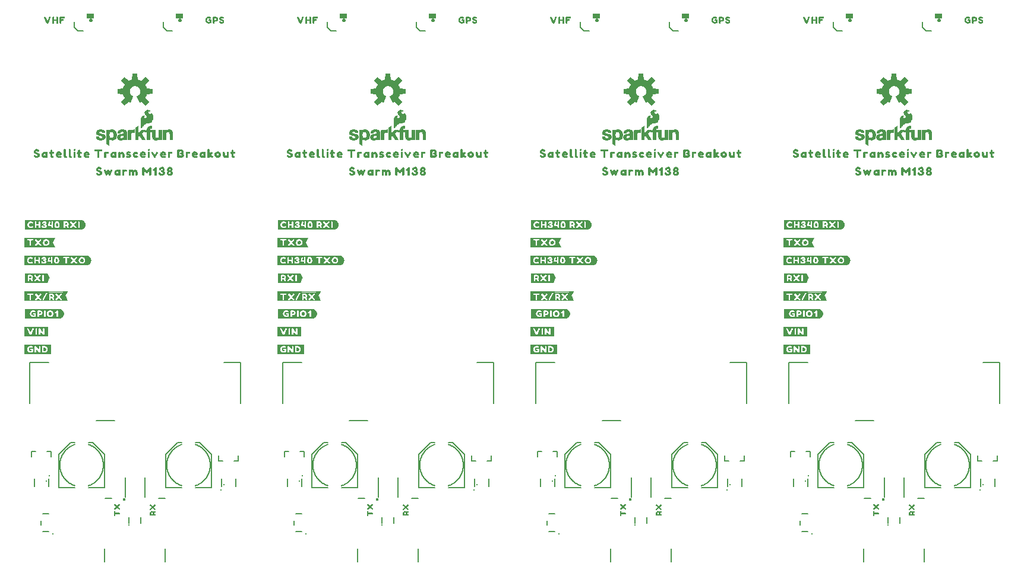
<source format=gto>
G04 EAGLE Gerber RS-274X export*
G75*
%MOMM*%
%FSLAX34Y34*%
%LPD*%
%INSilkscreen Top*%
%IPPOS*%
%AMOC8*
5,1,8,0,0,1.08239X$1,22.5*%
G01*
%ADD10C,0.203200*%
%ADD11C,0.300000*%
%ADD12C,0.152400*%
%ADD13C,0.400000*%
%ADD14C,0.254000*%
%ADD15C,0.254000*%

G36*
X830005Y450354D02*
X830005Y450354D01*
X830008Y450351D01*
X830608Y450451D01*
X831307Y450551D01*
X832007Y450651D01*
X832015Y450659D01*
X832022Y450656D01*
X833822Y451556D01*
X833825Y451563D01*
X833831Y451562D01*
X834331Y451962D01*
X834332Y451966D01*
X834335Y451965D01*
X835335Y452965D01*
X835336Y452972D01*
X835341Y452973D01*
X835741Y453573D01*
X835741Y453577D01*
X835744Y453578D01*
X836344Y454778D01*
X836343Y454783D01*
X836347Y454784D01*
X836547Y455384D01*
X836545Y455391D01*
X836549Y455393D01*
X836749Y456793D01*
X836746Y456798D01*
X836749Y456800D01*
X836749Y457400D01*
X836746Y457404D01*
X836749Y457407D01*
X836549Y458807D01*
X836544Y458812D01*
X836547Y458816D01*
X836147Y460016D01*
X836142Y460019D01*
X836144Y460022D01*
X835844Y460622D01*
X835840Y460624D01*
X835841Y460627D01*
X835441Y461227D01*
X835438Y461228D01*
X835438Y461231D01*
X835038Y461731D01*
X835034Y461732D01*
X835035Y461735D01*
X834535Y462235D01*
X834531Y462235D01*
X834531Y462238D01*
X834031Y462638D01*
X834027Y462639D01*
X834027Y462641D01*
X833427Y463041D01*
X833423Y463041D01*
X833422Y463044D01*
X832222Y463644D01*
X832215Y463643D01*
X832214Y463647D01*
X831514Y463847D01*
X831510Y463846D01*
X831508Y463849D01*
X830908Y463949D01*
X830907Y463948D01*
X830907Y463949D01*
X830207Y464049D01*
X830202Y464046D01*
X830200Y464049D01*
X741700Y464049D01*
X741662Y464020D01*
X741654Y464018D01*
X741454Y463518D01*
X741455Y463516D01*
X741453Y463514D01*
X741457Y463508D01*
X741458Y463505D01*
X741451Y463500D01*
X741451Y450600D01*
X741476Y450567D01*
X741478Y450556D01*
X741878Y450356D01*
X741894Y450359D01*
X741900Y450351D01*
X830000Y450351D01*
X830005Y450354D01*
G37*
G36*
X469325Y450354D02*
X469325Y450354D01*
X469328Y450351D01*
X469928Y450451D01*
X470627Y450551D01*
X471327Y450651D01*
X471335Y450659D01*
X471342Y450656D01*
X473142Y451556D01*
X473145Y451563D01*
X473151Y451562D01*
X473651Y451962D01*
X473652Y451966D01*
X473655Y451965D01*
X474655Y452965D01*
X474656Y452972D01*
X474661Y452973D01*
X475061Y453573D01*
X475061Y453577D01*
X475064Y453578D01*
X475664Y454778D01*
X475663Y454783D01*
X475667Y454784D01*
X475867Y455384D01*
X475865Y455391D01*
X475869Y455393D01*
X476069Y456793D01*
X476066Y456798D01*
X476069Y456800D01*
X476069Y457400D01*
X476066Y457404D01*
X476069Y457407D01*
X475869Y458807D01*
X475864Y458812D01*
X475867Y458816D01*
X475467Y460016D01*
X475462Y460019D01*
X475464Y460022D01*
X475164Y460622D01*
X475160Y460624D01*
X475161Y460627D01*
X474761Y461227D01*
X474758Y461228D01*
X474758Y461231D01*
X474358Y461731D01*
X474354Y461732D01*
X474355Y461735D01*
X473855Y462235D01*
X473851Y462235D01*
X473851Y462238D01*
X473351Y462638D01*
X473347Y462639D01*
X473347Y462641D01*
X472747Y463041D01*
X472743Y463041D01*
X472742Y463044D01*
X471542Y463644D01*
X471535Y463643D01*
X471534Y463647D01*
X470834Y463847D01*
X470830Y463846D01*
X470828Y463849D01*
X470228Y463949D01*
X470227Y463948D01*
X470227Y463949D01*
X469527Y464049D01*
X469522Y464046D01*
X469520Y464049D01*
X381020Y464049D01*
X380982Y464020D01*
X380974Y464018D01*
X380774Y463518D01*
X380775Y463516D01*
X380773Y463514D01*
X380777Y463508D01*
X380778Y463505D01*
X380771Y463500D01*
X380771Y450600D01*
X380796Y450567D01*
X380798Y450556D01*
X381198Y450356D01*
X381214Y450359D01*
X381220Y450351D01*
X469320Y450351D01*
X469325Y450354D01*
G37*
G36*
X108645Y450354D02*
X108645Y450354D01*
X108648Y450351D01*
X109248Y450451D01*
X109947Y450551D01*
X110647Y450651D01*
X110655Y450659D01*
X110662Y450656D01*
X112462Y451556D01*
X112465Y451563D01*
X112471Y451562D01*
X112971Y451962D01*
X112972Y451966D01*
X112975Y451965D01*
X113975Y452965D01*
X113976Y452972D01*
X113981Y452973D01*
X114381Y453573D01*
X114381Y453577D01*
X114384Y453578D01*
X114984Y454778D01*
X114983Y454783D01*
X114987Y454784D01*
X115187Y455384D01*
X115185Y455391D01*
X115189Y455393D01*
X115389Y456793D01*
X115386Y456798D01*
X115389Y456800D01*
X115389Y457400D01*
X115386Y457404D01*
X115389Y457407D01*
X115189Y458807D01*
X115184Y458812D01*
X115187Y458816D01*
X114787Y460016D01*
X114782Y460019D01*
X114784Y460022D01*
X114484Y460622D01*
X114480Y460624D01*
X114481Y460627D01*
X114081Y461227D01*
X114078Y461228D01*
X114078Y461231D01*
X113678Y461731D01*
X113674Y461732D01*
X113675Y461735D01*
X113175Y462235D01*
X113171Y462235D01*
X113171Y462238D01*
X112671Y462638D01*
X112667Y462639D01*
X112667Y462641D01*
X112067Y463041D01*
X112063Y463041D01*
X112062Y463044D01*
X110862Y463644D01*
X110855Y463643D01*
X110854Y463647D01*
X110154Y463847D01*
X110150Y463846D01*
X110148Y463849D01*
X109548Y463949D01*
X109547Y463948D01*
X109547Y463949D01*
X108847Y464049D01*
X108842Y464046D01*
X108840Y464049D01*
X20340Y464049D01*
X20302Y464020D01*
X20294Y464018D01*
X20094Y463518D01*
X20095Y463516D01*
X20093Y463514D01*
X20097Y463508D01*
X20098Y463505D01*
X20091Y463500D01*
X20091Y450600D01*
X20116Y450567D01*
X20118Y450556D01*
X20518Y450356D01*
X20534Y450359D01*
X20540Y450351D01*
X108640Y450351D01*
X108645Y450354D01*
G37*
G36*
X1190685Y450354D02*
X1190685Y450354D01*
X1190688Y450351D01*
X1191288Y450451D01*
X1191987Y450551D01*
X1192687Y450651D01*
X1192695Y450659D01*
X1192702Y450656D01*
X1194502Y451556D01*
X1194505Y451563D01*
X1194511Y451562D01*
X1195011Y451962D01*
X1195012Y451966D01*
X1195015Y451965D01*
X1196015Y452965D01*
X1196016Y452972D01*
X1196021Y452973D01*
X1196421Y453573D01*
X1196421Y453577D01*
X1196424Y453578D01*
X1197024Y454778D01*
X1197023Y454783D01*
X1197027Y454784D01*
X1197227Y455384D01*
X1197225Y455391D01*
X1197229Y455393D01*
X1197429Y456793D01*
X1197426Y456798D01*
X1197429Y456800D01*
X1197429Y457400D01*
X1197426Y457404D01*
X1197429Y457407D01*
X1197229Y458807D01*
X1197224Y458812D01*
X1197227Y458816D01*
X1196827Y460016D01*
X1196822Y460019D01*
X1196824Y460022D01*
X1196524Y460622D01*
X1196520Y460624D01*
X1196521Y460627D01*
X1196121Y461227D01*
X1196118Y461228D01*
X1196118Y461231D01*
X1195718Y461731D01*
X1195714Y461732D01*
X1195715Y461735D01*
X1195215Y462235D01*
X1195211Y462235D01*
X1195211Y462238D01*
X1194711Y462638D01*
X1194707Y462639D01*
X1194707Y462641D01*
X1194107Y463041D01*
X1194103Y463041D01*
X1194102Y463044D01*
X1192902Y463644D01*
X1192895Y463643D01*
X1192894Y463647D01*
X1192194Y463847D01*
X1192190Y463846D01*
X1192188Y463849D01*
X1191588Y463949D01*
X1191587Y463948D01*
X1191587Y463949D01*
X1190887Y464049D01*
X1190882Y464046D01*
X1190880Y464049D01*
X1102380Y464049D01*
X1102342Y464020D01*
X1102334Y464018D01*
X1102134Y463518D01*
X1102135Y463516D01*
X1102133Y463514D01*
X1102137Y463508D01*
X1102138Y463505D01*
X1102131Y463500D01*
X1102131Y450600D01*
X1102156Y450567D01*
X1102158Y450556D01*
X1102558Y450356D01*
X1102574Y450359D01*
X1102580Y450351D01*
X1190680Y450351D01*
X1190685Y450354D01*
G37*
G36*
X461114Y501154D02*
X461114Y501154D01*
X461117Y501151D01*
X462517Y501351D01*
X462522Y501356D01*
X462526Y501353D01*
X463125Y501553D01*
X463824Y501753D01*
X463828Y501758D01*
X463832Y501756D01*
X464432Y502056D01*
X464434Y502060D01*
X464437Y502059D01*
X465037Y502459D01*
X465038Y502462D01*
X465041Y502462D01*
X466041Y503262D01*
X466043Y503272D01*
X466051Y503273D01*
X466450Y503871D01*
X466848Y504369D01*
X466849Y504377D01*
X466854Y504378D01*
X467454Y505578D01*
X467453Y505585D01*
X467457Y505586D01*
X467657Y506285D01*
X467857Y506884D01*
X467853Y506895D01*
X467859Y506900D01*
X467859Y509000D01*
X467852Y509009D01*
X467857Y509016D01*
X467658Y509611D01*
X467559Y510307D01*
X467551Y510315D01*
X467554Y510322D01*
X466954Y511522D01*
X466950Y511524D01*
X466951Y511527D01*
X466551Y512127D01*
X466548Y512128D01*
X466548Y512131D01*
X466148Y512631D01*
X466141Y512633D01*
X466141Y512638D01*
X465643Y513037D01*
X465145Y513535D01*
X465133Y513536D01*
X465132Y513544D01*
X464535Y513843D01*
X463937Y514241D01*
X463928Y514240D01*
X463926Y514247D01*
X463326Y514447D01*
X463324Y514446D01*
X463324Y514447D01*
X462624Y514647D01*
X462619Y514646D01*
X462617Y514649D01*
X461918Y514749D01*
X461318Y514849D01*
X461313Y514846D01*
X461310Y514849D01*
X381510Y514849D01*
X381467Y514817D01*
X381463Y514816D01*
X381263Y514216D01*
X381263Y514215D01*
X381267Y514205D01*
X381261Y514200D01*
X381261Y501300D01*
X381297Y501253D01*
X381300Y501255D01*
X381302Y501251D01*
X381902Y501151D01*
X381907Y501154D01*
X381910Y501151D01*
X461110Y501151D01*
X461114Y501154D01*
G37*
G36*
X100434Y501154D02*
X100434Y501154D01*
X100437Y501151D01*
X101837Y501351D01*
X101842Y501356D01*
X101846Y501353D01*
X102445Y501553D01*
X103144Y501753D01*
X103148Y501758D01*
X103152Y501756D01*
X103752Y502056D01*
X103754Y502060D01*
X103757Y502059D01*
X104357Y502459D01*
X104358Y502462D01*
X104361Y502462D01*
X105361Y503262D01*
X105363Y503272D01*
X105371Y503273D01*
X105770Y503871D01*
X106168Y504369D01*
X106169Y504377D01*
X106174Y504378D01*
X106774Y505578D01*
X106773Y505585D01*
X106777Y505586D01*
X106977Y506285D01*
X107177Y506884D01*
X107173Y506895D01*
X107179Y506900D01*
X107179Y509000D01*
X107172Y509009D01*
X107177Y509016D01*
X106978Y509611D01*
X106879Y510307D01*
X106871Y510315D01*
X106874Y510322D01*
X106274Y511522D01*
X106270Y511524D01*
X106271Y511527D01*
X105871Y512127D01*
X105868Y512128D01*
X105868Y512131D01*
X105468Y512631D01*
X105461Y512633D01*
X105461Y512638D01*
X104963Y513037D01*
X104465Y513535D01*
X104453Y513536D01*
X104452Y513544D01*
X103855Y513843D01*
X103257Y514241D01*
X103248Y514240D01*
X103246Y514247D01*
X102646Y514447D01*
X102644Y514446D01*
X102644Y514447D01*
X101944Y514647D01*
X101939Y514646D01*
X101937Y514649D01*
X101238Y514749D01*
X100638Y514849D01*
X100633Y514846D01*
X100630Y514849D01*
X20830Y514849D01*
X20787Y514817D01*
X20783Y514816D01*
X20583Y514216D01*
X20583Y514215D01*
X20587Y514205D01*
X20581Y514200D01*
X20581Y501300D01*
X20617Y501253D01*
X20620Y501255D01*
X20622Y501251D01*
X21222Y501151D01*
X21227Y501154D01*
X21230Y501151D01*
X100430Y501151D01*
X100434Y501154D01*
G37*
G36*
X1182474Y501154D02*
X1182474Y501154D01*
X1182477Y501151D01*
X1183877Y501351D01*
X1183882Y501356D01*
X1183886Y501353D01*
X1184485Y501553D01*
X1185184Y501753D01*
X1185188Y501758D01*
X1185192Y501756D01*
X1185792Y502056D01*
X1185794Y502060D01*
X1185797Y502059D01*
X1186397Y502459D01*
X1186398Y502462D01*
X1186401Y502462D01*
X1187401Y503262D01*
X1187403Y503272D01*
X1187411Y503273D01*
X1187810Y503871D01*
X1188208Y504369D01*
X1188209Y504377D01*
X1188214Y504378D01*
X1188814Y505578D01*
X1188813Y505585D01*
X1188817Y505586D01*
X1189017Y506285D01*
X1189217Y506884D01*
X1189213Y506895D01*
X1189219Y506900D01*
X1189219Y509000D01*
X1189212Y509009D01*
X1189217Y509016D01*
X1189018Y509611D01*
X1188919Y510307D01*
X1188911Y510315D01*
X1188914Y510322D01*
X1188314Y511522D01*
X1188310Y511524D01*
X1188311Y511527D01*
X1187911Y512127D01*
X1187908Y512128D01*
X1187908Y512131D01*
X1187508Y512631D01*
X1187501Y512633D01*
X1187501Y512638D01*
X1187003Y513037D01*
X1186505Y513535D01*
X1186493Y513536D01*
X1186492Y513544D01*
X1185895Y513843D01*
X1185297Y514241D01*
X1185288Y514240D01*
X1185286Y514247D01*
X1184686Y514447D01*
X1184684Y514446D01*
X1184684Y514447D01*
X1183984Y514647D01*
X1183979Y514646D01*
X1183977Y514649D01*
X1183278Y514749D01*
X1182678Y514849D01*
X1182673Y514846D01*
X1182670Y514849D01*
X1102870Y514849D01*
X1102827Y514817D01*
X1102823Y514816D01*
X1102623Y514216D01*
X1102623Y514215D01*
X1102627Y514205D01*
X1102621Y514200D01*
X1102621Y501300D01*
X1102657Y501253D01*
X1102660Y501255D01*
X1102662Y501251D01*
X1103262Y501151D01*
X1103267Y501154D01*
X1103270Y501151D01*
X1182470Y501151D01*
X1182474Y501154D01*
G37*
G36*
X821794Y501154D02*
X821794Y501154D01*
X821797Y501151D01*
X823197Y501351D01*
X823202Y501356D01*
X823206Y501353D01*
X823805Y501553D01*
X824504Y501753D01*
X824508Y501758D01*
X824512Y501756D01*
X825112Y502056D01*
X825114Y502060D01*
X825117Y502059D01*
X825717Y502459D01*
X825718Y502462D01*
X825721Y502462D01*
X826721Y503262D01*
X826723Y503272D01*
X826731Y503273D01*
X827130Y503871D01*
X827528Y504369D01*
X827529Y504377D01*
X827534Y504378D01*
X828134Y505578D01*
X828133Y505585D01*
X828137Y505586D01*
X828337Y506285D01*
X828537Y506884D01*
X828533Y506895D01*
X828539Y506900D01*
X828539Y509000D01*
X828532Y509009D01*
X828537Y509016D01*
X828338Y509611D01*
X828239Y510307D01*
X828231Y510315D01*
X828234Y510322D01*
X827634Y511522D01*
X827630Y511524D01*
X827631Y511527D01*
X827231Y512127D01*
X827228Y512128D01*
X827228Y512131D01*
X826828Y512631D01*
X826821Y512633D01*
X826821Y512638D01*
X826323Y513037D01*
X825825Y513535D01*
X825813Y513536D01*
X825812Y513544D01*
X825215Y513843D01*
X824617Y514241D01*
X824608Y514240D01*
X824606Y514247D01*
X824006Y514447D01*
X824004Y514446D01*
X824004Y514447D01*
X823304Y514647D01*
X823299Y514646D01*
X823297Y514649D01*
X822598Y514749D01*
X821998Y514849D01*
X821993Y514846D01*
X821990Y514849D01*
X742190Y514849D01*
X742147Y514817D01*
X742143Y514816D01*
X741943Y514216D01*
X741943Y514215D01*
X741947Y514205D01*
X741941Y514200D01*
X741941Y501300D01*
X741977Y501253D01*
X741980Y501255D01*
X741982Y501251D01*
X742582Y501151D01*
X742587Y501154D01*
X742590Y501151D01*
X821790Y501151D01*
X821794Y501154D01*
G37*
G36*
X193225Y678430D02*
X193225Y678430D01*
X193281Y678430D01*
X193309Y678445D01*
X193341Y678450D01*
X193400Y678490D01*
X193436Y678508D01*
X193445Y678520D01*
X193461Y678531D01*
X197769Y682839D01*
X197786Y682866D01*
X197810Y682887D01*
X197831Y682939D01*
X197860Y682986D01*
X197863Y683018D01*
X197875Y683048D01*
X197872Y683103D01*
X197877Y683159D01*
X197865Y683189D01*
X197863Y683221D01*
X197829Y683284D01*
X197815Y683321D01*
X197804Y683331D01*
X197795Y683348D01*
X192828Y689439D01*
X194017Y691749D01*
X194024Y691775D01*
X194041Y691807D01*
X194833Y694281D01*
X202652Y695075D01*
X202683Y695085D01*
X202715Y695086D01*
X202764Y695113D01*
X202816Y695131D01*
X202839Y695154D01*
X202867Y695169D01*
X202899Y695215D01*
X202938Y695254D01*
X202948Y695285D01*
X202967Y695311D01*
X202980Y695381D01*
X202993Y695419D01*
X202991Y695434D01*
X202994Y695453D01*
X202994Y701547D01*
X202987Y701578D01*
X202989Y701610D01*
X202967Y701661D01*
X202955Y701716D01*
X202934Y701740D01*
X202922Y701770D01*
X202880Y701806D01*
X202845Y701849D01*
X202815Y701862D01*
X202791Y701883D01*
X202722Y701904D01*
X202686Y701920D01*
X202671Y701920D01*
X202652Y701925D01*
X194833Y702719D01*
X194041Y705193D01*
X194028Y705216D01*
X194017Y705251D01*
X192828Y707561D01*
X197795Y713652D01*
X197809Y713680D01*
X197830Y713704D01*
X197846Y713757D01*
X197871Y713807D01*
X197871Y713839D01*
X197880Y713870D01*
X197870Y713925D01*
X197870Y713981D01*
X197855Y714009D01*
X197850Y714041D01*
X197810Y714100D01*
X197792Y714136D01*
X197780Y714145D01*
X197769Y714161D01*
X193461Y718469D01*
X193434Y718486D01*
X193413Y718510D01*
X193361Y718531D01*
X193314Y718560D01*
X193282Y718563D01*
X193252Y718575D01*
X193197Y718572D01*
X193141Y718577D01*
X193111Y718565D01*
X193079Y718563D01*
X193016Y718529D01*
X192979Y718515D01*
X192969Y718504D01*
X192952Y718495D01*
X186861Y713528D01*
X184551Y714717D01*
X184525Y714724D01*
X184493Y714741D01*
X182019Y715533D01*
X181225Y723352D01*
X181217Y723378D01*
X181216Y723390D01*
X181215Y723393D01*
X181214Y723415D01*
X181187Y723464D01*
X181169Y723516D01*
X181146Y723539D01*
X181131Y723567D01*
X181085Y723599D01*
X181046Y723638D01*
X181015Y723648D01*
X180989Y723667D01*
X180919Y723680D01*
X180881Y723693D01*
X180866Y723691D01*
X180847Y723694D01*
X174753Y723694D01*
X174722Y723687D01*
X174690Y723689D01*
X174639Y723667D01*
X174584Y723655D01*
X174560Y723634D01*
X174530Y723622D01*
X174494Y723580D01*
X174451Y723545D01*
X174438Y723515D01*
X174417Y723491D01*
X174396Y723422D01*
X174380Y723386D01*
X174380Y723371D01*
X174378Y723364D01*
X174377Y723362D01*
X174377Y723361D01*
X174375Y723352D01*
X173581Y715533D01*
X171107Y714741D01*
X171084Y714728D01*
X171049Y714717D01*
X168739Y713528D01*
X162648Y718495D01*
X162620Y718509D01*
X162596Y718530D01*
X162543Y718546D01*
X162493Y718571D01*
X162461Y718571D01*
X162430Y718580D01*
X162375Y718570D01*
X162319Y718570D01*
X162291Y718555D01*
X162259Y718550D01*
X162200Y718510D01*
X162165Y718492D01*
X162155Y718480D01*
X162139Y718469D01*
X157831Y714161D01*
X157814Y714134D01*
X157790Y714113D01*
X157769Y714061D01*
X157740Y714014D01*
X157737Y713982D01*
X157725Y713952D01*
X157729Y713897D01*
X157723Y713841D01*
X157735Y713811D01*
X157737Y713779D01*
X157771Y713716D01*
X157785Y713679D01*
X157796Y713669D01*
X157805Y713652D01*
X162772Y707561D01*
X161583Y705251D01*
X161576Y705225D01*
X161559Y705193D01*
X160767Y702719D01*
X152948Y701925D01*
X152917Y701915D01*
X152885Y701914D01*
X152836Y701887D01*
X152784Y701869D01*
X152761Y701846D01*
X152733Y701831D01*
X152701Y701785D01*
X152662Y701746D01*
X152652Y701715D01*
X152633Y701689D01*
X152620Y701619D01*
X152607Y701581D01*
X152609Y701566D01*
X152606Y701547D01*
X152606Y695453D01*
X152613Y695422D01*
X152611Y695390D01*
X152633Y695339D01*
X152645Y695284D01*
X152666Y695260D01*
X152678Y695230D01*
X152720Y695194D01*
X152755Y695151D01*
X152785Y695138D01*
X152809Y695117D01*
X152878Y695096D01*
X152914Y695080D01*
X152929Y695080D01*
X152948Y695075D01*
X160767Y694281D01*
X161559Y691807D01*
X161572Y691784D01*
X161583Y691749D01*
X162772Y689439D01*
X157805Y683348D01*
X157791Y683320D01*
X157770Y683296D01*
X157754Y683243D01*
X157729Y683193D01*
X157729Y683161D01*
X157720Y683130D01*
X157730Y683075D01*
X157730Y683019D01*
X157745Y682991D01*
X157750Y682959D01*
X157790Y682900D01*
X157808Y682865D01*
X157820Y682855D01*
X157831Y682839D01*
X162139Y678531D01*
X162166Y678514D01*
X162187Y678490D01*
X162239Y678469D01*
X162286Y678440D01*
X162318Y678437D01*
X162348Y678425D01*
X162403Y678429D01*
X162459Y678423D01*
X162489Y678435D01*
X162521Y678437D01*
X162584Y678471D01*
X162621Y678485D01*
X162631Y678496D01*
X162648Y678505D01*
X168739Y683472D01*
X171048Y682282D01*
X171112Y682266D01*
X171175Y682243D01*
X171196Y682245D01*
X171216Y682240D01*
X171281Y682254D01*
X171347Y682261D01*
X171365Y682272D01*
X171385Y682277D01*
X171437Y682318D01*
X171493Y682354D01*
X171506Y682373D01*
X171521Y682385D01*
X171537Y682420D01*
X171573Y682474D01*
X175161Y691136D01*
X175167Y691169D01*
X175181Y691198D01*
X175180Y691253D01*
X175189Y691307D01*
X175180Y691339D01*
X175180Y691371D01*
X175155Y691420D01*
X175139Y691473D01*
X175116Y691497D01*
X175102Y691526D01*
X175047Y691571D01*
X175020Y691599D01*
X175005Y691605D01*
X174989Y691617D01*
X173671Y692322D01*
X172545Y693246D01*
X171621Y694372D01*
X170935Y695656D01*
X170512Y697050D01*
X170369Y698499D01*
X170526Y700018D01*
X170989Y701471D01*
X171740Y702800D01*
X172746Y703947D01*
X173965Y704864D01*
X175346Y705514D01*
X176830Y705867D01*
X178355Y705910D01*
X179857Y705640D01*
X181272Y705070D01*
X182540Y704222D01*
X183609Y703133D01*
X184433Y701849D01*
X184977Y700423D01*
X185219Y698917D01*
X185147Y697393D01*
X184766Y695915D01*
X184092Y694547D01*
X183152Y693345D01*
X181986Y692361D01*
X180609Y691617D01*
X180586Y691596D01*
X180557Y691582D01*
X180521Y691539D01*
X180480Y691502D01*
X180468Y691472D01*
X180448Y691448D01*
X180435Y691393D01*
X180414Y691341D01*
X180417Y691309D01*
X180410Y691278D01*
X180424Y691207D01*
X180427Y691168D01*
X180435Y691155D01*
X180439Y691136D01*
X184027Y682474D01*
X184066Y682420D01*
X184098Y682363D01*
X184115Y682351D01*
X184128Y682334D01*
X184186Y682303D01*
X184241Y682265D01*
X184262Y682262D01*
X184281Y682252D01*
X184347Y682251D01*
X184413Y682241D01*
X184436Y682248D01*
X184454Y682247D01*
X184489Y682264D01*
X184552Y682282D01*
X186861Y683472D01*
X192952Y678505D01*
X192980Y678491D01*
X193004Y678470D01*
X193057Y678454D01*
X193107Y678429D01*
X193139Y678429D01*
X193170Y678420D01*
X193225Y678430D01*
G37*
G36*
X553905Y678430D02*
X553905Y678430D01*
X553961Y678430D01*
X553989Y678445D01*
X554021Y678450D01*
X554080Y678490D01*
X554116Y678508D01*
X554125Y678520D01*
X554141Y678531D01*
X558449Y682839D01*
X558466Y682866D01*
X558490Y682887D01*
X558511Y682939D01*
X558540Y682986D01*
X558543Y683018D01*
X558555Y683048D01*
X558552Y683103D01*
X558557Y683159D01*
X558545Y683189D01*
X558543Y683221D01*
X558509Y683284D01*
X558495Y683321D01*
X558484Y683331D01*
X558475Y683348D01*
X553508Y689439D01*
X554697Y691749D01*
X554704Y691775D01*
X554721Y691807D01*
X555513Y694281D01*
X563332Y695075D01*
X563363Y695085D01*
X563395Y695086D01*
X563444Y695113D01*
X563496Y695131D01*
X563519Y695154D01*
X563547Y695169D01*
X563579Y695215D01*
X563618Y695254D01*
X563628Y695285D01*
X563647Y695311D01*
X563660Y695381D01*
X563673Y695419D01*
X563671Y695434D01*
X563674Y695453D01*
X563674Y701547D01*
X563667Y701578D01*
X563669Y701610D01*
X563647Y701661D01*
X563635Y701716D01*
X563614Y701740D01*
X563602Y701770D01*
X563560Y701806D01*
X563525Y701849D01*
X563495Y701862D01*
X563471Y701883D01*
X563402Y701904D01*
X563366Y701920D01*
X563351Y701920D01*
X563332Y701925D01*
X555513Y702719D01*
X554721Y705193D01*
X554708Y705216D01*
X554697Y705251D01*
X553508Y707561D01*
X558475Y713652D01*
X558489Y713680D01*
X558510Y713704D01*
X558526Y713757D01*
X558551Y713807D01*
X558551Y713839D01*
X558560Y713870D01*
X558550Y713925D01*
X558550Y713981D01*
X558535Y714009D01*
X558530Y714041D01*
X558490Y714100D01*
X558472Y714136D01*
X558460Y714145D01*
X558449Y714161D01*
X554141Y718469D01*
X554114Y718486D01*
X554093Y718510D01*
X554041Y718531D01*
X553994Y718560D01*
X553962Y718563D01*
X553932Y718575D01*
X553877Y718572D01*
X553821Y718577D01*
X553791Y718565D01*
X553759Y718563D01*
X553696Y718529D01*
X553659Y718515D01*
X553649Y718504D01*
X553632Y718495D01*
X547541Y713528D01*
X545231Y714717D01*
X545205Y714724D01*
X545173Y714741D01*
X542699Y715533D01*
X541905Y723352D01*
X541897Y723378D01*
X541896Y723390D01*
X541895Y723393D01*
X541894Y723415D01*
X541867Y723464D01*
X541849Y723516D01*
X541826Y723539D01*
X541811Y723567D01*
X541765Y723599D01*
X541726Y723638D01*
X541695Y723648D01*
X541669Y723667D01*
X541599Y723680D01*
X541561Y723693D01*
X541546Y723691D01*
X541527Y723694D01*
X535433Y723694D01*
X535402Y723687D01*
X535370Y723689D01*
X535319Y723667D01*
X535264Y723655D01*
X535240Y723634D01*
X535210Y723622D01*
X535174Y723580D01*
X535131Y723545D01*
X535118Y723515D01*
X535097Y723491D01*
X535076Y723422D01*
X535060Y723386D01*
X535060Y723371D01*
X535058Y723364D01*
X535057Y723362D01*
X535057Y723361D01*
X535055Y723352D01*
X534261Y715533D01*
X531787Y714741D01*
X531764Y714728D01*
X531729Y714717D01*
X529419Y713528D01*
X523328Y718495D01*
X523300Y718509D01*
X523276Y718530D01*
X523223Y718546D01*
X523173Y718571D01*
X523141Y718571D01*
X523110Y718580D01*
X523055Y718570D01*
X522999Y718570D01*
X522971Y718555D01*
X522939Y718550D01*
X522880Y718510D01*
X522845Y718492D01*
X522835Y718480D01*
X522819Y718469D01*
X518511Y714161D01*
X518494Y714134D01*
X518470Y714113D01*
X518449Y714061D01*
X518420Y714014D01*
X518417Y713982D01*
X518405Y713952D01*
X518409Y713897D01*
X518403Y713841D01*
X518415Y713811D01*
X518417Y713779D01*
X518451Y713716D01*
X518465Y713679D01*
X518476Y713669D01*
X518485Y713652D01*
X523452Y707561D01*
X522263Y705251D01*
X522256Y705225D01*
X522239Y705193D01*
X521447Y702719D01*
X513628Y701925D01*
X513597Y701915D01*
X513565Y701914D01*
X513516Y701887D01*
X513464Y701869D01*
X513441Y701846D01*
X513413Y701831D01*
X513381Y701785D01*
X513342Y701746D01*
X513332Y701715D01*
X513313Y701689D01*
X513300Y701619D01*
X513287Y701581D01*
X513289Y701566D01*
X513286Y701547D01*
X513286Y695453D01*
X513293Y695422D01*
X513291Y695390D01*
X513313Y695339D01*
X513325Y695284D01*
X513346Y695260D01*
X513358Y695230D01*
X513400Y695194D01*
X513435Y695151D01*
X513465Y695138D01*
X513489Y695117D01*
X513558Y695096D01*
X513594Y695080D01*
X513609Y695080D01*
X513628Y695075D01*
X521447Y694281D01*
X522239Y691807D01*
X522252Y691784D01*
X522263Y691749D01*
X523452Y689439D01*
X518485Y683348D01*
X518471Y683320D01*
X518450Y683296D01*
X518434Y683243D01*
X518409Y683193D01*
X518409Y683161D01*
X518400Y683130D01*
X518410Y683075D01*
X518410Y683019D01*
X518425Y682991D01*
X518430Y682959D01*
X518470Y682900D01*
X518488Y682865D01*
X518500Y682855D01*
X518511Y682839D01*
X522819Y678531D01*
X522846Y678514D01*
X522867Y678490D01*
X522919Y678469D01*
X522966Y678440D01*
X522998Y678437D01*
X523028Y678425D01*
X523083Y678429D01*
X523139Y678423D01*
X523169Y678435D01*
X523201Y678437D01*
X523264Y678471D01*
X523301Y678485D01*
X523311Y678496D01*
X523328Y678505D01*
X529419Y683472D01*
X531728Y682282D01*
X531792Y682266D01*
X531855Y682243D01*
X531876Y682245D01*
X531896Y682240D01*
X531961Y682254D01*
X532027Y682261D01*
X532045Y682272D01*
X532065Y682277D01*
X532117Y682318D01*
X532173Y682354D01*
X532186Y682373D01*
X532201Y682385D01*
X532217Y682420D01*
X532253Y682474D01*
X535841Y691136D01*
X535847Y691169D01*
X535861Y691198D01*
X535860Y691253D01*
X535869Y691307D01*
X535860Y691339D01*
X535860Y691371D01*
X535835Y691420D01*
X535819Y691473D01*
X535796Y691497D01*
X535782Y691526D01*
X535727Y691571D01*
X535700Y691599D01*
X535685Y691605D01*
X535669Y691617D01*
X534351Y692322D01*
X533225Y693246D01*
X532301Y694372D01*
X531615Y695656D01*
X531192Y697050D01*
X531049Y698499D01*
X531206Y700018D01*
X531669Y701471D01*
X532420Y702800D01*
X533426Y703947D01*
X534645Y704864D01*
X536026Y705514D01*
X537510Y705867D01*
X539035Y705910D01*
X540537Y705640D01*
X541952Y705070D01*
X543220Y704222D01*
X544289Y703133D01*
X545113Y701849D01*
X545657Y700423D01*
X545899Y698917D01*
X545827Y697393D01*
X545446Y695915D01*
X544772Y694547D01*
X543832Y693345D01*
X542666Y692361D01*
X541289Y691617D01*
X541266Y691596D01*
X541237Y691582D01*
X541201Y691539D01*
X541160Y691502D01*
X541148Y691472D01*
X541128Y691448D01*
X541115Y691393D01*
X541094Y691341D01*
X541097Y691309D01*
X541090Y691278D01*
X541104Y691207D01*
X541107Y691168D01*
X541115Y691155D01*
X541119Y691136D01*
X544707Y682474D01*
X544746Y682420D01*
X544778Y682363D01*
X544795Y682351D01*
X544808Y682334D01*
X544866Y682303D01*
X544921Y682265D01*
X544942Y682262D01*
X544961Y682252D01*
X545027Y682251D01*
X545093Y682241D01*
X545116Y682248D01*
X545134Y682247D01*
X545169Y682264D01*
X545232Y682282D01*
X547541Y683472D01*
X553632Y678505D01*
X553660Y678491D01*
X553684Y678470D01*
X553737Y678454D01*
X553787Y678429D01*
X553819Y678429D01*
X553850Y678420D01*
X553905Y678430D01*
G37*
G36*
X914585Y678430D02*
X914585Y678430D01*
X914641Y678430D01*
X914669Y678445D01*
X914701Y678450D01*
X914760Y678490D01*
X914796Y678508D01*
X914805Y678520D01*
X914821Y678531D01*
X919129Y682839D01*
X919146Y682866D01*
X919170Y682887D01*
X919191Y682939D01*
X919220Y682986D01*
X919223Y683018D01*
X919235Y683048D01*
X919232Y683103D01*
X919237Y683159D01*
X919225Y683189D01*
X919223Y683221D01*
X919189Y683284D01*
X919175Y683321D01*
X919164Y683331D01*
X919155Y683348D01*
X914188Y689439D01*
X915377Y691749D01*
X915384Y691775D01*
X915401Y691807D01*
X916193Y694281D01*
X924012Y695075D01*
X924043Y695085D01*
X924075Y695086D01*
X924124Y695113D01*
X924176Y695131D01*
X924199Y695154D01*
X924227Y695169D01*
X924259Y695215D01*
X924298Y695254D01*
X924308Y695285D01*
X924327Y695311D01*
X924340Y695381D01*
X924353Y695419D01*
X924351Y695434D01*
X924354Y695453D01*
X924354Y701547D01*
X924347Y701578D01*
X924349Y701610D01*
X924327Y701661D01*
X924315Y701716D01*
X924294Y701740D01*
X924282Y701770D01*
X924240Y701806D01*
X924205Y701849D01*
X924175Y701862D01*
X924151Y701883D01*
X924082Y701904D01*
X924046Y701920D01*
X924031Y701920D01*
X924012Y701925D01*
X916193Y702719D01*
X915401Y705193D01*
X915388Y705216D01*
X915377Y705251D01*
X914188Y707561D01*
X919155Y713652D01*
X919169Y713680D01*
X919190Y713704D01*
X919206Y713757D01*
X919231Y713807D01*
X919231Y713839D01*
X919240Y713870D01*
X919230Y713925D01*
X919230Y713981D01*
X919215Y714009D01*
X919210Y714041D01*
X919170Y714100D01*
X919152Y714136D01*
X919140Y714145D01*
X919129Y714161D01*
X914821Y718469D01*
X914794Y718486D01*
X914773Y718510D01*
X914721Y718531D01*
X914674Y718560D01*
X914642Y718563D01*
X914612Y718575D01*
X914557Y718572D01*
X914501Y718577D01*
X914471Y718565D01*
X914439Y718563D01*
X914376Y718529D01*
X914339Y718515D01*
X914329Y718504D01*
X914312Y718495D01*
X908221Y713528D01*
X905911Y714717D01*
X905885Y714724D01*
X905853Y714741D01*
X903379Y715533D01*
X902585Y723352D01*
X902577Y723378D01*
X902576Y723390D01*
X902575Y723393D01*
X902574Y723415D01*
X902547Y723464D01*
X902529Y723516D01*
X902506Y723539D01*
X902491Y723567D01*
X902445Y723599D01*
X902406Y723638D01*
X902375Y723648D01*
X902349Y723667D01*
X902279Y723680D01*
X902241Y723693D01*
X902226Y723691D01*
X902207Y723694D01*
X896113Y723694D01*
X896082Y723687D01*
X896050Y723689D01*
X895999Y723667D01*
X895944Y723655D01*
X895920Y723634D01*
X895890Y723622D01*
X895854Y723580D01*
X895811Y723545D01*
X895798Y723515D01*
X895777Y723491D01*
X895756Y723422D01*
X895740Y723386D01*
X895740Y723371D01*
X895738Y723364D01*
X895737Y723362D01*
X895737Y723361D01*
X895735Y723352D01*
X894941Y715533D01*
X892467Y714741D01*
X892444Y714728D01*
X892409Y714717D01*
X890099Y713528D01*
X884008Y718495D01*
X883980Y718509D01*
X883956Y718530D01*
X883903Y718546D01*
X883853Y718571D01*
X883821Y718571D01*
X883790Y718580D01*
X883735Y718570D01*
X883679Y718570D01*
X883651Y718555D01*
X883619Y718550D01*
X883560Y718510D01*
X883525Y718492D01*
X883515Y718480D01*
X883499Y718469D01*
X879191Y714161D01*
X879174Y714134D01*
X879150Y714113D01*
X879129Y714061D01*
X879100Y714014D01*
X879097Y713982D01*
X879085Y713952D01*
X879089Y713897D01*
X879083Y713841D01*
X879095Y713811D01*
X879097Y713779D01*
X879131Y713716D01*
X879145Y713679D01*
X879156Y713669D01*
X879165Y713652D01*
X884132Y707561D01*
X882943Y705251D01*
X882936Y705225D01*
X882919Y705193D01*
X882127Y702719D01*
X874308Y701925D01*
X874277Y701915D01*
X874245Y701914D01*
X874196Y701887D01*
X874144Y701869D01*
X874121Y701846D01*
X874093Y701831D01*
X874061Y701785D01*
X874022Y701746D01*
X874012Y701715D01*
X873993Y701689D01*
X873980Y701619D01*
X873967Y701581D01*
X873969Y701566D01*
X873966Y701547D01*
X873966Y695453D01*
X873973Y695422D01*
X873971Y695390D01*
X873993Y695339D01*
X874005Y695284D01*
X874026Y695260D01*
X874038Y695230D01*
X874080Y695194D01*
X874115Y695151D01*
X874145Y695138D01*
X874169Y695117D01*
X874238Y695096D01*
X874274Y695080D01*
X874289Y695080D01*
X874308Y695075D01*
X882127Y694281D01*
X882919Y691807D01*
X882932Y691784D01*
X882943Y691749D01*
X884132Y689439D01*
X879165Y683348D01*
X879151Y683320D01*
X879130Y683296D01*
X879114Y683243D01*
X879089Y683193D01*
X879089Y683161D01*
X879080Y683130D01*
X879090Y683075D01*
X879090Y683019D01*
X879105Y682991D01*
X879110Y682959D01*
X879150Y682900D01*
X879168Y682865D01*
X879180Y682855D01*
X879191Y682839D01*
X883499Y678531D01*
X883526Y678514D01*
X883547Y678490D01*
X883599Y678469D01*
X883646Y678440D01*
X883678Y678437D01*
X883708Y678425D01*
X883763Y678429D01*
X883819Y678423D01*
X883849Y678435D01*
X883881Y678437D01*
X883944Y678471D01*
X883981Y678485D01*
X883991Y678496D01*
X884008Y678505D01*
X890099Y683472D01*
X892408Y682282D01*
X892472Y682266D01*
X892535Y682243D01*
X892556Y682245D01*
X892576Y682240D01*
X892641Y682254D01*
X892707Y682261D01*
X892725Y682272D01*
X892745Y682277D01*
X892797Y682318D01*
X892853Y682354D01*
X892866Y682373D01*
X892881Y682385D01*
X892897Y682420D01*
X892933Y682474D01*
X896521Y691136D01*
X896527Y691169D01*
X896541Y691198D01*
X896540Y691253D01*
X896549Y691307D01*
X896540Y691339D01*
X896540Y691371D01*
X896515Y691420D01*
X896499Y691473D01*
X896476Y691497D01*
X896462Y691526D01*
X896407Y691571D01*
X896380Y691599D01*
X896365Y691605D01*
X896349Y691617D01*
X895031Y692322D01*
X893905Y693246D01*
X892981Y694372D01*
X892295Y695656D01*
X891872Y697050D01*
X891729Y698499D01*
X891886Y700018D01*
X892349Y701471D01*
X893100Y702800D01*
X894106Y703947D01*
X895325Y704864D01*
X896706Y705514D01*
X898190Y705867D01*
X899715Y705910D01*
X901217Y705640D01*
X902632Y705070D01*
X903900Y704222D01*
X904969Y703133D01*
X905793Y701849D01*
X906337Y700423D01*
X906579Y698917D01*
X906507Y697393D01*
X906126Y695915D01*
X905452Y694547D01*
X904512Y693345D01*
X903346Y692361D01*
X901969Y691617D01*
X901946Y691596D01*
X901917Y691582D01*
X901881Y691539D01*
X901840Y691502D01*
X901828Y691472D01*
X901808Y691448D01*
X901795Y691393D01*
X901774Y691341D01*
X901777Y691309D01*
X901770Y691278D01*
X901784Y691207D01*
X901787Y691168D01*
X901795Y691155D01*
X901799Y691136D01*
X905387Y682474D01*
X905426Y682420D01*
X905458Y682363D01*
X905475Y682351D01*
X905488Y682334D01*
X905546Y682303D01*
X905601Y682265D01*
X905622Y682262D01*
X905641Y682252D01*
X905707Y682251D01*
X905773Y682241D01*
X905796Y682248D01*
X905814Y682247D01*
X905849Y682264D01*
X905912Y682282D01*
X908221Y683472D01*
X914312Y678505D01*
X914340Y678491D01*
X914364Y678470D01*
X914417Y678454D01*
X914467Y678429D01*
X914499Y678429D01*
X914530Y678420D01*
X914585Y678430D01*
G37*
G36*
X1275265Y678430D02*
X1275265Y678430D01*
X1275321Y678430D01*
X1275349Y678445D01*
X1275381Y678450D01*
X1275440Y678490D01*
X1275476Y678508D01*
X1275485Y678520D01*
X1275501Y678531D01*
X1279809Y682839D01*
X1279826Y682866D01*
X1279850Y682887D01*
X1279871Y682939D01*
X1279900Y682986D01*
X1279903Y683018D01*
X1279915Y683048D01*
X1279912Y683103D01*
X1279917Y683159D01*
X1279905Y683189D01*
X1279903Y683221D01*
X1279869Y683284D01*
X1279855Y683321D01*
X1279844Y683331D01*
X1279835Y683348D01*
X1274868Y689439D01*
X1276057Y691749D01*
X1276064Y691775D01*
X1276081Y691807D01*
X1276873Y694281D01*
X1284692Y695075D01*
X1284723Y695085D01*
X1284755Y695086D01*
X1284804Y695113D01*
X1284856Y695131D01*
X1284879Y695154D01*
X1284907Y695169D01*
X1284939Y695215D01*
X1284978Y695254D01*
X1284988Y695285D01*
X1285007Y695311D01*
X1285020Y695381D01*
X1285033Y695419D01*
X1285031Y695434D01*
X1285034Y695453D01*
X1285034Y701547D01*
X1285027Y701578D01*
X1285029Y701610D01*
X1285007Y701661D01*
X1284995Y701716D01*
X1284974Y701740D01*
X1284962Y701770D01*
X1284920Y701806D01*
X1284885Y701849D01*
X1284855Y701862D01*
X1284831Y701883D01*
X1284762Y701904D01*
X1284726Y701920D01*
X1284711Y701920D01*
X1284692Y701925D01*
X1276873Y702719D01*
X1276081Y705193D01*
X1276068Y705216D01*
X1276057Y705251D01*
X1274868Y707561D01*
X1279835Y713652D01*
X1279849Y713680D01*
X1279870Y713704D01*
X1279886Y713757D01*
X1279911Y713807D01*
X1279911Y713839D01*
X1279920Y713870D01*
X1279910Y713925D01*
X1279910Y713981D01*
X1279895Y714009D01*
X1279890Y714041D01*
X1279850Y714100D01*
X1279832Y714136D01*
X1279820Y714145D01*
X1279809Y714161D01*
X1275501Y718469D01*
X1275474Y718486D01*
X1275453Y718510D01*
X1275401Y718531D01*
X1275354Y718560D01*
X1275322Y718563D01*
X1275292Y718575D01*
X1275237Y718572D01*
X1275181Y718577D01*
X1275151Y718565D01*
X1275119Y718563D01*
X1275056Y718529D01*
X1275019Y718515D01*
X1275009Y718504D01*
X1274992Y718495D01*
X1268901Y713528D01*
X1266591Y714717D01*
X1266565Y714724D01*
X1266533Y714741D01*
X1264059Y715533D01*
X1263265Y723352D01*
X1263257Y723378D01*
X1263256Y723390D01*
X1263255Y723393D01*
X1263254Y723415D01*
X1263227Y723464D01*
X1263209Y723516D01*
X1263186Y723539D01*
X1263171Y723567D01*
X1263125Y723599D01*
X1263086Y723638D01*
X1263055Y723648D01*
X1263029Y723667D01*
X1262959Y723680D01*
X1262921Y723693D01*
X1262906Y723691D01*
X1262887Y723694D01*
X1256793Y723694D01*
X1256762Y723687D01*
X1256730Y723689D01*
X1256679Y723667D01*
X1256624Y723655D01*
X1256600Y723634D01*
X1256570Y723622D01*
X1256534Y723580D01*
X1256491Y723545D01*
X1256478Y723515D01*
X1256457Y723491D01*
X1256436Y723422D01*
X1256420Y723386D01*
X1256420Y723371D01*
X1256418Y723364D01*
X1256417Y723362D01*
X1256417Y723361D01*
X1256415Y723352D01*
X1255621Y715533D01*
X1253147Y714741D01*
X1253124Y714728D01*
X1253089Y714717D01*
X1250779Y713528D01*
X1244688Y718495D01*
X1244660Y718509D01*
X1244636Y718530D01*
X1244583Y718546D01*
X1244533Y718571D01*
X1244501Y718571D01*
X1244470Y718580D01*
X1244415Y718570D01*
X1244359Y718570D01*
X1244331Y718555D01*
X1244299Y718550D01*
X1244240Y718510D01*
X1244205Y718492D01*
X1244195Y718480D01*
X1244179Y718469D01*
X1239871Y714161D01*
X1239854Y714134D01*
X1239830Y714113D01*
X1239809Y714061D01*
X1239780Y714014D01*
X1239777Y713982D01*
X1239765Y713952D01*
X1239769Y713897D01*
X1239763Y713841D01*
X1239775Y713811D01*
X1239777Y713779D01*
X1239811Y713716D01*
X1239825Y713679D01*
X1239836Y713669D01*
X1239845Y713652D01*
X1244812Y707561D01*
X1243623Y705251D01*
X1243616Y705225D01*
X1243599Y705193D01*
X1242807Y702719D01*
X1234988Y701925D01*
X1234957Y701915D01*
X1234925Y701914D01*
X1234876Y701887D01*
X1234824Y701869D01*
X1234801Y701846D01*
X1234773Y701831D01*
X1234741Y701785D01*
X1234702Y701746D01*
X1234692Y701715D01*
X1234673Y701689D01*
X1234660Y701619D01*
X1234647Y701581D01*
X1234649Y701566D01*
X1234646Y701547D01*
X1234646Y695453D01*
X1234653Y695422D01*
X1234651Y695390D01*
X1234673Y695339D01*
X1234685Y695284D01*
X1234706Y695260D01*
X1234718Y695230D01*
X1234760Y695194D01*
X1234795Y695151D01*
X1234825Y695138D01*
X1234849Y695117D01*
X1234918Y695096D01*
X1234954Y695080D01*
X1234969Y695080D01*
X1234988Y695075D01*
X1242807Y694281D01*
X1243599Y691807D01*
X1243612Y691784D01*
X1243623Y691749D01*
X1244812Y689439D01*
X1239845Y683348D01*
X1239831Y683320D01*
X1239810Y683296D01*
X1239794Y683243D01*
X1239769Y683193D01*
X1239769Y683161D01*
X1239760Y683130D01*
X1239770Y683075D01*
X1239770Y683019D01*
X1239785Y682991D01*
X1239790Y682959D01*
X1239830Y682900D01*
X1239848Y682865D01*
X1239860Y682855D01*
X1239871Y682839D01*
X1244179Y678531D01*
X1244206Y678514D01*
X1244227Y678490D01*
X1244279Y678469D01*
X1244326Y678440D01*
X1244358Y678437D01*
X1244388Y678425D01*
X1244443Y678429D01*
X1244499Y678423D01*
X1244529Y678435D01*
X1244561Y678437D01*
X1244624Y678471D01*
X1244661Y678485D01*
X1244671Y678496D01*
X1244688Y678505D01*
X1250779Y683472D01*
X1253088Y682282D01*
X1253152Y682266D01*
X1253215Y682243D01*
X1253236Y682245D01*
X1253256Y682240D01*
X1253321Y682254D01*
X1253387Y682261D01*
X1253405Y682272D01*
X1253425Y682277D01*
X1253477Y682318D01*
X1253533Y682354D01*
X1253546Y682373D01*
X1253561Y682385D01*
X1253577Y682420D01*
X1253613Y682474D01*
X1257201Y691136D01*
X1257207Y691169D01*
X1257221Y691198D01*
X1257220Y691253D01*
X1257229Y691307D01*
X1257220Y691339D01*
X1257220Y691371D01*
X1257195Y691420D01*
X1257179Y691473D01*
X1257156Y691497D01*
X1257142Y691526D01*
X1257087Y691571D01*
X1257060Y691599D01*
X1257045Y691605D01*
X1257029Y691617D01*
X1255711Y692322D01*
X1254585Y693246D01*
X1253661Y694372D01*
X1252975Y695656D01*
X1252552Y697050D01*
X1252409Y698499D01*
X1252566Y700018D01*
X1253029Y701471D01*
X1253780Y702800D01*
X1254786Y703947D01*
X1256005Y704864D01*
X1257386Y705514D01*
X1258870Y705867D01*
X1260395Y705910D01*
X1261897Y705640D01*
X1263312Y705070D01*
X1264580Y704222D01*
X1265649Y703133D01*
X1266473Y701849D01*
X1267017Y700423D01*
X1267259Y698917D01*
X1267187Y697393D01*
X1266806Y695915D01*
X1266132Y694547D01*
X1265192Y693345D01*
X1264026Y692361D01*
X1262649Y691617D01*
X1262626Y691596D01*
X1262597Y691582D01*
X1262561Y691539D01*
X1262520Y691502D01*
X1262508Y691472D01*
X1262488Y691448D01*
X1262475Y691393D01*
X1262454Y691341D01*
X1262457Y691309D01*
X1262450Y691278D01*
X1262464Y691207D01*
X1262467Y691168D01*
X1262475Y691155D01*
X1262479Y691136D01*
X1266067Y682474D01*
X1266106Y682420D01*
X1266138Y682363D01*
X1266155Y682351D01*
X1266168Y682334D01*
X1266226Y682303D01*
X1266281Y682265D01*
X1266302Y682262D01*
X1266321Y682252D01*
X1266387Y682251D01*
X1266453Y682241D01*
X1266476Y682248D01*
X1266494Y682247D01*
X1266529Y682264D01*
X1266592Y682282D01*
X1268901Y683472D01*
X1274992Y678505D01*
X1275020Y678491D01*
X1275044Y678470D01*
X1275097Y678454D01*
X1275147Y678429D01*
X1275179Y678429D01*
X1275210Y678420D01*
X1275265Y678430D01*
G37*
G36*
X81758Y399572D02*
X81758Y399572D01*
X81771Y399573D01*
X81971Y399873D01*
X81971Y399879D01*
X81974Y399882D01*
X81970Y399888D01*
X81969Y399911D01*
X81974Y399922D01*
X78976Y406019D01*
X78783Y406596D01*
X81874Y412577D01*
X81873Y412583D01*
X81877Y412584D01*
X82077Y413184D01*
X82076Y413186D01*
X82077Y413187D01*
X82075Y413190D01*
X82058Y413241D01*
X82041Y413235D01*
X82030Y413249D01*
X20630Y413249D01*
X20604Y413230D01*
X20591Y413230D01*
X20291Y412830D01*
X20291Y412818D01*
X20283Y412812D01*
X20288Y412805D01*
X20281Y412800D01*
X20281Y399900D01*
X20300Y399874D01*
X20300Y399861D01*
X20700Y399561D01*
X20722Y399561D01*
X20730Y399551D01*
X81730Y399551D01*
X81758Y399572D01*
G37*
G36*
X442438Y399572D02*
X442438Y399572D01*
X442451Y399573D01*
X442651Y399873D01*
X442651Y399879D01*
X442654Y399882D01*
X442650Y399888D01*
X442649Y399911D01*
X442654Y399922D01*
X439656Y406019D01*
X439463Y406596D01*
X442554Y412577D01*
X442553Y412583D01*
X442557Y412584D01*
X442757Y413184D01*
X442756Y413186D01*
X442757Y413187D01*
X442755Y413190D01*
X442738Y413241D01*
X442721Y413235D01*
X442710Y413249D01*
X381310Y413249D01*
X381284Y413230D01*
X381271Y413230D01*
X380971Y412830D01*
X380971Y412818D01*
X380963Y412812D01*
X380968Y412805D01*
X380961Y412800D01*
X380961Y399900D01*
X380980Y399874D01*
X380980Y399861D01*
X381380Y399561D01*
X381402Y399561D01*
X381410Y399551D01*
X442410Y399551D01*
X442438Y399572D01*
G37*
G36*
X1163798Y399572D02*
X1163798Y399572D01*
X1163811Y399573D01*
X1164011Y399873D01*
X1164011Y399879D01*
X1164014Y399882D01*
X1164010Y399888D01*
X1164009Y399911D01*
X1164014Y399922D01*
X1161016Y406019D01*
X1160823Y406596D01*
X1163914Y412577D01*
X1163913Y412583D01*
X1163917Y412584D01*
X1164117Y413184D01*
X1164116Y413186D01*
X1164117Y413187D01*
X1164115Y413190D01*
X1164098Y413241D01*
X1164081Y413235D01*
X1164070Y413249D01*
X1102670Y413249D01*
X1102644Y413230D01*
X1102631Y413230D01*
X1102331Y412830D01*
X1102331Y412818D01*
X1102323Y412812D01*
X1102328Y412805D01*
X1102321Y412800D01*
X1102321Y399900D01*
X1102340Y399874D01*
X1102340Y399861D01*
X1102740Y399561D01*
X1102762Y399561D01*
X1102770Y399551D01*
X1163770Y399551D01*
X1163798Y399572D01*
G37*
G36*
X803118Y399572D02*
X803118Y399572D01*
X803131Y399573D01*
X803331Y399873D01*
X803331Y399879D01*
X803334Y399882D01*
X803330Y399888D01*
X803329Y399911D01*
X803334Y399922D01*
X800336Y406019D01*
X800143Y406596D01*
X803234Y412577D01*
X803233Y412583D01*
X803237Y412584D01*
X803437Y413184D01*
X803436Y413186D01*
X803437Y413187D01*
X803435Y413190D01*
X803418Y413241D01*
X803401Y413235D01*
X803390Y413249D01*
X741990Y413249D01*
X741964Y413230D01*
X741951Y413230D01*
X741651Y412830D01*
X741651Y412818D01*
X741643Y412812D01*
X741648Y412805D01*
X741641Y412800D01*
X741641Y399900D01*
X741660Y399874D01*
X741660Y399861D01*
X742060Y399561D01*
X742082Y399561D01*
X742090Y399551D01*
X803090Y399551D01*
X803118Y399572D01*
G37*
G36*
X70194Y374154D02*
X70194Y374154D01*
X70197Y374151D01*
X70897Y374251D01*
X70901Y374255D01*
X70904Y374253D01*
X71604Y374453D01*
X71605Y374454D01*
X71606Y374453D01*
X72806Y374853D01*
X72811Y374861D01*
X72817Y374859D01*
X74017Y375659D01*
X74018Y375662D01*
X74021Y375662D01*
X74521Y376062D01*
X74523Y376069D01*
X74528Y376069D01*
X74927Y376567D01*
X75425Y377065D01*
X75426Y377077D01*
X75434Y377078D01*
X76034Y378278D01*
X76034Y378280D01*
X76035Y378281D01*
X76335Y378981D01*
X76333Y378989D01*
X76339Y378992D01*
X76439Y379592D01*
X76438Y379593D01*
X76439Y379593D01*
X76639Y380993D01*
X76633Y381003D01*
X76639Y381008D01*
X76539Y381608D01*
X76439Y382307D01*
X76339Y383007D01*
X76331Y383015D01*
X76334Y383022D01*
X76036Y383619D01*
X75837Y384216D01*
X75829Y384221D01*
X75831Y384227D01*
X75431Y384827D01*
X75428Y384828D01*
X75428Y384831D01*
X75028Y385331D01*
X75024Y385332D01*
X75025Y385335D01*
X74025Y386335D01*
X74021Y386335D01*
X74021Y386338D01*
X73521Y386738D01*
X73513Y386739D01*
X73512Y386744D01*
X72312Y387344D01*
X72305Y387343D01*
X72304Y387347D01*
X71605Y387547D01*
X71006Y387747D01*
X70999Y387745D01*
X70997Y387749D01*
X70297Y387849D01*
X70292Y387846D01*
X70290Y387849D01*
X20890Y387849D01*
X20843Y387813D01*
X20845Y387810D01*
X20841Y387808D01*
X20741Y387208D01*
X20744Y387203D01*
X20741Y387200D01*
X20741Y374300D01*
X20777Y374253D01*
X20780Y374255D01*
X20782Y374251D01*
X21382Y374151D01*
X21387Y374154D01*
X21390Y374151D01*
X70190Y374151D01*
X70194Y374154D01*
G37*
G36*
X791554Y374154D02*
X791554Y374154D01*
X791557Y374151D01*
X792257Y374251D01*
X792261Y374255D01*
X792264Y374253D01*
X792964Y374453D01*
X792965Y374454D01*
X792966Y374453D01*
X794166Y374853D01*
X794171Y374861D01*
X794177Y374859D01*
X795377Y375659D01*
X795378Y375662D01*
X795381Y375662D01*
X795881Y376062D01*
X795883Y376069D01*
X795888Y376069D01*
X796287Y376567D01*
X796785Y377065D01*
X796786Y377077D01*
X796794Y377078D01*
X797394Y378278D01*
X797394Y378280D01*
X797395Y378281D01*
X797695Y378981D01*
X797693Y378989D01*
X797699Y378992D01*
X797799Y379592D01*
X797798Y379593D01*
X797799Y379593D01*
X797999Y380993D01*
X797993Y381003D01*
X797999Y381008D01*
X797899Y381608D01*
X797799Y382307D01*
X797699Y383007D01*
X797691Y383015D01*
X797694Y383022D01*
X797396Y383619D01*
X797197Y384216D01*
X797189Y384221D01*
X797191Y384227D01*
X796791Y384827D01*
X796788Y384828D01*
X796788Y384831D01*
X796388Y385331D01*
X796384Y385332D01*
X796385Y385335D01*
X795385Y386335D01*
X795381Y386335D01*
X795381Y386338D01*
X794881Y386738D01*
X794873Y386739D01*
X794872Y386744D01*
X793672Y387344D01*
X793665Y387343D01*
X793664Y387347D01*
X792965Y387547D01*
X792366Y387747D01*
X792359Y387745D01*
X792357Y387749D01*
X791657Y387849D01*
X791652Y387846D01*
X791650Y387849D01*
X742250Y387849D01*
X742203Y387813D01*
X742205Y387810D01*
X742201Y387808D01*
X742101Y387208D01*
X742104Y387203D01*
X742101Y387200D01*
X742101Y374300D01*
X742137Y374253D01*
X742140Y374255D01*
X742142Y374251D01*
X742742Y374151D01*
X742747Y374154D01*
X742750Y374151D01*
X791550Y374151D01*
X791554Y374154D01*
G37*
G36*
X430874Y374154D02*
X430874Y374154D01*
X430877Y374151D01*
X431577Y374251D01*
X431581Y374255D01*
X431584Y374253D01*
X432284Y374453D01*
X432285Y374454D01*
X432286Y374453D01*
X433486Y374853D01*
X433491Y374861D01*
X433497Y374859D01*
X434697Y375659D01*
X434698Y375662D01*
X434701Y375662D01*
X435201Y376062D01*
X435203Y376069D01*
X435208Y376069D01*
X435607Y376567D01*
X436105Y377065D01*
X436106Y377077D01*
X436114Y377078D01*
X436714Y378278D01*
X436714Y378280D01*
X436715Y378281D01*
X437015Y378981D01*
X437013Y378989D01*
X437019Y378992D01*
X437119Y379592D01*
X437118Y379593D01*
X437119Y379593D01*
X437319Y380993D01*
X437313Y381003D01*
X437319Y381008D01*
X437219Y381608D01*
X437119Y382307D01*
X437019Y383007D01*
X437011Y383015D01*
X437014Y383022D01*
X436716Y383619D01*
X436517Y384216D01*
X436509Y384221D01*
X436511Y384227D01*
X436111Y384827D01*
X436108Y384828D01*
X436108Y384831D01*
X435708Y385331D01*
X435704Y385332D01*
X435705Y385335D01*
X434705Y386335D01*
X434701Y386335D01*
X434701Y386338D01*
X434201Y386738D01*
X434193Y386739D01*
X434192Y386744D01*
X432992Y387344D01*
X432985Y387343D01*
X432984Y387347D01*
X432285Y387547D01*
X431686Y387747D01*
X431679Y387745D01*
X431677Y387749D01*
X430977Y387849D01*
X430972Y387846D01*
X430970Y387849D01*
X381570Y387849D01*
X381523Y387813D01*
X381525Y387810D01*
X381521Y387808D01*
X381421Y387208D01*
X381424Y387203D01*
X381421Y387200D01*
X381421Y374300D01*
X381457Y374253D01*
X381460Y374255D01*
X381462Y374251D01*
X382062Y374151D01*
X382067Y374154D01*
X382070Y374151D01*
X430870Y374151D01*
X430874Y374154D01*
G37*
G36*
X1152234Y374154D02*
X1152234Y374154D01*
X1152237Y374151D01*
X1152937Y374251D01*
X1152941Y374255D01*
X1152944Y374253D01*
X1153644Y374453D01*
X1153645Y374454D01*
X1153646Y374453D01*
X1154846Y374853D01*
X1154851Y374861D01*
X1154857Y374859D01*
X1156057Y375659D01*
X1156058Y375662D01*
X1156061Y375662D01*
X1156561Y376062D01*
X1156563Y376069D01*
X1156568Y376069D01*
X1156967Y376567D01*
X1157465Y377065D01*
X1157466Y377077D01*
X1157474Y377078D01*
X1158074Y378278D01*
X1158074Y378280D01*
X1158075Y378281D01*
X1158375Y378981D01*
X1158373Y378989D01*
X1158379Y378992D01*
X1158479Y379592D01*
X1158478Y379593D01*
X1158479Y379593D01*
X1158679Y380993D01*
X1158673Y381003D01*
X1158679Y381008D01*
X1158579Y381608D01*
X1158479Y382307D01*
X1158379Y383007D01*
X1158371Y383015D01*
X1158374Y383022D01*
X1158076Y383619D01*
X1157877Y384216D01*
X1157869Y384221D01*
X1157871Y384227D01*
X1157471Y384827D01*
X1157468Y384828D01*
X1157468Y384831D01*
X1157068Y385331D01*
X1157064Y385332D01*
X1157065Y385335D01*
X1156065Y386335D01*
X1156061Y386335D01*
X1156061Y386338D01*
X1155561Y386738D01*
X1155553Y386739D01*
X1155552Y386744D01*
X1154352Y387344D01*
X1154345Y387343D01*
X1154344Y387347D01*
X1153645Y387547D01*
X1153046Y387747D01*
X1153039Y387745D01*
X1153037Y387749D01*
X1152337Y387849D01*
X1152332Y387846D01*
X1152330Y387849D01*
X1102930Y387849D01*
X1102883Y387813D01*
X1102885Y387810D01*
X1102881Y387808D01*
X1102781Y387208D01*
X1102784Y387203D01*
X1102781Y387200D01*
X1102781Y374300D01*
X1102817Y374253D01*
X1102820Y374255D01*
X1102822Y374251D01*
X1103422Y374151D01*
X1103427Y374154D01*
X1103430Y374151D01*
X1152230Y374151D01*
X1152234Y374154D01*
G37*
G36*
X424426Y475755D02*
X424426Y475755D01*
X424430Y475752D01*
X424930Y475852D01*
X424958Y475884D01*
X424960Y475885D01*
X424960Y475886D01*
X424969Y475896D01*
X424957Y475907D01*
X424964Y475922D01*
X421675Y482600D01*
X424964Y489278D01*
X424964Y489280D01*
X424965Y489281D01*
X424963Y489283D01*
X424953Y489337D01*
X424937Y489334D01*
X424930Y489348D01*
X424430Y489448D01*
X424423Y489445D01*
X424420Y489449D01*
X381020Y489449D01*
X380973Y489413D01*
X380976Y489409D01*
X380973Y489406D01*
X380975Y489403D01*
X380971Y489400D01*
X380971Y475800D01*
X381007Y475753D01*
X381014Y475758D01*
X381020Y475751D01*
X424420Y475751D01*
X424426Y475755D01*
G37*
G36*
X785106Y475755D02*
X785106Y475755D01*
X785110Y475752D01*
X785610Y475852D01*
X785638Y475884D01*
X785640Y475885D01*
X785640Y475886D01*
X785649Y475896D01*
X785637Y475907D01*
X785644Y475922D01*
X782355Y482600D01*
X785644Y489278D01*
X785644Y489280D01*
X785645Y489281D01*
X785643Y489283D01*
X785633Y489337D01*
X785617Y489334D01*
X785610Y489348D01*
X785110Y489448D01*
X785103Y489445D01*
X785100Y489449D01*
X741700Y489449D01*
X741653Y489413D01*
X741656Y489409D01*
X741653Y489406D01*
X741655Y489403D01*
X741651Y489400D01*
X741651Y475800D01*
X741687Y475753D01*
X741694Y475758D01*
X741700Y475751D01*
X785100Y475751D01*
X785106Y475755D01*
G37*
G36*
X1145786Y475755D02*
X1145786Y475755D01*
X1145790Y475752D01*
X1146290Y475852D01*
X1146318Y475884D01*
X1146320Y475885D01*
X1146320Y475886D01*
X1146329Y475896D01*
X1146317Y475907D01*
X1146324Y475922D01*
X1143035Y482600D01*
X1146324Y489278D01*
X1146324Y489280D01*
X1146325Y489281D01*
X1146323Y489283D01*
X1146313Y489337D01*
X1146297Y489334D01*
X1146290Y489348D01*
X1145790Y489448D01*
X1145783Y489445D01*
X1145780Y489449D01*
X1102380Y489449D01*
X1102333Y489413D01*
X1102336Y489409D01*
X1102333Y489406D01*
X1102335Y489403D01*
X1102331Y489400D01*
X1102331Y475800D01*
X1102367Y475753D01*
X1102374Y475758D01*
X1102380Y475751D01*
X1145780Y475751D01*
X1145786Y475755D01*
G37*
G36*
X63746Y475755D02*
X63746Y475755D01*
X63750Y475752D01*
X64250Y475852D01*
X64278Y475884D01*
X64280Y475885D01*
X64280Y475886D01*
X64289Y475896D01*
X64277Y475907D01*
X64284Y475922D01*
X60995Y482600D01*
X64284Y489278D01*
X64284Y489280D01*
X64285Y489281D01*
X64283Y489283D01*
X64273Y489337D01*
X64257Y489334D01*
X64250Y489348D01*
X63750Y489448D01*
X63743Y489445D01*
X63740Y489449D01*
X20340Y489449D01*
X20293Y489413D01*
X20296Y489409D01*
X20293Y489406D01*
X20295Y489403D01*
X20291Y489400D01*
X20291Y475800D01*
X20327Y475753D01*
X20334Y475758D01*
X20340Y475751D01*
X63740Y475751D01*
X63746Y475755D01*
G37*
G36*
X779677Y323387D02*
X779677Y323387D01*
X779672Y323394D01*
X779679Y323400D01*
X779679Y336900D01*
X779643Y336947D01*
X779640Y336945D01*
X779638Y336949D01*
X779038Y337049D01*
X779033Y337046D01*
X779030Y337049D01*
X745230Y337049D01*
X745223Y337044D01*
X745214Y337047D01*
X745210Y337034D01*
X745183Y337013D01*
X745188Y337007D01*
X745187Y337006D01*
X745197Y336994D01*
X745196Y336993D01*
X745170Y337029D01*
X745138Y337039D01*
X745130Y337049D01*
X741830Y337049D01*
X741783Y337013D01*
X741786Y337009D01*
X741783Y337006D01*
X741785Y337003D01*
X741781Y337000D01*
X741781Y323500D01*
X741817Y323453D01*
X741820Y323455D01*
X741822Y323451D01*
X742422Y323351D01*
X742427Y323354D01*
X742430Y323351D01*
X779630Y323351D01*
X779677Y323387D01*
G37*
G36*
X58317Y323387D02*
X58317Y323387D01*
X58312Y323394D01*
X58319Y323400D01*
X58319Y336900D01*
X58283Y336947D01*
X58280Y336945D01*
X58278Y336949D01*
X57678Y337049D01*
X57673Y337046D01*
X57670Y337049D01*
X23870Y337049D01*
X23863Y337044D01*
X23854Y337047D01*
X23850Y337034D01*
X23823Y337013D01*
X23828Y337007D01*
X23827Y337006D01*
X23837Y336994D01*
X23836Y336993D01*
X23810Y337029D01*
X23778Y337039D01*
X23770Y337049D01*
X20470Y337049D01*
X20423Y337013D01*
X20426Y337009D01*
X20423Y337006D01*
X20425Y337003D01*
X20421Y337000D01*
X20421Y323500D01*
X20457Y323453D01*
X20460Y323455D01*
X20462Y323451D01*
X21062Y323351D01*
X21067Y323354D01*
X21070Y323351D01*
X58270Y323351D01*
X58317Y323387D01*
G37*
G36*
X1140357Y323387D02*
X1140357Y323387D01*
X1140352Y323394D01*
X1140359Y323400D01*
X1140359Y336900D01*
X1140323Y336947D01*
X1140320Y336945D01*
X1140318Y336949D01*
X1139718Y337049D01*
X1139713Y337046D01*
X1139710Y337049D01*
X1105910Y337049D01*
X1105903Y337044D01*
X1105894Y337047D01*
X1105890Y337034D01*
X1105863Y337013D01*
X1105868Y337007D01*
X1105867Y337006D01*
X1105877Y336994D01*
X1105876Y336993D01*
X1105850Y337029D01*
X1105818Y337039D01*
X1105810Y337049D01*
X1102510Y337049D01*
X1102463Y337013D01*
X1102466Y337009D01*
X1102463Y337006D01*
X1102465Y337003D01*
X1102461Y337000D01*
X1102461Y323500D01*
X1102497Y323453D01*
X1102500Y323455D01*
X1102502Y323451D01*
X1103102Y323351D01*
X1103107Y323354D01*
X1103110Y323351D01*
X1140310Y323351D01*
X1140357Y323387D01*
G37*
G36*
X418997Y323387D02*
X418997Y323387D01*
X418992Y323394D01*
X418999Y323400D01*
X418999Y336900D01*
X418963Y336947D01*
X418960Y336945D01*
X418958Y336949D01*
X418358Y337049D01*
X418353Y337046D01*
X418350Y337049D01*
X384550Y337049D01*
X384543Y337044D01*
X384534Y337047D01*
X384530Y337034D01*
X384503Y337013D01*
X384508Y337007D01*
X384507Y337006D01*
X384517Y336994D01*
X384516Y336993D01*
X384490Y337029D01*
X384458Y337039D01*
X384450Y337049D01*
X381150Y337049D01*
X381103Y337013D01*
X381106Y337009D01*
X381103Y337006D01*
X381105Y337003D01*
X381101Y337000D01*
X381101Y323500D01*
X381137Y323453D01*
X381140Y323455D01*
X381142Y323451D01*
X381742Y323351D01*
X381747Y323354D01*
X381750Y323351D01*
X418950Y323351D01*
X418997Y323387D01*
G37*
G36*
X1134485Y424962D02*
X1134485Y424962D01*
X1134495Y424958D01*
X1134995Y425258D01*
X1135003Y425276D01*
X1135014Y425278D01*
X1138014Y431378D01*
X1138013Y431385D01*
X1138018Y431389D01*
X1138017Y431391D01*
X1138019Y431392D01*
X1138119Y431992D01*
X1138109Y432011D01*
X1138114Y432022D01*
X1134814Y438622D01*
X1134777Y438641D01*
X1134770Y438649D01*
X1103270Y438649D01*
X1103244Y438630D01*
X1103231Y438630D01*
X1102931Y438230D01*
X1102931Y438218D01*
X1102923Y438212D01*
X1102928Y438205D01*
X1102921Y438200D01*
X1102921Y425300D01*
X1102937Y425279D01*
X1102935Y425265D01*
X1103235Y424965D01*
X1103262Y424962D01*
X1103270Y424951D01*
X1134470Y424951D01*
X1134485Y424962D01*
G37*
G36*
X773805Y424962D02*
X773805Y424962D01*
X773815Y424958D01*
X774315Y425258D01*
X774323Y425276D01*
X774334Y425278D01*
X777334Y431378D01*
X777333Y431385D01*
X777338Y431389D01*
X777337Y431391D01*
X777339Y431392D01*
X777439Y431992D01*
X777429Y432011D01*
X777434Y432022D01*
X774134Y438622D01*
X774097Y438641D01*
X774090Y438649D01*
X742590Y438649D01*
X742564Y438630D01*
X742551Y438630D01*
X742251Y438230D01*
X742251Y438218D01*
X742243Y438212D01*
X742248Y438205D01*
X742241Y438200D01*
X742241Y425300D01*
X742257Y425279D01*
X742255Y425265D01*
X742555Y424965D01*
X742582Y424962D01*
X742590Y424951D01*
X773790Y424951D01*
X773805Y424962D01*
G37*
G36*
X413125Y424962D02*
X413125Y424962D01*
X413135Y424958D01*
X413635Y425258D01*
X413643Y425276D01*
X413654Y425278D01*
X416654Y431378D01*
X416653Y431385D01*
X416658Y431389D01*
X416657Y431391D01*
X416659Y431392D01*
X416759Y431992D01*
X416749Y432011D01*
X416754Y432022D01*
X413454Y438622D01*
X413417Y438641D01*
X413410Y438649D01*
X381910Y438649D01*
X381884Y438630D01*
X381871Y438630D01*
X381571Y438230D01*
X381571Y438218D01*
X381563Y438212D01*
X381568Y438205D01*
X381561Y438200D01*
X381561Y425300D01*
X381577Y425279D01*
X381575Y425265D01*
X381875Y424965D01*
X381902Y424962D01*
X381910Y424951D01*
X413110Y424951D01*
X413125Y424962D01*
G37*
G36*
X52445Y424962D02*
X52445Y424962D01*
X52455Y424958D01*
X52955Y425258D01*
X52963Y425276D01*
X52974Y425278D01*
X55974Y431378D01*
X55973Y431385D01*
X55978Y431389D01*
X55977Y431391D01*
X55979Y431392D01*
X56079Y431992D01*
X56069Y432011D01*
X56074Y432022D01*
X52774Y438622D01*
X52737Y438641D01*
X52730Y438649D01*
X21230Y438649D01*
X21204Y438630D01*
X21191Y438630D01*
X20891Y438230D01*
X20891Y438218D01*
X20883Y438212D01*
X20888Y438205D01*
X20881Y438200D01*
X20881Y425300D01*
X20897Y425279D01*
X20895Y425265D01*
X21195Y424965D01*
X21222Y424962D01*
X21230Y424951D01*
X52430Y424951D01*
X52445Y424962D01*
G37*
G36*
X414157Y348787D02*
X414157Y348787D01*
X414152Y348794D01*
X414159Y348800D01*
X414159Y362400D01*
X414123Y362447D01*
X414116Y362442D01*
X414110Y362449D01*
X380910Y362449D01*
X380863Y362413D01*
X380866Y362409D01*
X380863Y362406D01*
X380865Y362403D01*
X380861Y362400D01*
X380861Y348800D01*
X380897Y348753D01*
X380904Y348758D01*
X380910Y348751D01*
X414110Y348751D01*
X414157Y348787D01*
G37*
G36*
X1135517Y348787D02*
X1135517Y348787D01*
X1135512Y348794D01*
X1135519Y348800D01*
X1135519Y362400D01*
X1135483Y362447D01*
X1135476Y362442D01*
X1135470Y362449D01*
X1102270Y362449D01*
X1102223Y362413D01*
X1102226Y362409D01*
X1102223Y362406D01*
X1102225Y362403D01*
X1102221Y362400D01*
X1102221Y348800D01*
X1102257Y348753D01*
X1102264Y348758D01*
X1102270Y348751D01*
X1135470Y348751D01*
X1135517Y348787D01*
G37*
G36*
X53477Y348787D02*
X53477Y348787D01*
X53472Y348794D01*
X53479Y348800D01*
X53479Y362400D01*
X53443Y362447D01*
X53436Y362442D01*
X53430Y362449D01*
X20230Y362449D01*
X20183Y362413D01*
X20186Y362409D01*
X20183Y362406D01*
X20185Y362403D01*
X20181Y362400D01*
X20181Y348800D01*
X20217Y348753D01*
X20224Y348758D01*
X20230Y348751D01*
X53430Y348751D01*
X53477Y348787D01*
G37*
G36*
X774837Y348787D02*
X774837Y348787D01*
X774832Y348794D01*
X774839Y348800D01*
X774839Y362400D01*
X774803Y362447D01*
X774796Y362442D01*
X774790Y362449D01*
X741590Y362449D01*
X741543Y362413D01*
X741546Y362409D01*
X741543Y362406D01*
X741545Y362403D01*
X741541Y362400D01*
X741541Y348800D01*
X741577Y348753D01*
X741584Y348758D01*
X741590Y348751D01*
X774790Y348751D01*
X774837Y348787D01*
G37*
G36*
X1268876Y645886D02*
X1268876Y645886D01*
X1268903Y645883D01*
X1268960Y645905D01*
X1269019Y645919D01*
X1269039Y645936D01*
X1269065Y645946D01*
X1269123Y646005D01*
X1269152Y646029D01*
X1269157Y646039D01*
X1269166Y646049D01*
X1269346Y646318D01*
X1269619Y646591D01*
X1269631Y646611D01*
X1269654Y646632D01*
X1269938Y647010D01*
X1270419Y647491D01*
X1270427Y647504D01*
X1270442Y647517D01*
X1270931Y648103D01*
X1271519Y648691D01*
X1271533Y648714D01*
X1271559Y648739D01*
X1272041Y649414D01*
X1273319Y650691D01*
X1273327Y650704D01*
X1273342Y650717D01*
X1273818Y651287D01*
X1274768Y652047D01*
X1275184Y652297D01*
X1275681Y652380D01*
X1277550Y652380D01*
X1277576Y652386D01*
X1277613Y652385D01*
X1278813Y652585D01*
X1278828Y652592D01*
X1278850Y652593D01*
X1279950Y652893D01*
X1279967Y652902D01*
X1279991Y652907D01*
X1280991Y653307D01*
X1281013Y653322D01*
X1281046Y653334D01*
X1282046Y653934D01*
X1282066Y653954D01*
X1282100Y653974D01*
X1282900Y654674D01*
X1282907Y654683D01*
X1282919Y654691D01*
X1283719Y655491D01*
X1283730Y655509D01*
X1283750Y655527D01*
X1284450Y656427D01*
X1284461Y656450D01*
X1284482Y656475D01*
X1285482Y658275D01*
X1285492Y658310D01*
X1285516Y658358D01*
X1286016Y660158D01*
X1286018Y660192D01*
X1286030Y660239D01*
X1286130Y662039D01*
X1286123Y662075D01*
X1286124Y662130D01*
X1285824Y663730D01*
X1285813Y663754D01*
X1285808Y663788D01*
X1285308Y665188D01*
X1285292Y665213D01*
X1285278Y665252D01*
X1284578Y666452D01*
X1284557Y666474D01*
X1284534Y666513D01*
X1283734Y667413D01*
X1283730Y667416D01*
X1283620Y667500D01*
X1282820Y667900D01*
X1282810Y667902D01*
X1282804Y667907D01*
X1282765Y667914D01*
X1282722Y667933D01*
X1282687Y667932D01*
X1282652Y667940D01*
X1282601Y667929D01*
X1282549Y667927D01*
X1282518Y667910D01*
X1282483Y667901D01*
X1282443Y667869D01*
X1282397Y667844D01*
X1282376Y667815D01*
X1282349Y667792D01*
X1282327Y667745D01*
X1282297Y667702D01*
X1282289Y667661D01*
X1282277Y667634D01*
X1282277Y667628D01*
X1282277Y667626D01*
X1282278Y667601D01*
X1282270Y667560D01*
X1282270Y666822D01*
X1282131Y666404D01*
X1281982Y666305D01*
X1281788Y666240D01*
X1281240Y666240D01*
X1280541Y666590D01*
X1280270Y666771D01*
X1279878Y667064D01*
X1279869Y667068D01*
X1279861Y667076D01*
X1279592Y667256D01*
X1279363Y667485D01*
X1279190Y667830D01*
X1279177Y667846D01*
X1279166Y667871D01*
X1279003Y668116D01*
X1278919Y668452D01*
X1278913Y668464D01*
X1278911Y668480D01*
X1278851Y668660D01*
X1278902Y668814D01*
X1278990Y668990D01*
X1278996Y669013D01*
X1279011Y669040D01*
X1279095Y669292D01*
X1279230Y669495D01*
X1279551Y669735D01*
X1279830Y669875D01*
X1279874Y669897D01*
X1280325Y669987D01*
X1280332Y669991D01*
X1280342Y669991D01*
X1280697Y670080D01*
X1280888Y670080D01*
X1281130Y669999D01*
X1281167Y669996D01*
X1281250Y669980D01*
X1281550Y669980D01*
X1281575Y669986D01*
X1281601Y669983D01*
X1281659Y670005D01*
X1281719Y670019D01*
X1281739Y670036D01*
X1281763Y670045D01*
X1281805Y670090D01*
X1281852Y670129D01*
X1281863Y670153D01*
X1281880Y670172D01*
X1281898Y670231D01*
X1281923Y670288D01*
X1281922Y670313D01*
X1281930Y670338D01*
X1281919Y670399D01*
X1281917Y670461D01*
X1281904Y670483D01*
X1281900Y670509D01*
X1281852Y670580D01*
X1281834Y670613D01*
X1281826Y670619D01*
X1281819Y670629D01*
X1281719Y670729D01*
X1281699Y670741D01*
X1281678Y670764D01*
X1281278Y671064D01*
X1281252Y671076D01*
X1281220Y671100D01*
X1280620Y671400D01*
X1280603Y671404D01*
X1280584Y671416D01*
X1279784Y671716D01*
X1279777Y671717D01*
X1279770Y671721D01*
X1278870Y672021D01*
X1278833Y672024D01*
X1278750Y672040D01*
X1277750Y672040D01*
X1277722Y672034D01*
X1277682Y672034D01*
X1276582Y671834D01*
X1276547Y671819D01*
X1276468Y671794D01*
X1275368Y671194D01*
X1275342Y671171D01*
X1275297Y671144D01*
X1274397Y670344D01*
X1274378Y670316D01*
X1274341Y670281D01*
X1273841Y669581D01*
X1273826Y669545D01*
X1273789Y669480D01*
X1273489Y668580D01*
X1273486Y668543D01*
X1273470Y668460D01*
X1273470Y667660D01*
X1273477Y667627D01*
X1273479Y667578D01*
X1273679Y666678D01*
X1273696Y666642D01*
X1273718Y666575D01*
X1274218Y665675D01*
X1274240Y665651D01*
X1274264Y665610D01*
X1274964Y664810D01*
X1274965Y664809D01*
X1274966Y664807D01*
X1275115Y664639D01*
X1275453Y664259D01*
X1275764Y663909D01*
X1276424Y663155D01*
X1276670Y662582D01*
X1276670Y662022D01*
X1276511Y661545D01*
X1276190Y661144D01*
X1275694Y660813D01*
X1275003Y660640D01*
X1274288Y660640D01*
X1273859Y660726D01*
X1273428Y660898D01*
X1273192Y661056D01*
X1272963Y661285D01*
X1272802Y661606D01*
X1272730Y661822D01*
X1272730Y661998D01*
X1272795Y662192D01*
X1272946Y662418D01*
X1273255Y662728D01*
X1273470Y662799D01*
X1273490Y662812D01*
X1273520Y662820D01*
X1273920Y663020D01*
X1273949Y663044D01*
X1274019Y663091D01*
X1274119Y663191D01*
X1274132Y663212D01*
X1274151Y663228D01*
X1274177Y663285D01*
X1274210Y663338D01*
X1274213Y663363D01*
X1274223Y663386D01*
X1274221Y663449D01*
X1274227Y663511D01*
X1274218Y663534D01*
X1274217Y663559D01*
X1274187Y663614D01*
X1274165Y663673D01*
X1274147Y663690D01*
X1274135Y663712D01*
X1274065Y663766D01*
X1274038Y663790D01*
X1274029Y663793D01*
X1274020Y663800D01*
X1273820Y663900D01*
X1273805Y663904D01*
X1273792Y663913D01*
X1273658Y663939D01*
X1273652Y663940D01*
X1273651Y663940D01*
X1273650Y663940D01*
X1273497Y663940D01*
X1273142Y664029D01*
X1273106Y664029D01*
X1273050Y664040D01*
X1272250Y664040D01*
X1272224Y664034D01*
X1272188Y664035D01*
X1271588Y663935D01*
X1271557Y663922D01*
X1271509Y663913D01*
X1270509Y663513D01*
X1270478Y663491D01*
X1270422Y663464D01*
X1270038Y663176D01*
X1269554Y662886D01*
X1269540Y662872D01*
X1269521Y662863D01*
X1269451Y662786D01*
X1269430Y662765D01*
X1269428Y662760D01*
X1269424Y662756D01*
X1269124Y662256D01*
X1269120Y662243D01*
X1269110Y662230D01*
X1268810Y661630D01*
X1268804Y661607D01*
X1268789Y661580D01*
X1268589Y660980D01*
X1268586Y660947D01*
X1268572Y660902D01*
X1268372Y659102D01*
X1268374Y659083D01*
X1268370Y659060D01*
X1268370Y646260D01*
X1268381Y646210D01*
X1268383Y646159D01*
X1268401Y646127D01*
X1268409Y646091D01*
X1268442Y646052D01*
X1268466Y646007D01*
X1268496Y645986D01*
X1268519Y645958D01*
X1268566Y645937D01*
X1268608Y645907D01*
X1268650Y645899D01*
X1268678Y645887D01*
X1268708Y645888D01*
X1268750Y645880D01*
X1268850Y645880D01*
X1268876Y645886D01*
G37*
G36*
X908196Y645886D02*
X908196Y645886D01*
X908223Y645883D01*
X908280Y645905D01*
X908339Y645919D01*
X908359Y645936D01*
X908385Y645946D01*
X908443Y646005D01*
X908472Y646029D01*
X908477Y646039D01*
X908486Y646049D01*
X908666Y646318D01*
X908939Y646591D01*
X908951Y646611D01*
X908974Y646632D01*
X909258Y647010D01*
X909739Y647491D01*
X909747Y647504D01*
X909762Y647517D01*
X910251Y648103D01*
X910839Y648691D01*
X910853Y648714D01*
X910879Y648739D01*
X911361Y649414D01*
X912639Y650691D01*
X912647Y650704D01*
X912662Y650717D01*
X913138Y651287D01*
X914088Y652047D01*
X914504Y652297D01*
X915001Y652380D01*
X916870Y652380D01*
X916896Y652386D01*
X916933Y652385D01*
X918133Y652585D01*
X918148Y652592D01*
X918170Y652593D01*
X919270Y652893D01*
X919287Y652902D01*
X919311Y652907D01*
X920311Y653307D01*
X920333Y653322D01*
X920366Y653334D01*
X921366Y653934D01*
X921386Y653954D01*
X921420Y653974D01*
X922220Y654674D01*
X922227Y654683D01*
X922239Y654691D01*
X923039Y655491D01*
X923050Y655509D01*
X923070Y655527D01*
X923770Y656427D01*
X923781Y656450D01*
X923802Y656475D01*
X924802Y658275D01*
X924812Y658310D01*
X924836Y658358D01*
X925336Y660158D01*
X925338Y660192D01*
X925350Y660239D01*
X925450Y662039D01*
X925443Y662075D01*
X925444Y662130D01*
X925144Y663730D01*
X925133Y663754D01*
X925128Y663788D01*
X924628Y665188D01*
X924612Y665213D01*
X924598Y665252D01*
X923898Y666452D01*
X923877Y666474D01*
X923854Y666513D01*
X923054Y667413D01*
X923050Y667416D01*
X922940Y667500D01*
X922140Y667900D01*
X922130Y667902D01*
X922124Y667907D01*
X922085Y667914D01*
X922042Y667933D01*
X922007Y667932D01*
X921972Y667940D01*
X921921Y667929D01*
X921869Y667927D01*
X921838Y667910D01*
X921803Y667901D01*
X921763Y667869D01*
X921717Y667844D01*
X921696Y667815D01*
X921669Y667792D01*
X921647Y667745D01*
X921617Y667702D01*
X921609Y667661D01*
X921597Y667634D01*
X921597Y667628D01*
X921597Y667626D01*
X921598Y667601D01*
X921590Y667560D01*
X921590Y666822D01*
X921451Y666404D01*
X921302Y666305D01*
X921108Y666240D01*
X920560Y666240D01*
X919861Y666590D01*
X919590Y666771D01*
X919198Y667064D01*
X919189Y667068D01*
X919181Y667076D01*
X918912Y667256D01*
X918683Y667485D01*
X918510Y667830D01*
X918497Y667846D01*
X918486Y667871D01*
X918323Y668116D01*
X918239Y668452D01*
X918233Y668464D01*
X918231Y668480D01*
X918171Y668660D01*
X918222Y668814D01*
X918310Y668990D01*
X918316Y669013D01*
X918331Y669040D01*
X918415Y669292D01*
X918550Y669495D01*
X918871Y669735D01*
X919150Y669875D01*
X919194Y669897D01*
X919645Y669987D01*
X919652Y669991D01*
X919662Y669991D01*
X920017Y670080D01*
X920208Y670080D01*
X920450Y669999D01*
X920487Y669996D01*
X920570Y669980D01*
X920870Y669980D01*
X920895Y669986D01*
X920921Y669983D01*
X920979Y670005D01*
X921039Y670019D01*
X921059Y670036D01*
X921083Y670045D01*
X921125Y670090D01*
X921172Y670129D01*
X921183Y670153D01*
X921200Y670172D01*
X921218Y670231D01*
X921243Y670288D01*
X921242Y670313D01*
X921250Y670338D01*
X921239Y670399D01*
X921237Y670461D01*
X921224Y670483D01*
X921220Y670509D01*
X921172Y670580D01*
X921154Y670613D01*
X921146Y670619D01*
X921139Y670629D01*
X921039Y670729D01*
X921019Y670741D01*
X920998Y670764D01*
X920598Y671064D01*
X920572Y671076D01*
X920540Y671100D01*
X919940Y671400D01*
X919923Y671404D01*
X919904Y671416D01*
X919104Y671716D01*
X919097Y671717D01*
X919090Y671721D01*
X918190Y672021D01*
X918153Y672024D01*
X918070Y672040D01*
X917070Y672040D01*
X917042Y672034D01*
X917002Y672034D01*
X915902Y671834D01*
X915867Y671819D01*
X915788Y671794D01*
X914688Y671194D01*
X914662Y671171D01*
X914617Y671144D01*
X913717Y670344D01*
X913698Y670316D01*
X913661Y670281D01*
X913161Y669581D01*
X913146Y669545D01*
X913109Y669480D01*
X912809Y668580D01*
X912806Y668543D01*
X912790Y668460D01*
X912790Y667660D01*
X912797Y667627D01*
X912799Y667578D01*
X912999Y666678D01*
X913016Y666642D01*
X913038Y666575D01*
X913538Y665675D01*
X913560Y665651D01*
X913584Y665610D01*
X914284Y664810D01*
X914285Y664809D01*
X914286Y664807D01*
X914435Y664639D01*
X914773Y664259D01*
X915084Y663909D01*
X915744Y663155D01*
X915990Y662582D01*
X915990Y662022D01*
X915831Y661545D01*
X915510Y661144D01*
X915014Y660813D01*
X914323Y660640D01*
X913608Y660640D01*
X913179Y660726D01*
X912748Y660898D01*
X912512Y661056D01*
X912283Y661285D01*
X912122Y661606D01*
X912050Y661822D01*
X912050Y661998D01*
X912115Y662192D01*
X912266Y662418D01*
X912575Y662728D01*
X912790Y662799D01*
X912810Y662812D01*
X912840Y662820D01*
X913240Y663020D01*
X913269Y663044D01*
X913339Y663091D01*
X913439Y663191D01*
X913452Y663212D01*
X913471Y663228D01*
X913497Y663285D01*
X913530Y663338D01*
X913533Y663363D01*
X913543Y663386D01*
X913541Y663449D01*
X913547Y663511D01*
X913538Y663534D01*
X913537Y663559D01*
X913507Y663614D01*
X913485Y663673D01*
X913467Y663690D01*
X913455Y663712D01*
X913385Y663766D01*
X913358Y663790D01*
X913349Y663793D01*
X913340Y663800D01*
X913140Y663900D01*
X913125Y663904D01*
X913112Y663913D01*
X912978Y663939D01*
X912972Y663940D01*
X912971Y663940D01*
X912970Y663940D01*
X912817Y663940D01*
X912462Y664029D01*
X912426Y664029D01*
X912370Y664040D01*
X911570Y664040D01*
X911544Y664034D01*
X911508Y664035D01*
X910908Y663935D01*
X910877Y663922D01*
X910829Y663913D01*
X909829Y663513D01*
X909798Y663491D01*
X909742Y663464D01*
X909358Y663176D01*
X908874Y662886D01*
X908860Y662872D01*
X908841Y662863D01*
X908771Y662786D01*
X908750Y662765D01*
X908748Y662760D01*
X908744Y662756D01*
X908444Y662256D01*
X908440Y662243D01*
X908430Y662230D01*
X908130Y661630D01*
X908124Y661607D01*
X908109Y661580D01*
X907909Y660980D01*
X907906Y660947D01*
X907892Y660902D01*
X907692Y659102D01*
X907694Y659083D01*
X907690Y659060D01*
X907690Y646260D01*
X907701Y646210D01*
X907703Y646159D01*
X907721Y646127D01*
X907729Y646091D01*
X907762Y646052D01*
X907786Y646007D01*
X907816Y645986D01*
X907839Y645958D01*
X907886Y645937D01*
X907928Y645907D01*
X907970Y645899D01*
X907998Y645887D01*
X908028Y645888D01*
X908070Y645880D01*
X908170Y645880D01*
X908196Y645886D01*
G37*
G36*
X186836Y645886D02*
X186836Y645886D01*
X186863Y645883D01*
X186920Y645905D01*
X186979Y645919D01*
X186999Y645936D01*
X187025Y645946D01*
X187083Y646005D01*
X187112Y646029D01*
X187117Y646039D01*
X187126Y646049D01*
X187306Y646318D01*
X187579Y646591D01*
X187591Y646611D01*
X187614Y646632D01*
X187898Y647010D01*
X188379Y647491D01*
X188387Y647504D01*
X188402Y647517D01*
X188891Y648103D01*
X189479Y648691D01*
X189493Y648714D01*
X189519Y648739D01*
X190001Y649414D01*
X191279Y650691D01*
X191287Y650704D01*
X191302Y650717D01*
X191778Y651287D01*
X192728Y652047D01*
X193144Y652297D01*
X193641Y652380D01*
X195510Y652380D01*
X195536Y652386D01*
X195573Y652385D01*
X196773Y652585D01*
X196788Y652592D01*
X196810Y652593D01*
X197910Y652893D01*
X197927Y652902D01*
X197951Y652907D01*
X198951Y653307D01*
X198973Y653322D01*
X199006Y653334D01*
X200006Y653934D01*
X200026Y653954D01*
X200060Y653974D01*
X200860Y654674D01*
X200867Y654683D01*
X200879Y654691D01*
X201679Y655491D01*
X201690Y655509D01*
X201710Y655527D01*
X202410Y656427D01*
X202421Y656450D01*
X202442Y656475D01*
X203442Y658275D01*
X203452Y658310D01*
X203476Y658358D01*
X203976Y660158D01*
X203978Y660192D01*
X203990Y660239D01*
X204090Y662039D01*
X204083Y662075D01*
X204084Y662130D01*
X203784Y663730D01*
X203773Y663754D01*
X203768Y663788D01*
X203268Y665188D01*
X203252Y665213D01*
X203238Y665252D01*
X202538Y666452D01*
X202517Y666474D01*
X202494Y666513D01*
X201694Y667413D01*
X201690Y667416D01*
X201580Y667500D01*
X200780Y667900D01*
X200770Y667902D01*
X200764Y667907D01*
X200725Y667914D01*
X200682Y667933D01*
X200647Y667932D01*
X200612Y667940D01*
X200561Y667929D01*
X200509Y667927D01*
X200478Y667910D01*
X200443Y667901D01*
X200403Y667869D01*
X200357Y667844D01*
X200336Y667815D01*
X200309Y667792D01*
X200287Y667745D01*
X200257Y667702D01*
X200249Y667661D01*
X200237Y667634D01*
X200237Y667628D01*
X200237Y667626D01*
X200238Y667601D01*
X200230Y667560D01*
X200230Y666822D01*
X200091Y666404D01*
X199942Y666305D01*
X199748Y666240D01*
X199200Y666240D01*
X198501Y666590D01*
X198230Y666771D01*
X197838Y667064D01*
X197829Y667068D01*
X197821Y667076D01*
X197552Y667256D01*
X197323Y667485D01*
X197150Y667830D01*
X197137Y667846D01*
X197126Y667871D01*
X196963Y668116D01*
X196879Y668452D01*
X196873Y668464D01*
X196871Y668480D01*
X196811Y668660D01*
X196862Y668814D01*
X196950Y668990D01*
X196956Y669013D01*
X196971Y669040D01*
X197055Y669292D01*
X197190Y669495D01*
X197511Y669735D01*
X197790Y669875D01*
X197834Y669897D01*
X198285Y669987D01*
X198292Y669991D01*
X198302Y669991D01*
X198657Y670080D01*
X198848Y670080D01*
X199090Y669999D01*
X199127Y669996D01*
X199210Y669980D01*
X199510Y669980D01*
X199535Y669986D01*
X199561Y669983D01*
X199619Y670005D01*
X199679Y670019D01*
X199699Y670036D01*
X199723Y670045D01*
X199765Y670090D01*
X199812Y670129D01*
X199823Y670153D01*
X199840Y670172D01*
X199858Y670231D01*
X199883Y670288D01*
X199882Y670313D01*
X199890Y670338D01*
X199879Y670399D01*
X199877Y670461D01*
X199864Y670483D01*
X199860Y670509D01*
X199812Y670580D01*
X199794Y670613D01*
X199786Y670619D01*
X199779Y670629D01*
X199679Y670729D01*
X199659Y670741D01*
X199638Y670764D01*
X199238Y671064D01*
X199212Y671076D01*
X199180Y671100D01*
X198580Y671400D01*
X198563Y671404D01*
X198544Y671416D01*
X197744Y671716D01*
X197737Y671717D01*
X197730Y671721D01*
X196830Y672021D01*
X196793Y672024D01*
X196710Y672040D01*
X195710Y672040D01*
X195682Y672034D01*
X195642Y672034D01*
X194542Y671834D01*
X194507Y671819D01*
X194428Y671794D01*
X193328Y671194D01*
X193302Y671171D01*
X193257Y671144D01*
X192357Y670344D01*
X192338Y670316D01*
X192301Y670281D01*
X191801Y669581D01*
X191786Y669545D01*
X191749Y669480D01*
X191449Y668580D01*
X191446Y668543D01*
X191430Y668460D01*
X191430Y667660D01*
X191437Y667627D01*
X191439Y667578D01*
X191639Y666678D01*
X191656Y666642D01*
X191678Y666575D01*
X192178Y665675D01*
X192200Y665651D01*
X192224Y665610D01*
X192924Y664810D01*
X192925Y664809D01*
X192926Y664807D01*
X193075Y664639D01*
X193413Y664259D01*
X193724Y663909D01*
X194384Y663155D01*
X194630Y662582D01*
X194630Y662022D01*
X194471Y661545D01*
X194150Y661144D01*
X193654Y660813D01*
X192963Y660640D01*
X192248Y660640D01*
X191819Y660726D01*
X191388Y660898D01*
X191152Y661056D01*
X190923Y661285D01*
X190762Y661606D01*
X190690Y661822D01*
X190690Y661998D01*
X190755Y662192D01*
X190906Y662418D01*
X191215Y662728D01*
X191430Y662799D01*
X191450Y662812D01*
X191480Y662820D01*
X191880Y663020D01*
X191909Y663044D01*
X191979Y663091D01*
X192079Y663191D01*
X192092Y663212D01*
X192111Y663228D01*
X192137Y663285D01*
X192170Y663338D01*
X192173Y663363D01*
X192183Y663386D01*
X192181Y663449D01*
X192187Y663511D01*
X192178Y663534D01*
X192177Y663559D01*
X192147Y663614D01*
X192125Y663673D01*
X192107Y663690D01*
X192095Y663712D01*
X192025Y663766D01*
X191998Y663790D01*
X191989Y663793D01*
X191980Y663800D01*
X191780Y663900D01*
X191765Y663904D01*
X191752Y663913D01*
X191618Y663939D01*
X191612Y663940D01*
X191611Y663940D01*
X191610Y663940D01*
X191457Y663940D01*
X191102Y664029D01*
X191066Y664029D01*
X191010Y664040D01*
X190210Y664040D01*
X190184Y664034D01*
X190148Y664035D01*
X189548Y663935D01*
X189517Y663922D01*
X189469Y663913D01*
X188469Y663513D01*
X188438Y663491D01*
X188382Y663464D01*
X187998Y663176D01*
X187514Y662886D01*
X187500Y662872D01*
X187481Y662863D01*
X187411Y662786D01*
X187390Y662765D01*
X187388Y662760D01*
X187384Y662756D01*
X187084Y662256D01*
X187080Y662243D01*
X187070Y662230D01*
X186770Y661630D01*
X186764Y661607D01*
X186749Y661580D01*
X186549Y660980D01*
X186546Y660947D01*
X186532Y660902D01*
X186332Y659102D01*
X186334Y659083D01*
X186330Y659060D01*
X186330Y646260D01*
X186341Y646210D01*
X186343Y646159D01*
X186361Y646127D01*
X186369Y646091D01*
X186402Y646052D01*
X186426Y646007D01*
X186456Y645986D01*
X186479Y645958D01*
X186526Y645937D01*
X186568Y645907D01*
X186610Y645899D01*
X186638Y645887D01*
X186668Y645888D01*
X186710Y645880D01*
X186810Y645880D01*
X186836Y645886D01*
G37*
G36*
X547516Y645886D02*
X547516Y645886D01*
X547543Y645883D01*
X547600Y645905D01*
X547659Y645919D01*
X547679Y645936D01*
X547705Y645946D01*
X547763Y646005D01*
X547792Y646029D01*
X547797Y646039D01*
X547806Y646049D01*
X547986Y646318D01*
X548259Y646591D01*
X548271Y646611D01*
X548294Y646632D01*
X548578Y647010D01*
X549059Y647491D01*
X549067Y647504D01*
X549082Y647517D01*
X549571Y648103D01*
X550159Y648691D01*
X550173Y648714D01*
X550199Y648739D01*
X550681Y649414D01*
X551959Y650691D01*
X551967Y650704D01*
X551982Y650717D01*
X552458Y651287D01*
X553408Y652047D01*
X553824Y652297D01*
X554321Y652380D01*
X556190Y652380D01*
X556216Y652386D01*
X556253Y652385D01*
X557453Y652585D01*
X557468Y652592D01*
X557490Y652593D01*
X558590Y652893D01*
X558607Y652902D01*
X558631Y652907D01*
X559631Y653307D01*
X559653Y653322D01*
X559686Y653334D01*
X560686Y653934D01*
X560706Y653954D01*
X560740Y653974D01*
X561540Y654674D01*
X561547Y654683D01*
X561559Y654691D01*
X562359Y655491D01*
X562370Y655509D01*
X562390Y655527D01*
X563090Y656427D01*
X563101Y656450D01*
X563122Y656475D01*
X564122Y658275D01*
X564132Y658310D01*
X564156Y658358D01*
X564656Y660158D01*
X564658Y660192D01*
X564670Y660239D01*
X564770Y662039D01*
X564763Y662075D01*
X564764Y662130D01*
X564464Y663730D01*
X564453Y663754D01*
X564448Y663788D01*
X563948Y665188D01*
X563932Y665213D01*
X563918Y665252D01*
X563218Y666452D01*
X563197Y666474D01*
X563174Y666513D01*
X562374Y667413D01*
X562370Y667416D01*
X562260Y667500D01*
X561460Y667900D01*
X561450Y667902D01*
X561444Y667907D01*
X561405Y667914D01*
X561362Y667933D01*
X561327Y667932D01*
X561292Y667940D01*
X561241Y667929D01*
X561189Y667927D01*
X561158Y667910D01*
X561123Y667901D01*
X561083Y667869D01*
X561037Y667844D01*
X561016Y667815D01*
X560989Y667792D01*
X560967Y667745D01*
X560937Y667702D01*
X560929Y667661D01*
X560917Y667634D01*
X560917Y667628D01*
X560917Y667626D01*
X560918Y667601D01*
X560910Y667560D01*
X560910Y666822D01*
X560771Y666404D01*
X560622Y666305D01*
X560428Y666240D01*
X559880Y666240D01*
X559181Y666590D01*
X558910Y666771D01*
X558518Y667064D01*
X558509Y667068D01*
X558501Y667076D01*
X558232Y667256D01*
X558003Y667485D01*
X557830Y667830D01*
X557817Y667846D01*
X557806Y667871D01*
X557643Y668116D01*
X557559Y668452D01*
X557553Y668464D01*
X557551Y668480D01*
X557491Y668660D01*
X557542Y668814D01*
X557630Y668990D01*
X557636Y669013D01*
X557651Y669040D01*
X557735Y669292D01*
X557870Y669495D01*
X558191Y669735D01*
X558470Y669875D01*
X558514Y669897D01*
X558965Y669987D01*
X558972Y669991D01*
X558982Y669991D01*
X559337Y670080D01*
X559528Y670080D01*
X559770Y669999D01*
X559807Y669996D01*
X559890Y669980D01*
X560190Y669980D01*
X560215Y669986D01*
X560241Y669983D01*
X560299Y670005D01*
X560359Y670019D01*
X560379Y670036D01*
X560403Y670045D01*
X560445Y670090D01*
X560492Y670129D01*
X560503Y670153D01*
X560520Y670172D01*
X560538Y670231D01*
X560563Y670288D01*
X560562Y670313D01*
X560570Y670338D01*
X560559Y670399D01*
X560557Y670461D01*
X560544Y670483D01*
X560540Y670509D01*
X560492Y670580D01*
X560474Y670613D01*
X560466Y670619D01*
X560459Y670629D01*
X560359Y670729D01*
X560339Y670741D01*
X560318Y670764D01*
X559918Y671064D01*
X559892Y671076D01*
X559860Y671100D01*
X559260Y671400D01*
X559243Y671404D01*
X559224Y671416D01*
X558424Y671716D01*
X558417Y671717D01*
X558410Y671721D01*
X557510Y672021D01*
X557473Y672024D01*
X557390Y672040D01*
X556390Y672040D01*
X556362Y672034D01*
X556322Y672034D01*
X555222Y671834D01*
X555187Y671819D01*
X555108Y671794D01*
X554008Y671194D01*
X553982Y671171D01*
X553937Y671144D01*
X553037Y670344D01*
X553018Y670316D01*
X552981Y670281D01*
X552481Y669581D01*
X552466Y669545D01*
X552429Y669480D01*
X552129Y668580D01*
X552126Y668543D01*
X552110Y668460D01*
X552110Y667660D01*
X552117Y667627D01*
X552119Y667578D01*
X552319Y666678D01*
X552336Y666642D01*
X552358Y666575D01*
X552858Y665675D01*
X552880Y665651D01*
X552904Y665610D01*
X553604Y664810D01*
X553605Y664809D01*
X553606Y664807D01*
X553755Y664639D01*
X554093Y664259D01*
X554404Y663909D01*
X555064Y663155D01*
X555310Y662582D01*
X555310Y662022D01*
X555151Y661545D01*
X554830Y661144D01*
X554334Y660813D01*
X553643Y660640D01*
X552928Y660640D01*
X552499Y660726D01*
X552068Y660898D01*
X551832Y661056D01*
X551603Y661285D01*
X551442Y661606D01*
X551370Y661822D01*
X551370Y661998D01*
X551435Y662192D01*
X551586Y662418D01*
X551895Y662728D01*
X552110Y662799D01*
X552130Y662812D01*
X552160Y662820D01*
X552560Y663020D01*
X552589Y663044D01*
X552659Y663091D01*
X552759Y663191D01*
X552772Y663212D01*
X552791Y663228D01*
X552817Y663285D01*
X552850Y663338D01*
X552853Y663363D01*
X552863Y663386D01*
X552861Y663449D01*
X552867Y663511D01*
X552858Y663534D01*
X552857Y663559D01*
X552827Y663614D01*
X552805Y663673D01*
X552787Y663690D01*
X552775Y663712D01*
X552705Y663766D01*
X552678Y663790D01*
X552669Y663793D01*
X552660Y663800D01*
X552460Y663900D01*
X552445Y663904D01*
X552432Y663913D01*
X552298Y663939D01*
X552292Y663940D01*
X552291Y663940D01*
X552290Y663940D01*
X552137Y663940D01*
X551782Y664029D01*
X551746Y664029D01*
X551690Y664040D01*
X550890Y664040D01*
X550864Y664034D01*
X550828Y664035D01*
X550228Y663935D01*
X550197Y663922D01*
X550149Y663913D01*
X549149Y663513D01*
X549118Y663491D01*
X549062Y663464D01*
X548678Y663176D01*
X548194Y662886D01*
X548180Y662872D01*
X548161Y662863D01*
X548091Y662786D01*
X548070Y662765D01*
X548068Y662760D01*
X548064Y662756D01*
X547764Y662256D01*
X547760Y662243D01*
X547750Y662230D01*
X547450Y661630D01*
X547444Y661607D01*
X547429Y661580D01*
X547229Y660980D01*
X547226Y660947D01*
X547212Y660902D01*
X547012Y659102D01*
X547014Y659083D01*
X547010Y659060D01*
X547010Y646260D01*
X547021Y646210D01*
X547023Y646159D01*
X547041Y646127D01*
X547049Y646091D01*
X547082Y646052D01*
X547106Y646007D01*
X547136Y645986D01*
X547159Y645958D01*
X547206Y645937D01*
X547248Y645907D01*
X547290Y645899D01*
X547318Y645887D01*
X547348Y645888D01*
X547390Y645880D01*
X547490Y645880D01*
X547516Y645886D01*
G37*
G36*
X501765Y620392D02*
X501765Y620392D01*
X501791Y620393D01*
X501845Y620423D01*
X501903Y620445D01*
X501920Y620464D01*
X501943Y620476D01*
X501978Y620527D01*
X502020Y620572D01*
X502028Y620597D01*
X502043Y620618D01*
X502059Y620702D01*
X502070Y620738D01*
X502068Y620748D01*
X502070Y620760D01*
X502070Y630001D01*
X502293Y629722D01*
X502316Y629705D01*
X502394Y629634D01*
X503394Y629034D01*
X503407Y629030D01*
X503420Y629020D01*
X504020Y628720D01*
X504058Y628711D01*
X504128Y628685D01*
X505928Y628385D01*
X505966Y628387D01*
X506040Y628383D01*
X507540Y628583D01*
X507568Y628594D01*
X507610Y628599D01*
X508810Y628999D01*
X508843Y629020D01*
X508914Y629052D01*
X510014Y629852D01*
X510031Y629872D01*
X510059Y629891D01*
X510959Y630791D01*
X510979Y630824D01*
X511024Y630878D01*
X511624Y631978D01*
X511629Y631995D01*
X511641Y632014D01*
X512141Y633214D01*
X512146Y633241D01*
X512161Y633275D01*
X512461Y634575D01*
X512460Y634600D01*
X512469Y634633D01*
X512569Y636033D01*
X512566Y636056D01*
X512569Y636085D01*
X512469Y637585D01*
X512462Y637608D01*
X512462Y637640D01*
X512162Y639040D01*
X512155Y639053D01*
X512153Y639072D01*
X511753Y640372D01*
X511734Y640405D01*
X511711Y640464D01*
X511011Y641564D01*
X510991Y641583D01*
X510973Y641614D01*
X510073Y642614D01*
X510041Y642636D01*
X509994Y642681D01*
X508894Y643381D01*
X508862Y643392D01*
X508818Y643418D01*
X507418Y643918D01*
X507379Y643922D01*
X507315Y643939D01*
X505815Y644039D01*
X505804Y644038D01*
X505790Y644040D01*
X505090Y644040D01*
X505064Y644034D01*
X505028Y644035D01*
X503828Y643835D01*
X503816Y643830D01*
X503694Y643786D01*
X502694Y643186D01*
X502678Y643171D01*
X502652Y643157D01*
X502152Y642757D01*
X502141Y642742D01*
X502121Y642729D01*
X501970Y642578D01*
X501970Y643360D01*
X501970Y643361D01*
X501970Y643362D01*
X501950Y643445D01*
X501931Y643529D01*
X501930Y643530D01*
X501930Y643531D01*
X501876Y643595D01*
X501821Y643662D01*
X501820Y643663D01*
X501819Y643664D01*
X501740Y643699D01*
X501662Y643733D01*
X501661Y643733D01*
X501660Y643734D01*
X501515Y643733D01*
X500515Y643533D01*
X500508Y643529D01*
X500498Y643529D01*
X500107Y643431D01*
X499615Y643333D01*
X499608Y643329D01*
X499598Y643329D01*
X499243Y643240D01*
X498790Y643240D01*
X498760Y643233D01*
X498715Y643233D01*
X498215Y643133D01*
X498208Y643129D01*
X498198Y643129D01*
X497798Y643029D01*
X497794Y643027D01*
X497789Y643027D01*
X497717Y642987D01*
X497644Y642950D01*
X497641Y642946D01*
X497637Y642944D01*
X497590Y642877D01*
X497541Y642810D01*
X497540Y642806D01*
X497537Y642802D01*
X497510Y642660D01*
X497510Y624160D01*
X497512Y624150D01*
X497510Y624140D01*
X497523Y624097D01*
X497523Y624082D01*
X497532Y624066D01*
X497549Y623991D01*
X497556Y623983D01*
X497559Y623974D01*
X497652Y623863D01*
X498136Y623476D01*
X499021Y622591D01*
X499037Y622581D01*
X499052Y622563D01*
X500536Y621376D01*
X501421Y620491D01*
X501443Y620478D01*
X501459Y620458D01*
X501516Y620432D01*
X501568Y620400D01*
X501594Y620397D01*
X501618Y620387D01*
X501679Y620389D01*
X501741Y620383D01*
X501765Y620392D01*
G37*
G36*
X862445Y620392D02*
X862445Y620392D01*
X862471Y620393D01*
X862525Y620423D01*
X862583Y620445D01*
X862600Y620464D01*
X862623Y620476D01*
X862658Y620527D01*
X862700Y620572D01*
X862708Y620597D01*
X862723Y620618D01*
X862739Y620702D01*
X862750Y620738D01*
X862748Y620748D01*
X862750Y620760D01*
X862750Y630001D01*
X862973Y629722D01*
X862996Y629705D01*
X863074Y629634D01*
X864074Y629034D01*
X864087Y629030D01*
X864100Y629020D01*
X864700Y628720D01*
X864738Y628711D01*
X864808Y628685D01*
X866608Y628385D01*
X866646Y628387D01*
X866720Y628383D01*
X868220Y628583D01*
X868248Y628594D01*
X868290Y628599D01*
X869490Y628999D01*
X869523Y629020D01*
X869594Y629052D01*
X870694Y629852D01*
X870711Y629872D01*
X870739Y629891D01*
X871639Y630791D01*
X871659Y630824D01*
X871704Y630878D01*
X872304Y631978D01*
X872309Y631995D01*
X872321Y632014D01*
X872821Y633214D01*
X872826Y633241D01*
X872841Y633275D01*
X873141Y634575D01*
X873140Y634600D01*
X873149Y634633D01*
X873249Y636033D01*
X873246Y636056D01*
X873249Y636085D01*
X873149Y637585D01*
X873142Y637608D01*
X873142Y637640D01*
X872842Y639040D01*
X872835Y639053D01*
X872833Y639072D01*
X872433Y640372D01*
X872414Y640405D01*
X872391Y640464D01*
X871691Y641564D01*
X871671Y641583D01*
X871653Y641614D01*
X870753Y642614D01*
X870721Y642636D01*
X870674Y642681D01*
X869574Y643381D01*
X869542Y643392D01*
X869498Y643418D01*
X868098Y643918D01*
X868059Y643922D01*
X867995Y643939D01*
X866495Y644039D01*
X866484Y644038D01*
X866470Y644040D01*
X865770Y644040D01*
X865744Y644034D01*
X865708Y644035D01*
X864508Y643835D01*
X864496Y643830D01*
X864374Y643786D01*
X863374Y643186D01*
X863358Y643171D01*
X863332Y643157D01*
X862832Y642757D01*
X862821Y642742D01*
X862801Y642729D01*
X862650Y642578D01*
X862650Y643360D01*
X862650Y643361D01*
X862650Y643362D01*
X862630Y643445D01*
X862611Y643529D01*
X862610Y643530D01*
X862610Y643531D01*
X862556Y643595D01*
X862501Y643662D01*
X862500Y643663D01*
X862499Y643664D01*
X862420Y643699D01*
X862342Y643733D01*
X862341Y643733D01*
X862340Y643734D01*
X862195Y643733D01*
X861195Y643533D01*
X861188Y643529D01*
X861178Y643529D01*
X860787Y643431D01*
X860295Y643333D01*
X860288Y643329D01*
X860278Y643329D01*
X859923Y643240D01*
X859470Y643240D01*
X859440Y643233D01*
X859395Y643233D01*
X858895Y643133D01*
X858888Y643129D01*
X858878Y643129D01*
X858478Y643029D01*
X858474Y643027D01*
X858469Y643027D01*
X858397Y642987D01*
X858324Y642950D01*
X858321Y642946D01*
X858317Y642944D01*
X858270Y642877D01*
X858221Y642810D01*
X858220Y642806D01*
X858217Y642802D01*
X858190Y642660D01*
X858190Y624160D01*
X858192Y624150D01*
X858190Y624140D01*
X858203Y624097D01*
X858203Y624082D01*
X858212Y624066D01*
X858229Y623991D01*
X858236Y623983D01*
X858239Y623974D01*
X858332Y623863D01*
X858816Y623476D01*
X859701Y622591D01*
X859717Y622581D01*
X859732Y622563D01*
X861216Y621376D01*
X862101Y620491D01*
X862123Y620478D01*
X862139Y620458D01*
X862196Y620432D01*
X862248Y620400D01*
X862274Y620397D01*
X862298Y620387D01*
X862359Y620389D01*
X862421Y620383D01*
X862445Y620392D01*
G37*
G36*
X1223125Y620392D02*
X1223125Y620392D01*
X1223151Y620393D01*
X1223205Y620423D01*
X1223263Y620445D01*
X1223280Y620464D01*
X1223303Y620476D01*
X1223338Y620527D01*
X1223380Y620572D01*
X1223388Y620597D01*
X1223403Y620618D01*
X1223419Y620702D01*
X1223430Y620738D01*
X1223428Y620748D01*
X1223430Y620760D01*
X1223430Y630001D01*
X1223653Y629722D01*
X1223676Y629705D01*
X1223754Y629634D01*
X1224754Y629034D01*
X1224767Y629030D01*
X1224780Y629020D01*
X1225380Y628720D01*
X1225418Y628711D01*
X1225488Y628685D01*
X1227288Y628385D01*
X1227326Y628387D01*
X1227400Y628383D01*
X1228900Y628583D01*
X1228928Y628594D01*
X1228970Y628599D01*
X1230170Y628999D01*
X1230203Y629020D01*
X1230274Y629052D01*
X1231374Y629852D01*
X1231391Y629872D01*
X1231419Y629891D01*
X1232319Y630791D01*
X1232339Y630824D01*
X1232384Y630878D01*
X1232984Y631978D01*
X1232989Y631995D01*
X1233001Y632014D01*
X1233501Y633214D01*
X1233506Y633241D01*
X1233521Y633275D01*
X1233821Y634575D01*
X1233820Y634600D01*
X1233829Y634633D01*
X1233929Y636033D01*
X1233926Y636056D01*
X1233929Y636085D01*
X1233829Y637585D01*
X1233822Y637608D01*
X1233822Y637640D01*
X1233522Y639040D01*
X1233515Y639053D01*
X1233513Y639072D01*
X1233113Y640372D01*
X1233094Y640405D01*
X1233071Y640464D01*
X1232371Y641564D01*
X1232351Y641583D01*
X1232333Y641614D01*
X1231433Y642614D01*
X1231401Y642636D01*
X1231354Y642681D01*
X1230254Y643381D01*
X1230222Y643392D01*
X1230178Y643418D01*
X1228778Y643918D01*
X1228739Y643922D01*
X1228675Y643939D01*
X1227175Y644039D01*
X1227164Y644038D01*
X1227150Y644040D01*
X1226450Y644040D01*
X1226424Y644034D01*
X1226388Y644035D01*
X1225188Y643835D01*
X1225176Y643830D01*
X1225054Y643786D01*
X1224054Y643186D01*
X1224038Y643171D01*
X1224012Y643157D01*
X1223512Y642757D01*
X1223501Y642742D01*
X1223481Y642729D01*
X1223330Y642578D01*
X1223330Y643360D01*
X1223330Y643361D01*
X1223330Y643362D01*
X1223310Y643445D01*
X1223291Y643529D01*
X1223290Y643530D01*
X1223290Y643531D01*
X1223236Y643595D01*
X1223181Y643662D01*
X1223180Y643663D01*
X1223179Y643664D01*
X1223100Y643699D01*
X1223022Y643733D01*
X1223021Y643733D01*
X1223020Y643734D01*
X1222875Y643733D01*
X1221875Y643533D01*
X1221868Y643529D01*
X1221858Y643529D01*
X1221467Y643431D01*
X1220975Y643333D01*
X1220968Y643329D01*
X1220958Y643329D01*
X1220603Y643240D01*
X1220150Y643240D01*
X1220120Y643233D01*
X1220075Y643233D01*
X1219575Y643133D01*
X1219568Y643129D01*
X1219558Y643129D01*
X1219158Y643029D01*
X1219154Y643027D01*
X1219149Y643027D01*
X1219077Y642987D01*
X1219004Y642950D01*
X1219001Y642946D01*
X1218997Y642944D01*
X1218950Y642877D01*
X1218901Y642810D01*
X1218900Y642806D01*
X1218897Y642802D01*
X1218870Y642660D01*
X1218870Y624160D01*
X1218872Y624150D01*
X1218870Y624140D01*
X1218883Y624097D01*
X1218883Y624082D01*
X1218892Y624066D01*
X1218909Y623991D01*
X1218916Y623983D01*
X1218919Y623974D01*
X1219012Y623863D01*
X1219496Y623476D01*
X1220381Y622591D01*
X1220397Y622581D01*
X1220412Y622563D01*
X1221896Y621376D01*
X1222781Y620491D01*
X1222803Y620478D01*
X1222819Y620458D01*
X1222876Y620432D01*
X1222928Y620400D01*
X1222954Y620397D01*
X1222978Y620387D01*
X1223039Y620389D01*
X1223101Y620383D01*
X1223125Y620392D01*
G37*
G36*
X141085Y620392D02*
X141085Y620392D01*
X141111Y620393D01*
X141165Y620423D01*
X141223Y620445D01*
X141240Y620464D01*
X141263Y620476D01*
X141298Y620527D01*
X141340Y620572D01*
X141348Y620597D01*
X141363Y620618D01*
X141379Y620702D01*
X141390Y620738D01*
X141388Y620748D01*
X141390Y620760D01*
X141390Y630001D01*
X141613Y629722D01*
X141636Y629705D01*
X141714Y629634D01*
X142714Y629034D01*
X142727Y629030D01*
X142740Y629020D01*
X143340Y628720D01*
X143378Y628711D01*
X143448Y628685D01*
X145248Y628385D01*
X145286Y628387D01*
X145360Y628383D01*
X146860Y628583D01*
X146888Y628594D01*
X146930Y628599D01*
X148130Y628999D01*
X148163Y629020D01*
X148234Y629052D01*
X149334Y629852D01*
X149351Y629872D01*
X149379Y629891D01*
X150279Y630791D01*
X150299Y630824D01*
X150344Y630878D01*
X150944Y631978D01*
X150949Y631995D01*
X150961Y632014D01*
X151461Y633214D01*
X151466Y633241D01*
X151481Y633275D01*
X151781Y634575D01*
X151780Y634600D01*
X151789Y634633D01*
X151889Y636033D01*
X151886Y636056D01*
X151889Y636085D01*
X151789Y637585D01*
X151782Y637608D01*
X151782Y637640D01*
X151482Y639040D01*
X151475Y639053D01*
X151473Y639072D01*
X151073Y640372D01*
X151054Y640405D01*
X151031Y640464D01*
X150331Y641564D01*
X150311Y641583D01*
X150293Y641614D01*
X149393Y642614D01*
X149361Y642636D01*
X149314Y642681D01*
X148214Y643381D01*
X148182Y643392D01*
X148138Y643418D01*
X146738Y643918D01*
X146699Y643922D01*
X146635Y643939D01*
X145135Y644039D01*
X145124Y644038D01*
X145110Y644040D01*
X144410Y644040D01*
X144384Y644034D01*
X144348Y644035D01*
X143148Y643835D01*
X143136Y643830D01*
X143014Y643786D01*
X142014Y643186D01*
X141998Y643171D01*
X141972Y643157D01*
X141472Y642757D01*
X141461Y642742D01*
X141441Y642729D01*
X141290Y642578D01*
X141290Y643360D01*
X141290Y643361D01*
X141290Y643362D01*
X141270Y643445D01*
X141251Y643529D01*
X141250Y643530D01*
X141250Y643531D01*
X141196Y643595D01*
X141141Y643662D01*
X141140Y643663D01*
X141139Y643664D01*
X141060Y643699D01*
X140982Y643733D01*
X140981Y643733D01*
X140980Y643734D01*
X140835Y643733D01*
X139835Y643533D01*
X139828Y643529D01*
X139818Y643529D01*
X139427Y643431D01*
X138935Y643333D01*
X138928Y643329D01*
X138918Y643329D01*
X138563Y643240D01*
X138110Y643240D01*
X138080Y643233D01*
X138035Y643233D01*
X137535Y643133D01*
X137528Y643129D01*
X137518Y643129D01*
X137118Y643029D01*
X137114Y643027D01*
X137109Y643027D01*
X137037Y642987D01*
X136964Y642950D01*
X136961Y642946D01*
X136957Y642944D01*
X136910Y642877D01*
X136861Y642810D01*
X136860Y642806D01*
X136857Y642802D01*
X136830Y642660D01*
X136830Y624160D01*
X136832Y624150D01*
X136830Y624140D01*
X136843Y624097D01*
X136843Y624082D01*
X136852Y624066D01*
X136869Y623991D01*
X136876Y623983D01*
X136879Y623974D01*
X136972Y623863D01*
X137456Y623476D01*
X138341Y622591D01*
X138357Y622581D01*
X138372Y622563D01*
X139856Y621376D01*
X140741Y620491D01*
X140763Y620478D01*
X140779Y620458D01*
X140836Y620432D01*
X140888Y620400D01*
X140914Y620397D01*
X140938Y620387D01*
X140999Y620389D01*
X141061Y620383D01*
X141085Y620392D01*
G37*
G36*
X518827Y628388D02*
X518827Y628388D01*
X518910Y628399D01*
X519152Y628480D01*
X519490Y628480D01*
X519527Y628488D01*
X519610Y628499D01*
X519852Y628580D01*
X520090Y628580D01*
X520127Y628588D01*
X520210Y628599D01*
X521410Y628999D01*
X521443Y629019D01*
X521501Y629044D01*
X521759Y629215D01*
X522010Y629299D01*
X522043Y629319D01*
X522101Y629344D01*
X522401Y629544D01*
X522422Y629567D01*
X522459Y629591D01*
X522596Y629728D01*
X522610Y629708D01*
X522610Y629560D01*
X522627Y629486D01*
X522640Y629411D01*
X522647Y629401D01*
X522649Y629391D01*
X522673Y629362D01*
X522721Y629291D01*
X522727Y629285D01*
X522740Y629211D01*
X522747Y629201D01*
X522749Y629191D01*
X522773Y629162D01*
X522821Y629091D01*
X522822Y629090D01*
X522823Y629059D01*
X522841Y629027D01*
X522849Y628991D01*
X522882Y628952D01*
X522906Y628907D01*
X522936Y628886D01*
X522959Y628858D01*
X523006Y628837D01*
X523048Y628807D01*
X523090Y628799D01*
X523118Y628787D01*
X523148Y628788D01*
X523190Y628780D01*
X527090Y628780D01*
X527140Y628791D01*
X527191Y628793D01*
X527223Y628811D01*
X527259Y628819D01*
X527298Y628852D01*
X527343Y628876D01*
X527364Y628906D01*
X527392Y628929D01*
X527413Y628976D01*
X527443Y629018D01*
X527451Y629060D01*
X527463Y629088D01*
X527462Y629118D01*
X527470Y629160D01*
X527470Y629260D01*
X527453Y629334D01*
X527440Y629409D01*
X527433Y629419D01*
X527431Y629429D01*
X527407Y629458D01*
X527359Y629529D01*
X527303Y629585D01*
X527270Y629650D01*
X527270Y629860D01*
X527267Y629875D01*
X527269Y629890D01*
X527232Y630022D01*
X527231Y630029D01*
X527230Y630029D01*
X527230Y630030D01*
X527170Y630150D01*
X527170Y630260D01*
X527167Y630275D01*
X527169Y630290D01*
X527147Y630371D01*
X527146Y630382D01*
X527141Y630392D01*
X527132Y630422D01*
X527131Y630429D01*
X527130Y630429D01*
X527130Y630430D01*
X527070Y630550D01*
X527070Y631360D01*
X527067Y631375D01*
X527069Y631390D01*
X527032Y631522D01*
X527031Y631529D01*
X527030Y631529D01*
X527030Y631530D01*
X526970Y631650D01*
X526970Y640260D01*
X526963Y640290D01*
X526963Y640335D01*
X526863Y640835D01*
X526851Y640861D01*
X526843Y640901D01*
X526643Y641401D01*
X526635Y641413D01*
X526630Y641430D01*
X526430Y641830D01*
X526412Y641852D01*
X526394Y641888D01*
X526094Y642288D01*
X526069Y642309D01*
X526062Y642322D01*
X526047Y642333D01*
X526018Y642364D01*
X524818Y643264D01*
X524783Y643279D01*
X524731Y643313D01*
X524231Y643513D01*
X524202Y643517D01*
X524165Y643533D01*
X523699Y643626D01*
X523231Y643813D01*
X523202Y643817D01*
X523165Y643833D01*
X522665Y643933D01*
X522633Y643932D01*
X522590Y643940D01*
X522028Y643940D01*
X521565Y644033D01*
X521533Y644032D01*
X521490Y644040D01*
X519190Y644040D01*
X519160Y644033D01*
X519115Y644033D01*
X518621Y643934D01*
X518028Y643835D01*
X518004Y643825D01*
X517970Y643821D01*
X517392Y643628D01*
X516915Y643533D01*
X516889Y643521D01*
X516849Y643513D01*
X516349Y643313D01*
X516327Y643298D01*
X516294Y643286D01*
X515294Y642686D01*
X515282Y642674D01*
X515262Y642664D01*
X514862Y642364D01*
X514837Y642334D01*
X514786Y642288D01*
X514486Y641888D01*
X514479Y641872D01*
X514464Y641856D01*
X514174Y641372D01*
X513886Y640988D01*
X513871Y640954D01*
X513829Y640880D01*
X513629Y640280D01*
X513627Y640258D01*
X513619Y640240D01*
X513619Y640235D01*
X513615Y640223D01*
X513415Y639023D01*
X513420Y638941D01*
X513423Y638859D01*
X513426Y638855D01*
X513426Y638850D01*
X513467Y638779D01*
X513506Y638707D01*
X513510Y638704D01*
X513513Y638700D01*
X513581Y638654D01*
X513648Y638607D01*
X513653Y638606D01*
X513657Y638604D01*
X513685Y638600D01*
X513790Y638580D01*
X517690Y638580D01*
X517740Y638591D01*
X517791Y638593D01*
X517823Y638611D01*
X517859Y638619D01*
X517898Y638652D01*
X517943Y638676D01*
X517964Y638706D01*
X517992Y638729D01*
X518013Y638776D01*
X518043Y638818D01*
X518051Y638860D01*
X518063Y638888D01*
X518062Y638918D01*
X518070Y638960D01*
X518070Y639370D01*
X518130Y639490D01*
X518136Y639513D01*
X518151Y639540D01*
X518242Y639814D01*
X518303Y639935D01*
X518615Y640248D01*
X519295Y640587D01*
X519480Y640680D01*
X521100Y640680D01*
X521220Y640620D01*
X521235Y640616D01*
X521248Y640607D01*
X521382Y640581D01*
X521389Y640580D01*
X521390Y640580D01*
X521500Y640580D01*
X521907Y640377D01*
X521950Y640290D01*
X521974Y640261D01*
X522021Y640191D01*
X522078Y640135D01*
X522310Y639670D01*
X522310Y638787D01*
X522131Y638548D01*
X521730Y638308D01*
X521177Y638123D01*
X520511Y637933D01*
X519842Y637837D01*
X518048Y637638D01*
X517148Y637538D01*
X517127Y637530D01*
X517098Y637529D01*
X516298Y637329D01*
X516281Y637320D01*
X516257Y637316D01*
X515457Y637016D01*
X515435Y637001D01*
X515401Y636990D01*
X514701Y636590D01*
X514679Y636570D01*
X514643Y636549D01*
X513943Y635949D01*
X513923Y635922D01*
X513860Y635849D01*
X513460Y635149D01*
X513451Y635119D01*
X513429Y635080D01*
X513129Y634180D01*
X513128Y634163D01*
X513125Y634156D01*
X513125Y634151D01*
X513116Y634128D01*
X512916Y633028D01*
X512916Y633018D01*
X512917Y632885D01*
X513010Y632422D01*
X513010Y631960D01*
X513013Y631945D01*
X513011Y631930D01*
X513048Y631798D01*
X513049Y631791D01*
X513050Y631791D01*
X513050Y631790D01*
X513227Y631436D01*
X513317Y630985D01*
X513318Y630984D01*
X513318Y630983D01*
X513374Y630849D01*
X513574Y630549D01*
X513581Y630542D01*
X513586Y630532D01*
X513880Y630140D01*
X514074Y629849D01*
X514097Y629828D01*
X514121Y629791D01*
X514421Y629491D01*
X514453Y629471D01*
X514520Y629420D01*
X514899Y629231D01*
X515179Y629044D01*
X515199Y629036D01*
X515220Y629020D01*
X515620Y628820D01*
X515634Y628817D01*
X515649Y628807D01*
X516149Y628607D01*
X516171Y628604D01*
X516198Y628591D01*
X516598Y628491D01*
X516634Y628491D01*
X516690Y628480D01*
X517152Y628480D01*
X517615Y628387D01*
X517647Y628388D01*
X517690Y628380D01*
X518790Y628380D01*
X518827Y628388D01*
G37*
G36*
X158147Y628388D02*
X158147Y628388D01*
X158230Y628399D01*
X158472Y628480D01*
X158810Y628480D01*
X158847Y628488D01*
X158930Y628499D01*
X159172Y628580D01*
X159410Y628580D01*
X159447Y628588D01*
X159530Y628599D01*
X160730Y628999D01*
X160763Y629019D01*
X160821Y629044D01*
X161079Y629215D01*
X161330Y629299D01*
X161363Y629319D01*
X161421Y629344D01*
X161721Y629544D01*
X161742Y629567D01*
X161779Y629591D01*
X161916Y629728D01*
X161930Y629708D01*
X161930Y629560D01*
X161947Y629486D01*
X161960Y629411D01*
X161967Y629401D01*
X161969Y629391D01*
X161993Y629362D01*
X162041Y629291D01*
X162047Y629285D01*
X162060Y629211D01*
X162067Y629201D01*
X162069Y629191D01*
X162093Y629162D01*
X162141Y629091D01*
X162142Y629090D01*
X162143Y629059D01*
X162161Y629027D01*
X162169Y628991D01*
X162202Y628952D01*
X162226Y628907D01*
X162256Y628886D01*
X162279Y628858D01*
X162326Y628837D01*
X162368Y628807D01*
X162410Y628799D01*
X162438Y628787D01*
X162468Y628788D01*
X162510Y628780D01*
X166410Y628780D01*
X166460Y628791D01*
X166511Y628793D01*
X166543Y628811D01*
X166579Y628819D01*
X166618Y628852D01*
X166663Y628876D01*
X166684Y628906D01*
X166712Y628929D01*
X166733Y628976D01*
X166763Y629018D01*
X166771Y629060D01*
X166783Y629088D01*
X166782Y629118D01*
X166790Y629160D01*
X166790Y629260D01*
X166773Y629334D01*
X166760Y629409D01*
X166753Y629419D01*
X166751Y629429D01*
X166727Y629458D01*
X166679Y629529D01*
X166623Y629585D01*
X166590Y629650D01*
X166590Y629860D01*
X166587Y629875D01*
X166589Y629890D01*
X166552Y630022D01*
X166551Y630029D01*
X166550Y630029D01*
X166550Y630030D01*
X166490Y630150D01*
X166490Y630260D01*
X166487Y630275D01*
X166489Y630290D01*
X166467Y630371D01*
X166466Y630382D01*
X166461Y630392D01*
X166452Y630422D01*
X166451Y630429D01*
X166450Y630429D01*
X166450Y630430D01*
X166390Y630550D01*
X166390Y631360D01*
X166387Y631375D01*
X166389Y631390D01*
X166352Y631522D01*
X166351Y631529D01*
X166350Y631529D01*
X166350Y631530D01*
X166290Y631650D01*
X166290Y640260D01*
X166283Y640290D01*
X166283Y640335D01*
X166183Y640835D01*
X166171Y640861D01*
X166163Y640901D01*
X165963Y641401D01*
X165955Y641413D01*
X165950Y641430D01*
X165750Y641830D01*
X165732Y641852D01*
X165714Y641888D01*
X165414Y642288D01*
X165389Y642309D01*
X165382Y642322D01*
X165367Y642333D01*
X165338Y642364D01*
X164138Y643264D01*
X164103Y643279D01*
X164051Y643313D01*
X163551Y643513D01*
X163522Y643517D01*
X163485Y643533D01*
X163019Y643626D01*
X162551Y643813D01*
X162522Y643817D01*
X162485Y643833D01*
X161985Y643933D01*
X161953Y643932D01*
X161910Y643940D01*
X161348Y643940D01*
X160885Y644033D01*
X160853Y644032D01*
X160810Y644040D01*
X158510Y644040D01*
X158480Y644033D01*
X158435Y644033D01*
X157941Y643934D01*
X157348Y643835D01*
X157324Y643825D01*
X157290Y643821D01*
X156712Y643628D01*
X156235Y643533D01*
X156209Y643521D01*
X156169Y643513D01*
X155669Y643313D01*
X155647Y643298D01*
X155614Y643286D01*
X154614Y642686D01*
X154602Y642674D01*
X154582Y642664D01*
X154182Y642364D01*
X154157Y642334D01*
X154106Y642288D01*
X153806Y641888D01*
X153799Y641872D01*
X153784Y641856D01*
X153494Y641372D01*
X153206Y640988D01*
X153191Y640954D01*
X153149Y640880D01*
X152949Y640280D01*
X152947Y640258D01*
X152939Y640240D01*
X152939Y640235D01*
X152935Y640223D01*
X152735Y639023D01*
X152740Y638941D01*
X152743Y638859D01*
X152746Y638855D01*
X152746Y638850D01*
X152787Y638779D01*
X152826Y638707D01*
X152830Y638704D01*
X152833Y638700D01*
X152901Y638654D01*
X152968Y638607D01*
X152973Y638606D01*
X152977Y638604D01*
X153005Y638600D01*
X153110Y638580D01*
X157010Y638580D01*
X157060Y638591D01*
X157111Y638593D01*
X157143Y638611D01*
X157179Y638619D01*
X157218Y638652D01*
X157263Y638676D01*
X157284Y638706D01*
X157312Y638729D01*
X157333Y638776D01*
X157363Y638818D01*
X157371Y638860D01*
X157383Y638888D01*
X157382Y638918D01*
X157390Y638960D01*
X157390Y639370D01*
X157450Y639490D01*
X157456Y639513D01*
X157471Y639540D01*
X157562Y639814D01*
X157623Y639935D01*
X157935Y640248D01*
X158615Y640587D01*
X158800Y640680D01*
X160420Y640680D01*
X160540Y640620D01*
X160555Y640616D01*
X160568Y640607D01*
X160702Y640581D01*
X160709Y640580D01*
X160710Y640580D01*
X160820Y640580D01*
X161227Y640377D01*
X161270Y640290D01*
X161294Y640261D01*
X161341Y640191D01*
X161398Y640135D01*
X161630Y639670D01*
X161630Y638787D01*
X161451Y638548D01*
X161050Y638308D01*
X160497Y638123D01*
X159831Y637933D01*
X159162Y637837D01*
X157368Y637638D01*
X156468Y637538D01*
X156447Y637530D01*
X156418Y637529D01*
X155618Y637329D01*
X155601Y637320D01*
X155577Y637316D01*
X154777Y637016D01*
X154755Y637001D01*
X154721Y636990D01*
X154021Y636590D01*
X153999Y636570D01*
X153963Y636549D01*
X153263Y635949D01*
X153243Y635922D01*
X153180Y635849D01*
X152780Y635149D01*
X152771Y635119D01*
X152749Y635080D01*
X152449Y634180D01*
X152448Y634163D01*
X152445Y634156D01*
X152445Y634151D01*
X152436Y634128D01*
X152236Y633028D01*
X152236Y633018D01*
X152237Y632885D01*
X152330Y632422D01*
X152330Y631960D01*
X152333Y631945D01*
X152331Y631930D01*
X152368Y631798D01*
X152369Y631791D01*
X152370Y631791D01*
X152370Y631790D01*
X152547Y631436D01*
X152637Y630985D01*
X152638Y630984D01*
X152638Y630983D01*
X152694Y630849D01*
X152894Y630549D01*
X152901Y630542D01*
X152906Y630532D01*
X153200Y630140D01*
X153394Y629849D01*
X153417Y629828D01*
X153441Y629791D01*
X153741Y629491D01*
X153773Y629471D01*
X153840Y629420D01*
X154219Y629231D01*
X154499Y629044D01*
X154519Y629036D01*
X154540Y629020D01*
X154940Y628820D01*
X154954Y628817D01*
X154969Y628807D01*
X155469Y628607D01*
X155491Y628604D01*
X155518Y628591D01*
X155918Y628491D01*
X155954Y628491D01*
X156010Y628480D01*
X156472Y628480D01*
X156935Y628387D01*
X156967Y628388D01*
X157010Y628380D01*
X158110Y628380D01*
X158147Y628388D01*
G37*
G36*
X1240187Y628388D02*
X1240187Y628388D01*
X1240270Y628399D01*
X1240512Y628480D01*
X1240850Y628480D01*
X1240887Y628488D01*
X1240970Y628499D01*
X1241212Y628580D01*
X1241450Y628580D01*
X1241487Y628588D01*
X1241570Y628599D01*
X1242770Y628999D01*
X1242803Y629019D01*
X1242861Y629044D01*
X1243119Y629215D01*
X1243370Y629299D01*
X1243403Y629319D01*
X1243461Y629344D01*
X1243761Y629544D01*
X1243782Y629567D01*
X1243819Y629591D01*
X1243956Y629728D01*
X1243970Y629708D01*
X1243970Y629560D01*
X1243987Y629486D01*
X1244000Y629411D01*
X1244007Y629401D01*
X1244009Y629391D01*
X1244033Y629362D01*
X1244081Y629291D01*
X1244087Y629285D01*
X1244100Y629211D01*
X1244107Y629201D01*
X1244109Y629191D01*
X1244133Y629162D01*
X1244181Y629091D01*
X1244182Y629090D01*
X1244183Y629059D01*
X1244201Y629027D01*
X1244209Y628991D01*
X1244242Y628952D01*
X1244266Y628907D01*
X1244296Y628886D01*
X1244319Y628858D01*
X1244366Y628837D01*
X1244408Y628807D01*
X1244450Y628799D01*
X1244478Y628787D01*
X1244508Y628788D01*
X1244550Y628780D01*
X1248450Y628780D01*
X1248500Y628791D01*
X1248551Y628793D01*
X1248583Y628811D01*
X1248619Y628819D01*
X1248658Y628852D01*
X1248703Y628876D01*
X1248724Y628906D01*
X1248752Y628929D01*
X1248773Y628976D01*
X1248803Y629018D01*
X1248811Y629060D01*
X1248823Y629088D01*
X1248822Y629118D01*
X1248830Y629160D01*
X1248830Y629260D01*
X1248813Y629334D01*
X1248800Y629409D01*
X1248793Y629419D01*
X1248791Y629429D01*
X1248767Y629458D01*
X1248719Y629529D01*
X1248663Y629585D01*
X1248630Y629650D01*
X1248630Y629860D01*
X1248627Y629875D01*
X1248629Y629890D01*
X1248592Y630022D01*
X1248591Y630029D01*
X1248590Y630029D01*
X1248590Y630030D01*
X1248530Y630150D01*
X1248530Y630260D01*
X1248527Y630275D01*
X1248529Y630290D01*
X1248507Y630371D01*
X1248506Y630382D01*
X1248501Y630392D01*
X1248492Y630422D01*
X1248491Y630429D01*
X1248490Y630429D01*
X1248490Y630430D01*
X1248430Y630550D01*
X1248430Y631360D01*
X1248427Y631375D01*
X1248429Y631390D01*
X1248392Y631522D01*
X1248391Y631529D01*
X1248390Y631529D01*
X1248390Y631530D01*
X1248330Y631650D01*
X1248330Y640260D01*
X1248323Y640290D01*
X1248323Y640335D01*
X1248223Y640835D01*
X1248211Y640861D01*
X1248203Y640901D01*
X1248003Y641401D01*
X1247995Y641413D01*
X1247990Y641430D01*
X1247790Y641830D01*
X1247772Y641852D01*
X1247754Y641888D01*
X1247454Y642288D01*
X1247429Y642309D01*
X1247422Y642322D01*
X1247407Y642333D01*
X1247378Y642364D01*
X1246178Y643264D01*
X1246143Y643279D01*
X1246091Y643313D01*
X1245591Y643513D01*
X1245562Y643517D01*
X1245525Y643533D01*
X1245059Y643626D01*
X1244591Y643813D01*
X1244562Y643817D01*
X1244525Y643833D01*
X1244025Y643933D01*
X1243993Y643932D01*
X1243950Y643940D01*
X1243388Y643940D01*
X1242925Y644033D01*
X1242893Y644032D01*
X1242850Y644040D01*
X1240550Y644040D01*
X1240520Y644033D01*
X1240475Y644033D01*
X1239981Y643934D01*
X1239388Y643835D01*
X1239364Y643825D01*
X1239330Y643821D01*
X1238752Y643628D01*
X1238275Y643533D01*
X1238249Y643521D01*
X1238209Y643513D01*
X1237709Y643313D01*
X1237687Y643298D01*
X1237654Y643286D01*
X1236654Y642686D01*
X1236642Y642674D01*
X1236622Y642664D01*
X1236222Y642364D01*
X1236197Y642334D01*
X1236146Y642288D01*
X1235846Y641888D01*
X1235839Y641872D01*
X1235824Y641856D01*
X1235534Y641372D01*
X1235246Y640988D01*
X1235231Y640954D01*
X1235189Y640880D01*
X1234989Y640280D01*
X1234987Y640258D01*
X1234979Y640240D01*
X1234979Y640235D01*
X1234975Y640223D01*
X1234775Y639023D01*
X1234780Y638941D01*
X1234783Y638859D01*
X1234786Y638855D01*
X1234786Y638850D01*
X1234827Y638779D01*
X1234866Y638707D01*
X1234870Y638704D01*
X1234873Y638700D01*
X1234941Y638654D01*
X1235008Y638607D01*
X1235013Y638606D01*
X1235017Y638604D01*
X1235045Y638600D01*
X1235150Y638580D01*
X1239050Y638580D01*
X1239100Y638591D01*
X1239151Y638593D01*
X1239183Y638611D01*
X1239219Y638619D01*
X1239258Y638652D01*
X1239303Y638676D01*
X1239324Y638706D01*
X1239352Y638729D01*
X1239373Y638776D01*
X1239403Y638818D01*
X1239411Y638860D01*
X1239423Y638888D01*
X1239422Y638918D01*
X1239430Y638960D01*
X1239430Y639370D01*
X1239490Y639490D01*
X1239496Y639513D01*
X1239511Y639540D01*
X1239602Y639814D01*
X1239663Y639935D01*
X1239975Y640248D01*
X1240655Y640587D01*
X1240840Y640680D01*
X1242460Y640680D01*
X1242580Y640620D01*
X1242595Y640616D01*
X1242608Y640607D01*
X1242742Y640581D01*
X1242749Y640580D01*
X1242750Y640580D01*
X1242860Y640580D01*
X1243267Y640377D01*
X1243310Y640290D01*
X1243334Y640261D01*
X1243381Y640191D01*
X1243438Y640135D01*
X1243670Y639670D01*
X1243670Y638787D01*
X1243491Y638548D01*
X1243090Y638308D01*
X1242537Y638123D01*
X1241871Y637933D01*
X1241202Y637837D01*
X1239408Y637638D01*
X1238508Y637538D01*
X1238487Y637530D01*
X1238458Y637529D01*
X1237658Y637329D01*
X1237641Y637320D01*
X1237617Y637316D01*
X1236817Y637016D01*
X1236795Y637001D01*
X1236761Y636990D01*
X1236061Y636590D01*
X1236039Y636570D01*
X1236003Y636549D01*
X1235303Y635949D01*
X1235283Y635922D01*
X1235220Y635849D01*
X1234820Y635149D01*
X1234811Y635119D01*
X1234789Y635080D01*
X1234489Y634180D01*
X1234488Y634163D01*
X1234485Y634156D01*
X1234485Y634151D01*
X1234476Y634128D01*
X1234276Y633028D01*
X1234276Y633018D01*
X1234277Y632885D01*
X1234370Y632422D01*
X1234370Y631960D01*
X1234373Y631945D01*
X1234371Y631930D01*
X1234408Y631798D01*
X1234409Y631791D01*
X1234410Y631791D01*
X1234410Y631790D01*
X1234587Y631436D01*
X1234677Y630985D01*
X1234678Y630984D01*
X1234678Y630983D01*
X1234734Y630849D01*
X1234934Y630549D01*
X1234941Y630542D01*
X1234946Y630532D01*
X1235240Y630140D01*
X1235434Y629849D01*
X1235457Y629828D01*
X1235481Y629791D01*
X1235781Y629491D01*
X1235813Y629471D01*
X1235880Y629420D01*
X1236259Y629231D01*
X1236539Y629044D01*
X1236559Y629036D01*
X1236580Y629020D01*
X1236980Y628820D01*
X1236994Y628817D01*
X1237009Y628807D01*
X1237509Y628607D01*
X1237531Y628604D01*
X1237558Y628591D01*
X1237958Y628491D01*
X1237994Y628491D01*
X1238050Y628480D01*
X1238512Y628480D01*
X1238975Y628387D01*
X1239007Y628388D01*
X1239050Y628380D01*
X1240150Y628380D01*
X1240187Y628388D01*
G37*
G36*
X879507Y628388D02*
X879507Y628388D01*
X879590Y628399D01*
X879832Y628480D01*
X880170Y628480D01*
X880207Y628488D01*
X880290Y628499D01*
X880532Y628580D01*
X880770Y628580D01*
X880807Y628588D01*
X880890Y628599D01*
X882090Y628999D01*
X882123Y629019D01*
X882181Y629044D01*
X882439Y629215D01*
X882690Y629299D01*
X882723Y629319D01*
X882781Y629344D01*
X883081Y629544D01*
X883102Y629567D01*
X883139Y629591D01*
X883276Y629728D01*
X883290Y629708D01*
X883290Y629560D01*
X883307Y629486D01*
X883320Y629411D01*
X883327Y629401D01*
X883329Y629391D01*
X883353Y629362D01*
X883401Y629291D01*
X883407Y629285D01*
X883420Y629211D01*
X883427Y629201D01*
X883429Y629191D01*
X883453Y629162D01*
X883501Y629091D01*
X883502Y629090D01*
X883503Y629059D01*
X883521Y629027D01*
X883529Y628991D01*
X883562Y628952D01*
X883586Y628907D01*
X883616Y628886D01*
X883639Y628858D01*
X883686Y628837D01*
X883728Y628807D01*
X883770Y628799D01*
X883798Y628787D01*
X883828Y628788D01*
X883870Y628780D01*
X887770Y628780D01*
X887820Y628791D01*
X887871Y628793D01*
X887903Y628811D01*
X887939Y628819D01*
X887978Y628852D01*
X888023Y628876D01*
X888044Y628906D01*
X888072Y628929D01*
X888093Y628976D01*
X888123Y629018D01*
X888131Y629060D01*
X888143Y629088D01*
X888142Y629118D01*
X888150Y629160D01*
X888150Y629260D01*
X888133Y629334D01*
X888120Y629409D01*
X888113Y629419D01*
X888111Y629429D01*
X888087Y629458D01*
X888039Y629529D01*
X887983Y629585D01*
X887950Y629650D01*
X887950Y629860D01*
X887947Y629875D01*
X887949Y629890D01*
X887912Y630022D01*
X887911Y630029D01*
X887910Y630029D01*
X887910Y630030D01*
X887850Y630150D01*
X887850Y630260D01*
X887847Y630275D01*
X887849Y630290D01*
X887827Y630371D01*
X887826Y630382D01*
X887821Y630392D01*
X887812Y630422D01*
X887811Y630429D01*
X887810Y630429D01*
X887810Y630430D01*
X887750Y630550D01*
X887750Y631360D01*
X887747Y631375D01*
X887749Y631390D01*
X887712Y631522D01*
X887711Y631529D01*
X887710Y631529D01*
X887710Y631530D01*
X887650Y631650D01*
X887650Y640260D01*
X887643Y640290D01*
X887643Y640335D01*
X887543Y640835D01*
X887531Y640861D01*
X887523Y640901D01*
X887323Y641401D01*
X887315Y641413D01*
X887310Y641430D01*
X887110Y641830D01*
X887092Y641852D01*
X887074Y641888D01*
X886774Y642288D01*
X886749Y642309D01*
X886742Y642322D01*
X886727Y642333D01*
X886698Y642364D01*
X885498Y643264D01*
X885463Y643279D01*
X885411Y643313D01*
X884911Y643513D01*
X884882Y643517D01*
X884845Y643533D01*
X884379Y643626D01*
X883911Y643813D01*
X883882Y643817D01*
X883845Y643833D01*
X883345Y643933D01*
X883313Y643932D01*
X883270Y643940D01*
X882708Y643940D01*
X882245Y644033D01*
X882213Y644032D01*
X882170Y644040D01*
X879870Y644040D01*
X879840Y644033D01*
X879795Y644033D01*
X879301Y643934D01*
X878708Y643835D01*
X878684Y643825D01*
X878650Y643821D01*
X878072Y643628D01*
X877595Y643533D01*
X877569Y643521D01*
X877529Y643513D01*
X877029Y643313D01*
X877007Y643298D01*
X876974Y643286D01*
X875974Y642686D01*
X875962Y642674D01*
X875942Y642664D01*
X875542Y642364D01*
X875517Y642334D01*
X875466Y642288D01*
X875166Y641888D01*
X875159Y641872D01*
X875144Y641856D01*
X874854Y641372D01*
X874566Y640988D01*
X874551Y640954D01*
X874509Y640880D01*
X874309Y640280D01*
X874307Y640258D01*
X874299Y640240D01*
X874299Y640235D01*
X874295Y640223D01*
X874095Y639023D01*
X874100Y638941D01*
X874103Y638859D01*
X874106Y638855D01*
X874106Y638850D01*
X874147Y638779D01*
X874186Y638707D01*
X874190Y638704D01*
X874193Y638700D01*
X874261Y638654D01*
X874328Y638607D01*
X874333Y638606D01*
X874337Y638604D01*
X874365Y638600D01*
X874470Y638580D01*
X878370Y638580D01*
X878420Y638591D01*
X878471Y638593D01*
X878503Y638611D01*
X878539Y638619D01*
X878578Y638652D01*
X878623Y638676D01*
X878644Y638706D01*
X878672Y638729D01*
X878693Y638776D01*
X878723Y638818D01*
X878731Y638860D01*
X878743Y638888D01*
X878742Y638918D01*
X878750Y638960D01*
X878750Y639370D01*
X878810Y639490D01*
X878816Y639513D01*
X878831Y639540D01*
X878922Y639814D01*
X878983Y639935D01*
X879295Y640248D01*
X879975Y640587D01*
X880160Y640680D01*
X881780Y640680D01*
X881900Y640620D01*
X881915Y640616D01*
X881928Y640607D01*
X882062Y640581D01*
X882069Y640580D01*
X882070Y640580D01*
X882180Y640580D01*
X882587Y640377D01*
X882630Y640290D01*
X882654Y640261D01*
X882701Y640191D01*
X882758Y640135D01*
X882990Y639670D01*
X882990Y638787D01*
X882811Y638548D01*
X882410Y638308D01*
X881857Y638123D01*
X881191Y637933D01*
X880522Y637837D01*
X878728Y637638D01*
X877828Y637538D01*
X877807Y637530D01*
X877778Y637529D01*
X876978Y637329D01*
X876961Y637320D01*
X876937Y637316D01*
X876137Y637016D01*
X876115Y637001D01*
X876081Y636990D01*
X875381Y636590D01*
X875359Y636570D01*
X875323Y636549D01*
X874623Y635949D01*
X874603Y635922D01*
X874540Y635849D01*
X874140Y635149D01*
X874131Y635119D01*
X874109Y635080D01*
X873809Y634180D01*
X873808Y634163D01*
X873805Y634156D01*
X873805Y634151D01*
X873796Y634128D01*
X873596Y633028D01*
X873596Y633018D01*
X873597Y632885D01*
X873690Y632422D01*
X873690Y631960D01*
X873693Y631945D01*
X873691Y631930D01*
X873728Y631798D01*
X873729Y631791D01*
X873730Y631791D01*
X873730Y631790D01*
X873907Y631436D01*
X873997Y630985D01*
X873998Y630984D01*
X873998Y630983D01*
X874054Y630849D01*
X874254Y630549D01*
X874261Y630542D01*
X874266Y630532D01*
X874560Y630140D01*
X874754Y629849D01*
X874777Y629828D01*
X874801Y629791D01*
X875101Y629491D01*
X875133Y629471D01*
X875200Y629420D01*
X875579Y629231D01*
X875859Y629044D01*
X875879Y629036D01*
X875900Y629020D01*
X876300Y628820D01*
X876314Y628817D01*
X876329Y628807D01*
X876829Y628607D01*
X876851Y628604D01*
X876878Y628591D01*
X877278Y628491D01*
X877314Y628491D01*
X877370Y628480D01*
X877832Y628480D01*
X878295Y628387D01*
X878327Y628388D01*
X878370Y628380D01*
X879470Y628380D01*
X879507Y628388D01*
G37*
G36*
X182660Y628791D02*
X182660Y628791D01*
X182711Y628793D01*
X182743Y628811D01*
X182779Y628819D01*
X182818Y628852D01*
X182863Y628876D01*
X182884Y628906D01*
X182912Y628929D01*
X182933Y628976D01*
X182963Y629018D01*
X182971Y629060D01*
X182983Y629088D01*
X182982Y629118D01*
X182990Y629160D01*
X182990Y633895D01*
X184031Y634866D01*
X187687Y628960D01*
X187710Y628936D01*
X187726Y628907D01*
X187771Y628876D01*
X187809Y628837D01*
X187841Y628827D01*
X187868Y628807D01*
X187936Y628794D01*
X187973Y628782D01*
X187990Y628784D01*
X188010Y628780D01*
X192710Y628780D01*
X192782Y628797D01*
X192854Y628808D01*
X192865Y628816D01*
X192879Y628819D01*
X192935Y628866D01*
X192995Y628909D01*
X193002Y628921D01*
X193012Y628929D01*
X193042Y628997D01*
X193077Y629061D01*
X193078Y629075D01*
X193083Y629088D01*
X193080Y629161D01*
X193083Y629234D01*
X193077Y629248D01*
X193077Y629261D01*
X193058Y629295D01*
X193028Y629368D01*
X187299Y638107D01*
X192376Y643089D01*
X192391Y643112D01*
X192412Y643129D01*
X192437Y643184D01*
X192469Y643235D01*
X192472Y643262D01*
X192483Y643288D01*
X192481Y643348D01*
X192487Y643407D01*
X192478Y643433D01*
X192477Y643461D01*
X192448Y643513D01*
X192427Y643570D01*
X192407Y643589D01*
X192394Y643613D01*
X192345Y643647D01*
X192301Y643689D01*
X192275Y643697D01*
X192252Y643713D01*
X192172Y643728D01*
X192136Y643739D01*
X192124Y643738D01*
X192110Y643740D01*
X187510Y643740D01*
X187432Y643722D01*
X187354Y643707D01*
X187348Y643702D01*
X187341Y643701D01*
X187316Y643680D01*
X187236Y643623D01*
X182990Y639205D01*
X182990Y648660D01*
X182977Y648716D01*
X182973Y648773D01*
X182958Y648799D01*
X182951Y648829D01*
X182914Y648873D01*
X182885Y648923D01*
X182860Y648939D01*
X182841Y648962D01*
X182788Y648986D01*
X182740Y649017D01*
X182710Y649021D01*
X182682Y649033D01*
X182625Y649031D01*
X182568Y649038D01*
X182535Y649028D01*
X182509Y649027D01*
X182479Y649010D01*
X182430Y648995D01*
X178530Y646895D01*
X178496Y646865D01*
X178457Y646844D01*
X178432Y646809D01*
X178400Y646780D01*
X178383Y646739D01*
X178357Y646702D01*
X178348Y646652D01*
X178334Y646620D01*
X178336Y646594D01*
X178330Y646560D01*
X178330Y629160D01*
X178341Y629110D01*
X178343Y629059D01*
X178361Y629027D01*
X178369Y628991D01*
X178402Y628952D01*
X178426Y628907D01*
X178456Y628886D01*
X178479Y628858D01*
X178526Y628837D01*
X178568Y628807D01*
X178610Y628799D01*
X178638Y628787D01*
X178668Y628788D01*
X178710Y628780D01*
X182610Y628780D01*
X182660Y628791D01*
G37*
G36*
X904020Y628791D02*
X904020Y628791D01*
X904071Y628793D01*
X904103Y628811D01*
X904139Y628819D01*
X904178Y628852D01*
X904223Y628876D01*
X904244Y628906D01*
X904272Y628929D01*
X904293Y628976D01*
X904323Y629018D01*
X904331Y629060D01*
X904343Y629088D01*
X904342Y629118D01*
X904350Y629160D01*
X904350Y633895D01*
X905391Y634866D01*
X909047Y628960D01*
X909070Y628936D01*
X909086Y628907D01*
X909131Y628876D01*
X909169Y628837D01*
X909201Y628827D01*
X909228Y628807D01*
X909296Y628794D01*
X909333Y628782D01*
X909350Y628784D01*
X909370Y628780D01*
X914070Y628780D01*
X914142Y628797D01*
X914214Y628808D01*
X914225Y628816D01*
X914239Y628819D01*
X914295Y628866D01*
X914355Y628909D01*
X914362Y628921D01*
X914372Y628929D01*
X914402Y628997D01*
X914437Y629061D01*
X914438Y629075D01*
X914443Y629088D01*
X914440Y629161D01*
X914443Y629234D01*
X914437Y629248D01*
X914437Y629261D01*
X914418Y629295D01*
X914388Y629368D01*
X908659Y638107D01*
X913736Y643089D01*
X913751Y643112D01*
X913772Y643129D01*
X913797Y643184D01*
X913829Y643235D01*
X913832Y643262D01*
X913843Y643288D01*
X913841Y643348D01*
X913847Y643407D01*
X913838Y643433D01*
X913837Y643461D01*
X913808Y643513D01*
X913787Y643570D01*
X913767Y643589D01*
X913754Y643613D01*
X913705Y643647D01*
X913661Y643689D01*
X913635Y643697D01*
X913612Y643713D01*
X913532Y643728D01*
X913496Y643739D01*
X913484Y643738D01*
X913470Y643740D01*
X908870Y643740D01*
X908792Y643722D01*
X908714Y643707D01*
X908708Y643702D01*
X908701Y643701D01*
X908676Y643680D01*
X908596Y643623D01*
X904350Y639205D01*
X904350Y648660D01*
X904337Y648716D01*
X904333Y648773D01*
X904318Y648799D01*
X904311Y648829D01*
X904274Y648873D01*
X904245Y648923D01*
X904220Y648939D01*
X904201Y648962D01*
X904148Y648986D01*
X904100Y649017D01*
X904070Y649021D01*
X904042Y649033D01*
X903985Y649031D01*
X903928Y649038D01*
X903895Y649028D01*
X903869Y649027D01*
X903839Y649010D01*
X903790Y648995D01*
X899890Y646895D01*
X899856Y646865D01*
X899817Y646844D01*
X899792Y646809D01*
X899760Y646780D01*
X899743Y646739D01*
X899717Y646702D01*
X899708Y646652D01*
X899694Y646620D01*
X899696Y646594D01*
X899690Y646560D01*
X899690Y629160D01*
X899701Y629110D01*
X899703Y629059D01*
X899721Y629027D01*
X899729Y628991D01*
X899762Y628952D01*
X899786Y628907D01*
X899816Y628886D01*
X899839Y628858D01*
X899886Y628837D01*
X899928Y628807D01*
X899970Y628799D01*
X899998Y628787D01*
X900028Y628788D01*
X900070Y628780D01*
X903970Y628780D01*
X904020Y628791D01*
G37*
G36*
X543340Y628791D02*
X543340Y628791D01*
X543391Y628793D01*
X543423Y628811D01*
X543459Y628819D01*
X543498Y628852D01*
X543543Y628876D01*
X543564Y628906D01*
X543592Y628929D01*
X543613Y628976D01*
X543643Y629018D01*
X543651Y629060D01*
X543663Y629088D01*
X543662Y629118D01*
X543670Y629160D01*
X543670Y633895D01*
X544711Y634866D01*
X548367Y628960D01*
X548390Y628936D01*
X548406Y628907D01*
X548451Y628876D01*
X548489Y628837D01*
X548521Y628827D01*
X548548Y628807D01*
X548616Y628794D01*
X548653Y628782D01*
X548670Y628784D01*
X548690Y628780D01*
X553390Y628780D01*
X553462Y628797D01*
X553534Y628808D01*
X553545Y628816D01*
X553559Y628819D01*
X553615Y628866D01*
X553675Y628909D01*
X553682Y628921D01*
X553692Y628929D01*
X553722Y628997D01*
X553757Y629061D01*
X553758Y629075D01*
X553763Y629088D01*
X553760Y629161D01*
X553763Y629234D01*
X553757Y629248D01*
X553757Y629261D01*
X553738Y629295D01*
X553708Y629368D01*
X547979Y638107D01*
X553056Y643089D01*
X553071Y643112D01*
X553092Y643129D01*
X553117Y643184D01*
X553149Y643235D01*
X553152Y643262D01*
X553163Y643288D01*
X553161Y643348D01*
X553167Y643407D01*
X553158Y643433D01*
X553157Y643461D01*
X553128Y643513D01*
X553107Y643570D01*
X553087Y643589D01*
X553074Y643613D01*
X553025Y643647D01*
X552981Y643689D01*
X552955Y643697D01*
X552932Y643713D01*
X552852Y643728D01*
X552816Y643739D01*
X552804Y643738D01*
X552790Y643740D01*
X548190Y643740D01*
X548112Y643722D01*
X548034Y643707D01*
X548028Y643702D01*
X548021Y643701D01*
X547996Y643680D01*
X547916Y643623D01*
X543670Y639205D01*
X543670Y648660D01*
X543657Y648716D01*
X543653Y648773D01*
X543638Y648799D01*
X543631Y648829D01*
X543594Y648873D01*
X543565Y648923D01*
X543540Y648939D01*
X543521Y648962D01*
X543468Y648986D01*
X543420Y649017D01*
X543390Y649021D01*
X543362Y649033D01*
X543305Y649031D01*
X543248Y649038D01*
X543215Y649028D01*
X543189Y649027D01*
X543159Y649010D01*
X543110Y648995D01*
X539210Y646895D01*
X539176Y646865D01*
X539137Y646844D01*
X539112Y646809D01*
X539080Y646780D01*
X539063Y646739D01*
X539037Y646702D01*
X539028Y646652D01*
X539014Y646620D01*
X539016Y646594D01*
X539010Y646560D01*
X539010Y629160D01*
X539021Y629110D01*
X539023Y629059D01*
X539041Y629027D01*
X539049Y628991D01*
X539082Y628952D01*
X539106Y628907D01*
X539136Y628886D01*
X539159Y628858D01*
X539206Y628837D01*
X539248Y628807D01*
X539290Y628799D01*
X539318Y628787D01*
X539348Y628788D01*
X539390Y628780D01*
X543290Y628780D01*
X543340Y628791D01*
G37*
G36*
X1264700Y628791D02*
X1264700Y628791D01*
X1264751Y628793D01*
X1264783Y628811D01*
X1264819Y628819D01*
X1264858Y628852D01*
X1264903Y628876D01*
X1264924Y628906D01*
X1264952Y628929D01*
X1264973Y628976D01*
X1265003Y629018D01*
X1265011Y629060D01*
X1265023Y629088D01*
X1265022Y629118D01*
X1265030Y629160D01*
X1265030Y633895D01*
X1266071Y634866D01*
X1269727Y628960D01*
X1269750Y628936D01*
X1269766Y628907D01*
X1269811Y628876D01*
X1269849Y628837D01*
X1269881Y628827D01*
X1269908Y628807D01*
X1269976Y628794D01*
X1270013Y628782D01*
X1270030Y628784D01*
X1270050Y628780D01*
X1274750Y628780D01*
X1274822Y628797D01*
X1274894Y628808D01*
X1274905Y628816D01*
X1274919Y628819D01*
X1274975Y628866D01*
X1275035Y628909D01*
X1275042Y628921D01*
X1275052Y628929D01*
X1275082Y628997D01*
X1275117Y629061D01*
X1275118Y629075D01*
X1275123Y629088D01*
X1275120Y629161D01*
X1275123Y629234D01*
X1275117Y629248D01*
X1275117Y629261D01*
X1275098Y629295D01*
X1275068Y629368D01*
X1269339Y638107D01*
X1274416Y643089D01*
X1274431Y643112D01*
X1274452Y643129D01*
X1274477Y643184D01*
X1274509Y643235D01*
X1274512Y643262D01*
X1274523Y643288D01*
X1274521Y643348D01*
X1274527Y643407D01*
X1274518Y643433D01*
X1274517Y643461D01*
X1274488Y643513D01*
X1274467Y643570D01*
X1274447Y643589D01*
X1274434Y643613D01*
X1274385Y643647D01*
X1274341Y643689D01*
X1274315Y643697D01*
X1274292Y643713D01*
X1274212Y643728D01*
X1274176Y643739D01*
X1274164Y643738D01*
X1274150Y643740D01*
X1269550Y643740D01*
X1269472Y643722D01*
X1269394Y643707D01*
X1269388Y643702D01*
X1269381Y643701D01*
X1269356Y643680D01*
X1269276Y643623D01*
X1265030Y639205D01*
X1265030Y648660D01*
X1265017Y648716D01*
X1265013Y648773D01*
X1264998Y648799D01*
X1264991Y648829D01*
X1264954Y648873D01*
X1264925Y648923D01*
X1264900Y648939D01*
X1264881Y648962D01*
X1264828Y648986D01*
X1264780Y649017D01*
X1264750Y649021D01*
X1264722Y649033D01*
X1264665Y649031D01*
X1264608Y649038D01*
X1264575Y649028D01*
X1264549Y649027D01*
X1264519Y649010D01*
X1264470Y648995D01*
X1260570Y646895D01*
X1260536Y646865D01*
X1260497Y646844D01*
X1260472Y646809D01*
X1260440Y646780D01*
X1260423Y646739D01*
X1260397Y646702D01*
X1260388Y646652D01*
X1260374Y646620D01*
X1260376Y646594D01*
X1260370Y646560D01*
X1260370Y629160D01*
X1260381Y629110D01*
X1260383Y629059D01*
X1260401Y629027D01*
X1260409Y628991D01*
X1260442Y628952D01*
X1260466Y628907D01*
X1260496Y628886D01*
X1260519Y628858D01*
X1260566Y628837D01*
X1260608Y628807D01*
X1260650Y628799D01*
X1260678Y628787D01*
X1260708Y628788D01*
X1260750Y628780D01*
X1264650Y628780D01*
X1264700Y628791D01*
G37*
G36*
X222060Y628791D02*
X222060Y628791D01*
X222111Y628793D01*
X222143Y628811D01*
X222179Y628819D01*
X222218Y628852D01*
X222263Y628876D01*
X222284Y628906D01*
X222312Y628929D01*
X222333Y628976D01*
X222363Y629018D01*
X222371Y629060D01*
X222383Y629088D01*
X222382Y629118D01*
X222390Y629160D01*
X222390Y637539D01*
X222482Y638362D01*
X222749Y638987D01*
X223023Y639442D01*
X223364Y639869D01*
X223744Y640097D01*
X224265Y640184D01*
X225002Y640276D01*
X225541Y640186D01*
X225971Y640100D01*
X226351Y639872D01*
X226594Y639548D01*
X226847Y639126D01*
X226934Y638603D01*
X227033Y637909D01*
X227130Y637136D01*
X227130Y629160D01*
X227141Y629110D01*
X227143Y629059D01*
X227161Y629027D01*
X227169Y628991D01*
X227202Y628952D01*
X227226Y628907D01*
X227256Y628886D01*
X227279Y628858D01*
X227326Y628837D01*
X227368Y628807D01*
X227410Y628799D01*
X227438Y628787D01*
X227468Y628788D01*
X227510Y628780D01*
X231410Y628780D01*
X231460Y628791D01*
X231511Y628793D01*
X231543Y628811D01*
X231579Y628819D01*
X231618Y628852D01*
X231663Y628876D01*
X231684Y628906D01*
X231712Y628929D01*
X231733Y628976D01*
X231763Y629018D01*
X231771Y629060D01*
X231783Y629088D01*
X231782Y629118D01*
X231790Y629160D01*
X231790Y637860D01*
X231787Y637873D01*
X231789Y637889D01*
X231689Y639189D01*
X231684Y639206D01*
X231684Y639228D01*
X231484Y640328D01*
X231477Y640345D01*
X231474Y640369D01*
X231174Y641369D01*
X231155Y641402D01*
X231132Y641462D01*
X230632Y642262D01*
X230608Y642286D01*
X230579Y642329D01*
X229879Y643029D01*
X229846Y643049D01*
X229795Y643092D01*
X228895Y643592D01*
X228860Y643602D01*
X228810Y643627D01*
X227710Y643927D01*
X227679Y643928D01*
X227637Y643939D01*
X226237Y644039D01*
X226225Y644037D01*
X226210Y644040D01*
X225610Y644040D01*
X225584Y644034D01*
X225548Y644035D01*
X224948Y643935D01*
X224924Y643925D01*
X224890Y643921D01*
X223690Y643521D01*
X223657Y643501D01*
X223599Y643476D01*
X222999Y643076D01*
X222989Y643066D01*
X222972Y643057D01*
X222472Y642657D01*
X222461Y642642D01*
X222441Y642629D01*
X222190Y642378D01*
X222190Y643360D01*
X222179Y643410D01*
X222177Y643461D01*
X222159Y643493D01*
X222151Y643529D01*
X222118Y643568D01*
X222094Y643613D01*
X222064Y643634D01*
X222041Y643662D01*
X221994Y643683D01*
X221952Y643713D01*
X221910Y643721D01*
X221882Y643733D01*
X221852Y643732D01*
X221810Y643740D01*
X218110Y643740D01*
X218060Y643729D01*
X218009Y643727D01*
X217977Y643709D01*
X217941Y643701D01*
X217902Y643668D01*
X217857Y643644D01*
X217836Y643614D01*
X217808Y643591D01*
X217787Y643544D01*
X217757Y643502D01*
X217749Y643460D01*
X217737Y643432D01*
X217738Y643402D01*
X217730Y643360D01*
X217730Y629160D01*
X217741Y629110D01*
X217743Y629059D01*
X217761Y629027D01*
X217769Y628991D01*
X217802Y628952D01*
X217826Y628907D01*
X217856Y628886D01*
X217879Y628858D01*
X217926Y628837D01*
X217968Y628807D01*
X218010Y628799D01*
X218038Y628787D01*
X218068Y628788D01*
X218110Y628780D01*
X222010Y628780D01*
X222060Y628791D01*
G37*
G36*
X582740Y628791D02*
X582740Y628791D01*
X582791Y628793D01*
X582823Y628811D01*
X582859Y628819D01*
X582898Y628852D01*
X582943Y628876D01*
X582964Y628906D01*
X582992Y628929D01*
X583013Y628976D01*
X583043Y629018D01*
X583051Y629060D01*
X583063Y629088D01*
X583062Y629118D01*
X583070Y629160D01*
X583070Y637539D01*
X583162Y638362D01*
X583429Y638987D01*
X583703Y639442D01*
X584044Y639869D01*
X584424Y640097D01*
X584945Y640184D01*
X585682Y640276D01*
X586221Y640186D01*
X586651Y640100D01*
X587031Y639872D01*
X587274Y639548D01*
X587527Y639126D01*
X587614Y638603D01*
X587713Y637909D01*
X587810Y637136D01*
X587810Y629160D01*
X587821Y629110D01*
X587823Y629059D01*
X587841Y629027D01*
X587849Y628991D01*
X587882Y628952D01*
X587906Y628907D01*
X587936Y628886D01*
X587959Y628858D01*
X588006Y628837D01*
X588048Y628807D01*
X588090Y628799D01*
X588118Y628787D01*
X588148Y628788D01*
X588190Y628780D01*
X592090Y628780D01*
X592140Y628791D01*
X592191Y628793D01*
X592223Y628811D01*
X592259Y628819D01*
X592298Y628852D01*
X592343Y628876D01*
X592364Y628906D01*
X592392Y628929D01*
X592413Y628976D01*
X592443Y629018D01*
X592451Y629060D01*
X592463Y629088D01*
X592462Y629118D01*
X592470Y629160D01*
X592470Y637860D01*
X592467Y637873D01*
X592469Y637889D01*
X592369Y639189D01*
X592364Y639206D01*
X592364Y639228D01*
X592164Y640328D01*
X592157Y640345D01*
X592154Y640369D01*
X591854Y641369D01*
X591835Y641402D01*
X591812Y641462D01*
X591312Y642262D01*
X591288Y642286D01*
X591259Y642329D01*
X590559Y643029D01*
X590526Y643049D01*
X590475Y643092D01*
X589575Y643592D01*
X589540Y643602D01*
X589490Y643627D01*
X588390Y643927D01*
X588359Y643928D01*
X588317Y643939D01*
X586917Y644039D01*
X586905Y644037D01*
X586890Y644040D01*
X586290Y644040D01*
X586264Y644034D01*
X586228Y644035D01*
X585628Y643935D01*
X585604Y643925D01*
X585570Y643921D01*
X584370Y643521D01*
X584337Y643501D01*
X584279Y643476D01*
X583679Y643076D01*
X583669Y643066D01*
X583652Y643057D01*
X583152Y642657D01*
X583141Y642642D01*
X583121Y642629D01*
X582870Y642378D01*
X582870Y643360D01*
X582859Y643410D01*
X582857Y643461D01*
X582839Y643493D01*
X582831Y643529D01*
X582798Y643568D01*
X582774Y643613D01*
X582744Y643634D01*
X582721Y643662D01*
X582674Y643683D01*
X582632Y643713D01*
X582590Y643721D01*
X582562Y643733D01*
X582532Y643732D01*
X582490Y643740D01*
X578790Y643740D01*
X578740Y643729D01*
X578689Y643727D01*
X578657Y643709D01*
X578621Y643701D01*
X578582Y643668D01*
X578537Y643644D01*
X578516Y643614D01*
X578488Y643591D01*
X578467Y643544D01*
X578437Y643502D01*
X578429Y643460D01*
X578417Y643432D01*
X578418Y643402D01*
X578410Y643360D01*
X578410Y629160D01*
X578421Y629110D01*
X578423Y629059D01*
X578441Y629027D01*
X578449Y628991D01*
X578482Y628952D01*
X578506Y628907D01*
X578536Y628886D01*
X578559Y628858D01*
X578606Y628837D01*
X578648Y628807D01*
X578690Y628799D01*
X578718Y628787D01*
X578748Y628788D01*
X578790Y628780D01*
X582690Y628780D01*
X582740Y628791D01*
G37*
G36*
X1304100Y628791D02*
X1304100Y628791D01*
X1304151Y628793D01*
X1304183Y628811D01*
X1304219Y628819D01*
X1304258Y628852D01*
X1304303Y628876D01*
X1304324Y628906D01*
X1304352Y628929D01*
X1304373Y628976D01*
X1304403Y629018D01*
X1304411Y629060D01*
X1304423Y629088D01*
X1304422Y629118D01*
X1304430Y629160D01*
X1304430Y637539D01*
X1304522Y638362D01*
X1304789Y638986D01*
X1305063Y639442D01*
X1305404Y639869D01*
X1305784Y640097D01*
X1306305Y640184D01*
X1307042Y640276D01*
X1307581Y640186D01*
X1308011Y640100D01*
X1308391Y639872D01*
X1308634Y639548D01*
X1308887Y639126D01*
X1308974Y638603D01*
X1309073Y637909D01*
X1309170Y637136D01*
X1309170Y629160D01*
X1309181Y629110D01*
X1309183Y629059D01*
X1309201Y629027D01*
X1309209Y628991D01*
X1309242Y628952D01*
X1309266Y628907D01*
X1309296Y628886D01*
X1309319Y628858D01*
X1309366Y628837D01*
X1309408Y628807D01*
X1309450Y628799D01*
X1309478Y628787D01*
X1309508Y628788D01*
X1309550Y628780D01*
X1313450Y628780D01*
X1313500Y628791D01*
X1313551Y628793D01*
X1313583Y628811D01*
X1313619Y628819D01*
X1313658Y628852D01*
X1313703Y628876D01*
X1313724Y628906D01*
X1313752Y628929D01*
X1313773Y628976D01*
X1313803Y629018D01*
X1313811Y629060D01*
X1313823Y629088D01*
X1313822Y629118D01*
X1313830Y629160D01*
X1313830Y637860D01*
X1313827Y637873D01*
X1313829Y637889D01*
X1313729Y639189D01*
X1313724Y639206D01*
X1313724Y639228D01*
X1313524Y640328D01*
X1313517Y640345D01*
X1313514Y640369D01*
X1313214Y641369D01*
X1313195Y641402D01*
X1313172Y641462D01*
X1312672Y642262D01*
X1312648Y642286D01*
X1312619Y642329D01*
X1311919Y643029D01*
X1311886Y643049D01*
X1311835Y643092D01*
X1310935Y643592D01*
X1310900Y643602D01*
X1310850Y643627D01*
X1309750Y643927D01*
X1309719Y643928D01*
X1309677Y643939D01*
X1308277Y644039D01*
X1308265Y644037D01*
X1308250Y644040D01*
X1307650Y644040D01*
X1307624Y644034D01*
X1307588Y644035D01*
X1306988Y643935D01*
X1306964Y643925D01*
X1306930Y643921D01*
X1305730Y643521D01*
X1305697Y643501D01*
X1305639Y643476D01*
X1305039Y643076D01*
X1305029Y643066D01*
X1305012Y643057D01*
X1304512Y642657D01*
X1304501Y642642D01*
X1304481Y642629D01*
X1304230Y642378D01*
X1304230Y643360D01*
X1304219Y643410D01*
X1304217Y643461D01*
X1304199Y643493D01*
X1304191Y643529D01*
X1304158Y643568D01*
X1304134Y643613D01*
X1304104Y643634D01*
X1304081Y643662D01*
X1304034Y643683D01*
X1303992Y643713D01*
X1303950Y643721D01*
X1303922Y643733D01*
X1303892Y643732D01*
X1303850Y643740D01*
X1300150Y643740D01*
X1300100Y643729D01*
X1300049Y643727D01*
X1300017Y643709D01*
X1299981Y643701D01*
X1299942Y643668D01*
X1299897Y643644D01*
X1299876Y643614D01*
X1299848Y643591D01*
X1299827Y643544D01*
X1299797Y643502D01*
X1299789Y643460D01*
X1299777Y643432D01*
X1299778Y643402D01*
X1299770Y643360D01*
X1299770Y629160D01*
X1299781Y629110D01*
X1299783Y629059D01*
X1299801Y629027D01*
X1299809Y628991D01*
X1299842Y628952D01*
X1299866Y628907D01*
X1299896Y628886D01*
X1299919Y628858D01*
X1299966Y628837D01*
X1300008Y628807D01*
X1300050Y628799D01*
X1300078Y628787D01*
X1300108Y628788D01*
X1300150Y628780D01*
X1304050Y628780D01*
X1304100Y628791D01*
G37*
G36*
X943420Y628791D02*
X943420Y628791D01*
X943471Y628793D01*
X943503Y628811D01*
X943539Y628819D01*
X943578Y628852D01*
X943623Y628876D01*
X943644Y628906D01*
X943672Y628929D01*
X943693Y628976D01*
X943723Y629018D01*
X943731Y629060D01*
X943743Y629088D01*
X943742Y629118D01*
X943750Y629160D01*
X943750Y637539D01*
X943842Y638362D01*
X944109Y638986D01*
X944383Y639442D01*
X944724Y639869D01*
X945104Y640097D01*
X945625Y640184D01*
X946362Y640276D01*
X946901Y640186D01*
X947331Y640100D01*
X947711Y639872D01*
X947954Y639548D01*
X948207Y639126D01*
X948294Y638603D01*
X948393Y637909D01*
X948490Y637136D01*
X948490Y629160D01*
X948501Y629110D01*
X948503Y629059D01*
X948521Y629027D01*
X948529Y628991D01*
X948562Y628952D01*
X948586Y628907D01*
X948616Y628886D01*
X948639Y628858D01*
X948686Y628837D01*
X948728Y628807D01*
X948770Y628799D01*
X948798Y628787D01*
X948828Y628788D01*
X948870Y628780D01*
X952770Y628780D01*
X952820Y628791D01*
X952871Y628793D01*
X952903Y628811D01*
X952939Y628819D01*
X952978Y628852D01*
X953023Y628876D01*
X953044Y628906D01*
X953072Y628929D01*
X953093Y628976D01*
X953123Y629018D01*
X953131Y629060D01*
X953143Y629088D01*
X953142Y629118D01*
X953150Y629160D01*
X953150Y637860D01*
X953147Y637873D01*
X953149Y637889D01*
X953049Y639189D01*
X953044Y639206D01*
X953044Y639228D01*
X952844Y640328D01*
X952837Y640345D01*
X952834Y640369D01*
X952534Y641369D01*
X952515Y641402D01*
X952492Y641462D01*
X951992Y642262D01*
X951968Y642286D01*
X951939Y642329D01*
X951239Y643029D01*
X951206Y643049D01*
X951155Y643092D01*
X950255Y643592D01*
X950220Y643602D01*
X950170Y643627D01*
X949070Y643927D01*
X949039Y643928D01*
X948997Y643939D01*
X947597Y644039D01*
X947585Y644037D01*
X947570Y644040D01*
X946970Y644040D01*
X946944Y644034D01*
X946908Y644035D01*
X946308Y643935D01*
X946284Y643925D01*
X946250Y643921D01*
X945050Y643521D01*
X945017Y643501D01*
X944959Y643476D01*
X944359Y643076D01*
X944349Y643066D01*
X944332Y643057D01*
X943832Y642657D01*
X943821Y642642D01*
X943801Y642629D01*
X943550Y642378D01*
X943550Y643360D01*
X943539Y643410D01*
X943537Y643461D01*
X943519Y643493D01*
X943511Y643529D01*
X943478Y643568D01*
X943454Y643613D01*
X943424Y643634D01*
X943401Y643662D01*
X943354Y643683D01*
X943312Y643713D01*
X943270Y643721D01*
X943242Y643733D01*
X943212Y643732D01*
X943170Y643740D01*
X939470Y643740D01*
X939420Y643729D01*
X939369Y643727D01*
X939337Y643709D01*
X939301Y643701D01*
X939262Y643668D01*
X939217Y643644D01*
X939196Y643614D01*
X939168Y643591D01*
X939147Y643544D01*
X939117Y643502D01*
X939109Y643460D01*
X939097Y643432D01*
X939098Y643402D01*
X939090Y643360D01*
X939090Y629160D01*
X939101Y629110D01*
X939103Y629059D01*
X939121Y629027D01*
X939129Y628991D01*
X939162Y628952D01*
X939186Y628907D01*
X939216Y628886D01*
X939239Y628858D01*
X939286Y628837D01*
X939328Y628807D01*
X939370Y628799D01*
X939398Y628787D01*
X939428Y628788D01*
X939470Y628780D01*
X943370Y628780D01*
X943420Y628791D01*
G37*
G36*
X207918Y628386D02*
X207918Y628386D01*
X207973Y628385D01*
X208567Y628484D01*
X209264Y628584D01*
X209291Y628594D01*
X209330Y628599D01*
X209930Y628799D01*
X209939Y628805D01*
X209951Y628807D01*
X210451Y629007D01*
X210463Y629015D01*
X210480Y629020D01*
X210800Y629180D01*
X211080Y629320D01*
X211105Y629341D01*
X211148Y629363D01*
X211648Y629763D01*
X211669Y629790D01*
X211707Y629822D01*
X211930Y630101D01*
X211930Y629160D01*
X211941Y629110D01*
X211943Y629059D01*
X211961Y629027D01*
X211969Y628991D01*
X212002Y628952D01*
X212026Y628907D01*
X212056Y628886D01*
X212079Y628858D01*
X212126Y628837D01*
X212168Y628807D01*
X212210Y628799D01*
X212238Y628787D01*
X212268Y628788D01*
X212310Y628780D01*
X216010Y628780D01*
X216060Y628791D01*
X216111Y628793D01*
X216143Y628811D01*
X216179Y628819D01*
X216218Y628852D01*
X216263Y628876D01*
X216284Y628906D01*
X216312Y628929D01*
X216333Y628976D01*
X216363Y629018D01*
X216371Y629060D01*
X216383Y629088D01*
X216382Y629118D01*
X216390Y629160D01*
X216390Y643360D01*
X216379Y643410D01*
X216377Y643461D01*
X216359Y643493D01*
X216351Y643529D01*
X216318Y643568D01*
X216294Y643613D01*
X216264Y643634D01*
X216241Y643662D01*
X216194Y643683D01*
X216152Y643713D01*
X216110Y643721D01*
X216082Y643733D01*
X216052Y643732D01*
X216010Y643740D01*
X212110Y643740D01*
X212060Y643729D01*
X212009Y643727D01*
X211977Y643709D01*
X211941Y643701D01*
X211902Y643668D01*
X211857Y643644D01*
X211836Y643614D01*
X211808Y643591D01*
X211787Y643544D01*
X211757Y643502D01*
X211749Y643460D01*
X211737Y643432D01*
X211738Y643402D01*
X211730Y643360D01*
X211730Y634884D01*
X211639Y634160D01*
X211365Y633520D01*
X211098Y632985D01*
X210774Y632662D01*
X210376Y632423D01*
X209855Y632336D01*
X209118Y632244D01*
X208579Y632334D01*
X208149Y632420D01*
X207770Y632648D01*
X207270Y633314D01*
X207186Y633815D01*
X206990Y635384D01*
X206990Y643360D01*
X206979Y643410D01*
X206977Y643461D01*
X206959Y643493D01*
X206951Y643529D01*
X206918Y643568D01*
X206894Y643613D01*
X206864Y643634D01*
X206841Y643662D01*
X206794Y643683D01*
X206752Y643713D01*
X206710Y643721D01*
X206682Y643733D01*
X206652Y643732D01*
X206610Y643740D01*
X202810Y643740D01*
X202760Y643729D01*
X202709Y643727D01*
X202677Y643709D01*
X202641Y643701D01*
X202602Y643668D01*
X202557Y643644D01*
X202536Y643614D01*
X202508Y643591D01*
X202487Y643544D01*
X202457Y643502D01*
X202449Y643460D01*
X202437Y643432D01*
X202438Y643402D01*
X202430Y643360D01*
X202430Y633360D01*
X202436Y633332D01*
X202436Y633292D01*
X202636Y632192D01*
X202643Y632175D01*
X202646Y632151D01*
X202946Y631151D01*
X202962Y631122D01*
X202978Y631075D01*
X203478Y630175D01*
X203497Y630154D01*
X203563Y630071D01*
X204263Y629471D01*
X204291Y629457D01*
X204325Y629428D01*
X205225Y628928D01*
X205250Y628920D01*
X205280Y628903D01*
X206380Y628503D01*
X206419Y628498D01*
X206483Y628481D01*
X207883Y628381D01*
X207918Y628386D01*
G37*
G36*
X1289958Y628386D02*
X1289958Y628386D01*
X1290013Y628385D01*
X1290607Y628484D01*
X1291304Y628584D01*
X1291331Y628594D01*
X1291370Y628599D01*
X1291970Y628799D01*
X1291979Y628805D01*
X1291991Y628807D01*
X1292491Y629007D01*
X1292503Y629015D01*
X1292520Y629020D01*
X1292840Y629180D01*
X1293120Y629320D01*
X1293145Y629341D01*
X1293188Y629363D01*
X1293688Y629763D01*
X1293709Y629790D01*
X1293747Y629822D01*
X1293970Y630101D01*
X1293970Y629160D01*
X1293981Y629110D01*
X1293983Y629059D01*
X1294001Y629027D01*
X1294009Y628991D01*
X1294042Y628952D01*
X1294066Y628907D01*
X1294096Y628886D01*
X1294119Y628858D01*
X1294166Y628837D01*
X1294208Y628807D01*
X1294250Y628799D01*
X1294278Y628787D01*
X1294308Y628788D01*
X1294350Y628780D01*
X1298050Y628780D01*
X1298100Y628791D01*
X1298151Y628793D01*
X1298183Y628811D01*
X1298219Y628819D01*
X1298258Y628852D01*
X1298303Y628876D01*
X1298324Y628906D01*
X1298352Y628929D01*
X1298373Y628976D01*
X1298403Y629018D01*
X1298411Y629060D01*
X1298423Y629088D01*
X1298422Y629118D01*
X1298430Y629160D01*
X1298430Y643360D01*
X1298419Y643410D01*
X1298417Y643461D01*
X1298399Y643493D01*
X1298391Y643529D01*
X1298358Y643568D01*
X1298334Y643613D01*
X1298304Y643634D01*
X1298281Y643662D01*
X1298234Y643683D01*
X1298192Y643713D01*
X1298150Y643721D01*
X1298122Y643733D01*
X1298092Y643732D01*
X1298050Y643740D01*
X1294150Y643740D01*
X1294100Y643729D01*
X1294049Y643727D01*
X1294017Y643709D01*
X1293981Y643701D01*
X1293942Y643668D01*
X1293897Y643644D01*
X1293876Y643614D01*
X1293848Y643591D01*
X1293827Y643544D01*
X1293797Y643502D01*
X1293789Y643460D01*
X1293777Y643432D01*
X1293778Y643402D01*
X1293770Y643360D01*
X1293770Y634884D01*
X1293679Y634160D01*
X1293405Y633520D01*
X1293138Y632985D01*
X1292814Y632662D01*
X1292416Y632423D01*
X1291895Y632336D01*
X1291158Y632244D01*
X1290619Y632334D01*
X1290189Y632420D01*
X1289810Y632648D01*
X1289310Y633314D01*
X1289226Y633815D01*
X1289030Y635384D01*
X1289030Y643360D01*
X1289019Y643410D01*
X1289017Y643461D01*
X1288999Y643493D01*
X1288991Y643529D01*
X1288958Y643568D01*
X1288934Y643613D01*
X1288904Y643634D01*
X1288881Y643662D01*
X1288834Y643683D01*
X1288792Y643713D01*
X1288750Y643721D01*
X1288722Y643733D01*
X1288692Y643732D01*
X1288650Y643740D01*
X1284850Y643740D01*
X1284800Y643729D01*
X1284749Y643727D01*
X1284717Y643709D01*
X1284681Y643701D01*
X1284642Y643668D01*
X1284597Y643644D01*
X1284576Y643614D01*
X1284548Y643591D01*
X1284527Y643544D01*
X1284497Y643502D01*
X1284489Y643460D01*
X1284477Y643432D01*
X1284478Y643402D01*
X1284470Y643360D01*
X1284470Y633360D01*
X1284476Y633332D01*
X1284476Y633292D01*
X1284676Y632192D01*
X1284683Y632175D01*
X1284686Y632151D01*
X1284986Y631151D01*
X1285002Y631122D01*
X1285018Y631075D01*
X1285518Y630175D01*
X1285537Y630154D01*
X1285603Y630071D01*
X1286303Y629471D01*
X1286331Y629457D01*
X1286365Y629428D01*
X1287265Y628928D01*
X1287290Y628920D01*
X1287320Y628903D01*
X1288420Y628503D01*
X1288459Y628498D01*
X1288523Y628481D01*
X1289923Y628381D01*
X1289958Y628386D01*
G37*
G36*
X929278Y628386D02*
X929278Y628386D01*
X929333Y628385D01*
X929927Y628484D01*
X930624Y628584D01*
X930651Y628594D01*
X930690Y628599D01*
X931290Y628799D01*
X931299Y628805D01*
X931311Y628807D01*
X931811Y629007D01*
X931823Y629015D01*
X931840Y629020D01*
X932160Y629180D01*
X932440Y629320D01*
X932465Y629341D01*
X932508Y629363D01*
X933008Y629763D01*
X933029Y629790D01*
X933067Y629822D01*
X933290Y630101D01*
X933290Y629160D01*
X933301Y629110D01*
X933303Y629059D01*
X933321Y629027D01*
X933329Y628991D01*
X933362Y628952D01*
X933386Y628907D01*
X933416Y628886D01*
X933439Y628858D01*
X933486Y628837D01*
X933528Y628807D01*
X933570Y628799D01*
X933598Y628787D01*
X933628Y628788D01*
X933670Y628780D01*
X937370Y628780D01*
X937420Y628791D01*
X937471Y628793D01*
X937503Y628811D01*
X937539Y628819D01*
X937578Y628852D01*
X937623Y628876D01*
X937644Y628906D01*
X937672Y628929D01*
X937693Y628976D01*
X937723Y629018D01*
X937731Y629060D01*
X937743Y629088D01*
X937742Y629118D01*
X937750Y629160D01*
X937750Y643360D01*
X937739Y643410D01*
X937737Y643461D01*
X937719Y643493D01*
X937711Y643529D01*
X937678Y643568D01*
X937654Y643613D01*
X937624Y643634D01*
X937601Y643662D01*
X937554Y643683D01*
X937512Y643713D01*
X937470Y643721D01*
X937442Y643733D01*
X937412Y643732D01*
X937370Y643740D01*
X933470Y643740D01*
X933420Y643729D01*
X933369Y643727D01*
X933337Y643709D01*
X933301Y643701D01*
X933262Y643668D01*
X933217Y643644D01*
X933196Y643614D01*
X933168Y643591D01*
X933147Y643544D01*
X933117Y643502D01*
X933109Y643460D01*
X933097Y643432D01*
X933098Y643402D01*
X933090Y643360D01*
X933090Y634884D01*
X932999Y634160D01*
X932725Y633520D01*
X932458Y632985D01*
X932134Y632662D01*
X931736Y632423D01*
X931215Y632336D01*
X930478Y632244D01*
X929939Y632334D01*
X929509Y632420D01*
X929130Y632648D01*
X928630Y633314D01*
X928546Y633815D01*
X928350Y635384D01*
X928350Y643360D01*
X928339Y643410D01*
X928337Y643461D01*
X928319Y643493D01*
X928311Y643529D01*
X928278Y643568D01*
X928254Y643613D01*
X928224Y643634D01*
X928201Y643662D01*
X928154Y643683D01*
X928112Y643713D01*
X928070Y643721D01*
X928042Y643733D01*
X928012Y643732D01*
X927970Y643740D01*
X924170Y643740D01*
X924120Y643729D01*
X924069Y643727D01*
X924037Y643709D01*
X924001Y643701D01*
X923962Y643668D01*
X923917Y643644D01*
X923896Y643614D01*
X923868Y643591D01*
X923847Y643544D01*
X923817Y643502D01*
X923809Y643460D01*
X923797Y643432D01*
X923798Y643402D01*
X923790Y643360D01*
X923790Y633360D01*
X923796Y633332D01*
X923796Y633292D01*
X923996Y632192D01*
X924003Y632175D01*
X924006Y632151D01*
X924306Y631151D01*
X924322Y631122D01*
X924338Y631075D01*
X924838Y630175D01*
X924857Y630154D01*
X924923Y630071D01*
X925623Y629471D01*
X925651Y629457D01*
X925685Y629428D01*
X926585Y628928D01*
X926610Y628920D01*
X926640Y628903D01*
X927740Y628503D01*
X927779Y628498D01*
X927843Y628481D01*
X929243Y628381D01*
X929278Y628386D01*
G37*
G36*
X568598Y628386D02*
X568598Y628386D01*
X568653Y628385D01*
X569247Y628484D01*
X569944Y628584D01*
X569971Y628594D01*
X570010Y628599D01*
X570610Y628799D01*
X570619Y628805D01*
X570631Y628807D01*
X571131Y629007D01*
X571143Y629015D01*
X571160Y629020D01*
X571480Y629180D01*
X571760Y629320D01*
X571785Y629341D01*
X571828Y629363D01*
X572328Y629763D01*
X572349Y629790D01*
X572387Y629822D01*
X572610Y630101D01*
X572610Y629160D01*
X572621Y629110D01*
X572623Y629059D01*
X572641Y629027D01*
X572649Y628991D01*
X572682Y628952D01*
X572706Y628907D01*
X572736Y628886D01*
X572759Y628858D01*
X572806Y628837D01*
X572848Y628807D01*
X572890Y628799D01*
X572918Y628787D01*
X572948Y628788D01*
X572990Y628780D01*
X576690Y628780D01*
X576740Y628791D01*
X576791Y628793D01*
X576823Y628811D01*
X576859Y628819D01*
X576898Y628852D01*
X576943Y628876D01*
X576964Y628906D01*
X576992Y628929D01*
X577013Y628976D01*
X577043Y629018D01*
X577051Y629060D01*
X577063Y629088D01*
X577062Y629118D01*
X577070Y629160D01*
X577070Y643360D01*
X577059Y643410D01*
X577057Y643461D01*
X577039Y643493D01*
X577031Y643529D01*
X576998Y643568D01*
X576974Y643613D01*
X576944Y643634D01*
X576921Y643662D01*
X576874Y643683D01*
X576832Y643713D01*
X576790Y643721D01*
X576762Y643733D01*
X576732Y643732D01*
X576690Y643740D01*
X572790Y643740D01*
X572740Y643729D01*
X572689Y643727D01*
X572657Y643709D01*
X572621Y643701D01*
X572582Y643668D01*
X572537Y643644D01*
X572516Y643614D01*
X572488Y643591D01*
X572467Y643544D01*
X572437Y643502D01*
X572429Y643460D01*
X572417Y643432D01*
X572418Y643402D01*
X572410Y643360D01*
X572410Y634884D01*
X572319Y634160D01*
X572045Y633520D01*
X571778Y632985D01*
X571454Y632662D01*
X571056Y632423D01*
X570535Y632336D01*
X569798Y632244D01*
X569259Y632334D01*
X568829Y632420D01*
X568450Y632648D01*
X567950Y633314D01*
X567866Y633815D01*
X567670Y635384D01*
X567670Y643360D01*
X567659Y643410D01*
X567657Y643461D01*
X567639Y643493D01*
X567631Y643529D01*
X567598Y643568D01*
X567574Y643613D01*
X567544Y643634D01*
X567521Y643662D01*
X567474Y643683D01*
X567432Y643713D01*
X567390Y643721D01*
X567362Y643733D01*
X567332Y643732D01*
X567290Y643740D01*
X563490Y643740D01*
X563440Y643729D01*
X563389Y643727D01*
X563357Y643709D01*
X563321Y643701D01*
X563282Y643668D01*
X563237Y643644D01*
X563216Y643614D01*
X563188Y643591D01*
X563167Y643544D01*
X563137Y643502D01*
X563129Y643460D01*
X563117Y643432D01*
X563118Y643402D01*
X563110Y643360D01*
X563110Y633360D01*
X563116Y633332D01*
X563116Y633292D01*
X563316Y632192D01*
X563323Y632175D01*
X563326Y632151D01*
X563626Y631151D01*
X563642Y631122D01*
X563658Y631075D01*
X564158Y630175D01*
X564177Y630154D01*
X564243Y630071D01*
X564943Y629471D01*
X564971Y629457D01*
X565005Y629428D01*
X565905Y628928D01*
X565930Y628920D01*
X565960Y628903D01*
X567060Y628503D01*
X567099Y628498D01*
X567163Y628481D01*
X568563Y628381D01*
X568598Y628386D01*
G37*
G36*
X491022Y628481D02*
X491022Y628481D01*
X491035Y628485D01*
X491053Y628485D01*
X492253Y628685D01*
X492268Y628692D01*
X492290Y628693D01*
X493390Y628993D01*
X493418Y629008D01*
X493460Y629020D01*
X493780Y629180D01*
X494460Y629520D01*
X494489Y629544D01*
X494540Y629574D01*
X495340Y630274D01*
X495359Y630300D01*
X495394Y630332D01*
X495994Y631132D01*
X496010Y631168D01*
X496047Y631230D01*
X496447Y632330D01*
X496451Y632361D01*
X496466Y632402D01*
X496666Y633702D01*
X496663Y633740D01*
X496668Y633802D01*
X496568Y634702D01*
X496555Y634739D01*
X496540Y634810D01*
X496240Y635510D01*
X496222Y635534D01*
X496206Y635571D01*
X495806Y636171D01*
X495778Y636198D01*
X495733Y636252D01*
X495133Y636752D01*
X495108Y636765D01*
X495079Y636790D01*
X493679Y637590D01*
X493641Y637601D01*
X493573Y637631D01*
X492678Y637830D01*
X490282Y638429D01*
X490262Y638429D01*
X490237Y638437D01*
X489475Y638533D01*
X488936Y638712D01*
X488391Y638985D01*
X488062Y639232D01*
X487840Y639527D01*
X487770Y639807D01*
X487770Y640045D01*
X488034Y640441D01*
X488196Y640495D01*
X488582Y640591D01*
X488594Y640597D01*
X488610Y640599D01*
X488852Y640680D01*
X490417Y640680D01*
X490834Y640513D01*
X491199Y640331D01*
X491416Y640186D01*
X491552Y639982D01*
X491724Y639551D01*
X491817Y639085D01*
X491823Y639073D01*
X491823Y639059D01*
X491859Y638995D01*
X491889Y638928D01*
X491900Y638919D01*
X491906Y638907D01*
X491966Y638865D01*
X492023Y638818D01*
X492037Y638815D01*
X492048Y638807D01*
X492190Y638780D01*
X495890Y638780D01*
X495970Y638798D01*
X496050Y638815D01*
X496054Y638818D01*
X496059Y638819D01*
X496122Y638872D01*
X496186Y638922D01*
X496188Y638926D01*
X496192Y638929D01*
X496226Y639004D01*
X496261Y639078D01*
X496261Y639083D01*
X496263Y639088D01*
X496262Y639115D01*
X496265Y639223D01*
X496065Y640423D01*
X496050Y640459D01*
X496030Y640530D01*
X495530Y641530D01*
X495512Y641552D01*
X495494Y641588D01*
X494894Y642388D01*
X494864Y642413D01*
X494818Y642464D01*
X494018Y643064D01*
X493986Y643078D01*
X493944Y643107D01*
X493044Y643507D01*
X493024Y643511D01*
X492999Y643524D01*
X491999Y643824D01*
X491980Y643825D01*
X491958Y643834D01*
X490858Y644034D01*
X490829Y644033D01*
X490790Y644040D01*
X488490Y644040D01*
X488462Y644034D01*
X488422Y644034D01*
X487322Y643834D01*
X487319Y643833D01*
X487315Y643833D01*
X486315Y643633D01*
X486281Y643617D01*
X486220Y643600D01*
X486120Y643550D01*
X485360Y643170D01*
X485220Y643100D01*
X485192Y643077D01*
X485143Y643049D01*
X484443Y642449D01*
X484428Y642430D01*
X484404Y642410D01*
X483704Y641610D01*
X483688Y641580D01*
X483637Y641501D01*
X483237Y640501D01*
X483231Y640462D01*
X483211Y640392D01*
X483111Y639192D01*
X483116Y639161D01*
X483112Y639118D01*
X483212Y638218D01*
X483222Y638191D01*
X483223Y638166D01*
X483232Y638148D01*
X483241Y638110D01*
X483541Y637410D01*
X483558Y637387D01*
X483574Y637349D01*
X483974Y636749D01*
X483975Y636748D01*
X483976Y636746D01*
X484079Y636644D01*
X484679Y636244D01*
X484690Y636239D01*
X484701Y636230D01*
X485401Y635830D01*
X485420Y635824D01*
X485440Y635811D01*
X486140Y635511D01*
X486148Y635509D01*
X486157Y635504D01*
X486957Y635204D01*
X486980Y635201D01*
X487008Y635189D01*
X487908Y634989D01*
X487911Y634989D01*
X487915Y634987D01*
X488907Y634789D01*
X490484Y634395D01*
X491030Y634212D01*
X491478Y633944D01*
X491790Y633710D01*
X491931Y633427D01*
X491998Y633160D01*
X491847Y632554D01*
X491640Y632348D01*
X491289Y632085D01*
X490957Y631919D01*
X490643Y631840D01*
X490290Y631840D01*
X490254Y631832D01*
X490198Y631829D01*
X489874Y631748D01*
X489359Y631834D01*
X488865Y631933D01*
X488859Y631933D01*
X488853Y631935D01*
X488344Y632020D01*
X487662Y632532D01*
X487424Y632848D01*
X487270Y633233D01*
X487270Y633760D01*
X487259Y633810D01*
X487257Y633861D01*
X487239Y633893D01*
X487231Y633929D01*
X487198Y633968D01*
X487174Y634013D01*
X487144Y634034D01*
X487121Y634062D01*
X487074Y634083D01*
X487032Y634113D01*
X486990Y634121D01*
X486962Y634133D01*
X486932Y634132D01*
X486890Y634140D01*
X483190Y634140D01*
X483113Y634122D01*
X483035Y634107D01*
X483029Y634103D01*
X483021Y634101D01*
X482960Y634050D01*
X482897Y634002D01*
X482893Y633995D01*
X482888Y633991D01*
X482855Y633918D01*
X482820Y633847D01*
X482820Y633839D01*
X482817Y633832D01*
X482818Y633799D01*
X482814Y633702D01*
X483014Y632402D01*
X483027Y632370D01*
X483037Y632319D01*
X483437Y631319D01*
X483459Y631287D01*
X483490Y631227D01*
X484190Y630327D01*
X484214Y630307D01*
X484240Y630274D01*
X485040Y629574D01*
X485073Y629556D01*
X485120Y629520D01*
X486120Y629020D01*
X486150Y629013D01*
X486190Y628993D01*
X487290Y628693D01*
X487307Y628693D01*
X487328Y628685D01*
X488528Y628485D01*
X488542Y628486D01*
X488558Y628481D01*
X489758Y628381D01*
X489785Y628385D01*
X489822Y628381D01*
X491022Y628481D01*
G37*
G36*
X1212382Y628481D02*
X1212382Y628481D01*
X1212395Y628485D01*
X1212413Y628485D01*
X1213613Y628685D01*
X1213628Y628692D01*
X1213650Y628693D01*
X1214750Y628993D01*
X1214778Y629008D01*
X1214820Y629020D01*
X1215140Y629180D01*
X1215820Y629520D01*
X1215849Y629544D01*
X1215900Y629574D01*
X1216700Y630274D01*
X1216719Y630300D01*
X1216754Y630332D01*
X1217354Y631132D01*
X1217370Y631168D01*
X1217407Y631230D01*
X1217807Y632330D01*
X1217811Y632361D01*
X1217826Y632402D01*
X1218026Y633702D01*
X1218023Y633740D01*
X1218028Y633802D01*
X1217928Y634702D01*
X1217915Y634739D01*
X1217900Y634810D01*
X1217600Y635510D01*
X1217582Y635534D01*
X1217566Y635571D01*
X1217166Y636171D01*
X1217138Y636198D01*
X1217093Y636252D01*
X1216493Y636752D01*
X1216468Y636765D01*
X1216439Y636790D01*
X1215039Y637590D01*
X1215001Y637601D01*
X1214933Y637631D01*
X1214038Y637830D01*
X1211642Y638429D01*
X1211622Y638429D01*
X1211597Y638437D01*
X1210835Y638533D01*
X1210296Y638712D01*
X1209751Y638985D01*
X1209422Y639232D01*
X1209200Y639527D01*
X1209130Y639807D01*
X1209130Y640045D01*
X1209394Y640441D01*
X1209556Y640495D01*
X1209942Y640591D01*
X1209954Y640597D01*
X1209970Y640599D01*
X1210212Y640680D01*
X1211777Y640680D01*
X1212194Y640513D01*
X1212559Y640331D01*
X1212776Y640186D01*
X1212912Y639982D01*
X1213084Y639551D01*
X1213177Y639085D01*
X1213183Y639073D01*
X1213183Y639059D01*
X1213219Y638995D01*
X1213249Y638928D01*
X1213260Y638919D01*
X1213266Y638907D01*
X1213326Y638865D01*
X1213383Y638818D01*
X1213397Y638815D01*
X1213408Y638807D01*
X1213550Y638780D01*
X1217250Y638780D01*
X1217330Y638798D01*
X1217410Y638815D01*
X1217414Y638818D01*
X1217419Y638819D01*
X1217482Y638872D01*
X1217546Y638922D01*
X1217548Y638926D01*
X1217552Y638929D01*
X1217586Y639004D01*
X1217621Y639078D01*
X1217621Y639083D01*
X1217623Y639088D01*
X1217622Y639115D01*
X1217625Y639223D01*
X1217425Y640423D01*
X1217410Y640459D01*
X1217390Y640530D01*
X1216890Y641530D01*
X1216872Y641552D01*
X1216854Y641588D01*
X1216254Y642388D01*
X1216224Y642413D01*
X1216178Y642464D01*
X1215378Y643064D01*
X1215346Y643078D01*
X1215304Y643107D01*
X1214404Y643507D01*
X1214384Y643511D01*
X1214359Y643524D01*
X1213359Y643824D01*
X1213340Y643825D01*
X1213318Y643834D01*
X1212218Y644034D01*
X1212189Y644033D01*
X1212150Y644040D01*
X1209850Y644040D01*
X1209822Y644034D01*
X1209782Y644034D01*
X1208682Y643834D01*
X1208679Y643833D01*
X1208675Y643833D01*
X1207675Y643633D01*
X1207641Y643617D01*
X1207580Y643600D01*
X1207480Y643550D01*
X1206720Y643170D01*
X1206580Y643100D01*
X1206552Y643077D01*
X1206503Y643049D01*
X1205803Y642449D01*
X1205788Y642430D01*
X1205764Y642410D01*
X1205064Y641610D01*
X1205048Y641580D01*
X1204997Y641501D01*
X1204597Y640501D01*
X1204591Y640462D01*
X1204571Y640392D01*
X1204471Y639192D01*
X1204476Y639161D01*
X1204472Y639118D01*
X1204572Y638218D01*
X1204582Y638191D01*
X1204583Y638166D01*
X1204592Y638148D01*
X1204601Y638110D01*
X1204901Y637410D01*
X1204918Y637387D01*
X1204934Y637349D01*
X1205334Y636749D01*
X1205335Y636748D01*
X1205336Y636746D01*
X1205439Y636644D01*
X1206039Y636244D01*
X1206050Y636239D01*
X1206061Y636230D01*
X1206761Y635830D01*
X1206780Y635824D01*
X1206800Y635811D01*
X1207500Y635511D01*
X1207508Y635509D01*
X1207517Y635504D01*
X1208317Y635204D01*
X1208340Y635201D01*
X1208368Y635189D01*
X1209268Y634989D01*
X1209271Y634989D01*
X1209275Y634987D01*
X1210267Y634789D01*
X1211844Y634395D01*
X1212390Y634212D01*
X1212838Y633944D01*
X1213150Y633710D01*
X1213291Y633427D01*
X1213358Y633160D01*
X1213207Y632554D01*
X1213000Y632348D01*
X1212649Y632085D01*
X1212317Y631919D01*
X1212003Y631840D01*
X1211650Y631840D01*
X1211614Y631832D01*
X1211558Y631829D01*
X1211234Y631748D01*
X1210719Y631834D01*
X1210225Y631933D01*
X1210219Y631933D01*
X1210213Y631935D01*
X1209704Y632020D01*
X1209022Y632532D01*
X1208784Y632848D01*
X1208630Y633233D01*
X1208630Y633760D01*
X1208619Y633810D01*
X1208617Y633861D01*
X1208599Y633893D01*
X1208591Y633929D01*
X1208558Y633968D01*
X1208534Y634013D01*
X1208504Y634034D01*
X1208481Y634062D01*
X1208434Y634083D01*
X1208392Y634113D01*
X1208350Y634121D01*
X1208322Y634133D01*
X1208292Y634132D01*
X1208250Y634140D01*
X1204550Y634140D01*
X1204473Y634122D01*
X1204395Y634107D01*
X1204389Y634103D01*
X1204381Y634101D01*
X1204320Y634050D01*
X1204257Y634002D01*
X1204253Y633995D01*
X1204248Y633991D01*
X1204215Y633918D01*
X1204180Y633847D01*
X1204180Y633839D01*
X1204177Y633832D01*
X1204178Y633799D01*
X1204174Y633702D01*
X1204374Y632402D01*
X1204387Y632370D01*
X1204397Y632319D01*
X1204797Y631319D01*
X1204819Y631287D01*
X1204850Y631227D01*
X1205550Y630327D01*
X1205574Y630307D01*
X1205600Y630274D01*
X1206400Y629574D01*
X1206433Y629556D01*
X1206480Y629520D01*
X1207480Y629020D01*
X1207510Y629013D01*
X1207550Y628993D01*
X1208650Y628693D01*
X1208667Y628693D01*
X1208688Y628685D01*
X1209888Y628485D01*
X1209902Y628486D01*
X1209918Y628481D01*
X1211118Y628381D01*
X1211145Y628385D01*
X1211182Y628381D01*
X1212382Y628481D01*
G37*
G36*
X851702Y628481D02*
X851702Y628481D01*
X851715Y628485D01*
X851733Y628485D01*
X852933Y628685D01*
X852948Y628692D01*
X852970Y628693D01*
X854070Y628993D01*
X854098Y629008D01*
X854140Y629020D01*
X854460Y629180D01*
X855140Y629520D01*
X855169Y629544D01*
X855220Y629574D01*
X856020Y630274D01*
X856039Y630300D01*
X856074Y630332D01*
X856674Y631132D01*
X856690Y631168D01*
X856727Y631230D01*
X857127Y632330D01*
X857131Y632361D01*
X857146Y632402D01*
X857346Y633702D01*
X857343Y633740D01*
X857348Y633802D01*
X857248Y634702D01*
X857235Y634739D01*
X857220Y634810D01*
X856920Y635510D01*
X856902Y635534D01*
X856886Y635571D01*
X856486Y636171D01*
X856458Y636198D01*
X856413Y636252D01*
X855813Y636752D01*
X855788Y636765D01*
X855759Y636790D01*
X854359Y637590D01*
X854321Y637601D01*
X854253Y637631D01*
X853358Y637830D01*
X850962Y638429D01*
X850942Y638429D01*
X850917Y638437D01*
X850155Y638533D01*
X849616Y638712D01*
X849071Y638985D01*
X848742Y639232D01*
X848520Y639527D01*
X848450Y639807D01*
X848450Y640045D01*
X848714Y640441D01*
X848876Y640495D01*
X849262Y640591D01*
X849274Y640597D01*
X849290Y640599D01*
X849532Y640680D01*
X851097Y640680D01*
X851514Y640513D01*
X851879Y640331D01*
X852096Y640186D01*
X852232Y639982D01*
X852404Y639551D01*
X852497Y639085D01*
X852503Y639073D01*
X852503Y639059D01*
X852539Y638995D01*
X852569Y638928D01*
X852580Y638919D01*
X852586Y638907D01*
X852646Y638865D01*
X852703Y638818D01*
X852717Y638815D01*
X852728Y638807D01*
X852870Y638780D01*
X856570Y638780D01*
X856650Y638798D01*
X856730Y638815D01*
X856734Y638818D01*
X856739Y638819D01*
X856802Y638872D01*
X856866Y638922D01*
X856868Y638926D01*
X856872Y638929D01*
X856906Y639004D01*
X856941Y639078D01*
X856941Y639083D01*
X856943Y639088D01*
X856942Y639115D01*
X856945Y639223D01*
X856745Y640423D01*
X856730Y640459D01*
X856710Y640530D01*
X856210Y641530D01*
X856192Y641552D01*
X856174Y641588D01*
X855574Y642388D01*
X855544Y642413D01*
X855498Y642464D01*
X854698Y643064D01*
X854666Y643078D01*
X854624Y643107D01*
X853724Y643507D01*
X853704Y643511D01*
X853679Y643524D01*
X852679Y643824D01*
X852660Y643825D01*
X852638Y643834D01*
X851538Y644034D01*
X851509Y644033D01*
X851470Y644040D01*
X849170Y644040D01*
X849142Y644034D01*
X849102Y644034D01*
X848002Y643834D01*
X847999Y643833D01*
X847995Y643833D01*
X846995Y643633D01*
X846961Y643617D01*
X846900Y643600D01*
X846800Y643550D01*
X846040Y643170D01*
X845900Y643100D01*
X845872Y643077D01*
X845823Y643049D01*
X845123Y642449D01*
X845108Y642430D01*
X845084Y642410D01*
X844384Y641610D01*
X844368Y641580D01*
X844317Y641501D01*
X843917Y640501D01*
X843911Y640462D01*
X843891Y640392D01*
X843791Y639192D01*
X843796Y639161D01*
X843792Y639118D01*
X843892Y638218D01*
X843902Y638191D01*
X843903Y638166D01*
X843912Y638148D01*
X843921Y638110D01*
X844221Y637410D01*
X844238Y637387D01*
X844254Y637349D01*
X844654Y636749D01*
X844655Y636748D01*
X844656Y636746D01*
X844759Y636644D01*
X845359Y636244D01*
X845370Y636239D01*
X845381Y636230D01*
X846081Y635830D01*
X846100Y635824D01*
X846120Y635811D01*
X846820Y635511D01*
X846828Y635509D01*
X846837Y635504D01*
X847637Y635204D01*
X847660Y635201D01*
X847688Y635189D01*
X848588Y634989D01*
X848591Y634989D01*
X848595Y634987D01*
X849587Y634789D01*
X851164Y634395D01*
X851710Y634212D01*
X852158Y633944D01*
X852470Y633710D01*
X852611Y633427D01*
X852678Y633160D01*
X852527Y632554D01*
X852320Y632348D01*
X851969Y632085D01*
X851637Y631919D01*
X851323Y631840D01*
X850970Y631840D01*
X850934Y631832D01*
X850878Y631829D01*
X850554Y631748D01*
X850039Y631834D01*
X849545Y631933D01*
X849539Y631933D01*
X849533Y631935D01*
X849024Y632020D01*
X848342Y632532D01*
X848104Y632848D01*
X847950Y633233D01*
X847950Y633760D01*
X847939Y633810D01*
X847937Y633861D01*
X847919Y633893D01*
X847911Y633929D01*
X847878Y633968D01*
X847854Y634013D01*
X847824Y634034D01*
X847801Y634062D01*
X847754Y634083D01*
X847712Y634113D01*
X847670Y634121D01*
X847642Y634133D01*
X847612Y634132D01*
X847570Y634140D01*
X843870Y634140D01*
X843793Y634122D01*
X843715Y634107D01*
X843709Y634103D01*
X843701Y634101D01*
X843640Y634050D01*
X843577Y634002D01*
X843573Y633995D01*
X843568Y633991D01*
X843535Y633918D01*
X843500Y633847D01*
X843500Y633839D01*
X843497Y633832D01*
X843498Y633799D01*
X843494Y633702D01*
X843694Y632402D01*
X843707Y632370D01*
X843717Y632319D01*
X844117Y631319D01*
X844139Y631287D01*
X844170Y631227D01*
X844870Y630327D01*
X844894Y630307D01*
X844920Y630274D01*
X845720Y629574D01*
X845753Y629556D01*
X845800Y629520D01*
X846800Y629020D01*
X846830Y629013D01*
X846870Y628993D01*
X847970Y628693D01*
X847987Y628693D01*
X848008Y628685D01*
X849208Y628485D01*
X849222Y628486D01*
X849238Y628481D01*
X850438Y628381D01*
X850465Y628385D01*
X850502Y628381D01*
X851702Y628481D01*
G37*
G36*
X130342Y628481D02*
X130342Y628481D01*
X130355Y628485D01*
X130373Y628485D01*
X131573Y628685D01*
X131588Y628692D01*
X131610Y628693D01*
X132710Y628993D01*
X132738Y629008D01*
X132780Y629020D01*
X133100Y629180D01*
X133780Y629520D01*
X133809Y629544D01*
X133860Y629574D01*
X134660Y630274D01*
X134679Y630300D01*
X134714Y630332D01*
X135314Y631132D01*
X135330Y631168D01*
X135367Y631230D01*
X135767Y632330D01*
X135771Y632361D01*
X135786Y632402D01*
X135986Y633702D01*
X135983Y633740D01*
X135988Y633802D01*
X135888Y634702D01*
X135875Y634739D01*
X135860Y634810D01*
X135560Y635510D01*
X135542Y635534D01*
X135526Y635571D01*
X135126Y636171D01*
X135098Y636198D01*
X135053Y636252D01*
X134453Y636752D01*
X134428Y636765D01*
X134399Y636790D01*
X132999Y637590D01*
X132961Y637601D01*
X132893Y637631D01*
X131998Y637830D01*
X129602Y638429D01*
X129582Y638429D01*
X129557Y638437D01*
X128795Y638533D01*
X128256Y638712D01*
X127711Y638985D01*
X127382Y639232D01*
X127160Y639527D01*
X127090Y639807D01*
X127090Y640045D01*
X127354Y640441D01*
X127516Y640495D01*
X127902Y640591D01*
X127914Y640597D01*
X127930Y640599D01*
X128172Y640680D01*
X129737Y640680D01*
X130154Y640513D01*
X130519Y640331D01*
X130736Y640186D01*
X130872Y639982D01*
X131044Y639551D01*
X131137Y639085D01*
X131143Y639073D01*
X131143Y639059D01*
X131179Y638995D01*
X131209Y638928D01*
X131220Y638919D01*
X131226Y638907D01*
X131286Y638865D01*
X131343Y638818D01*
X131357Y638815D01*
X131368Y638807D01*
X131510Y638780D01*
X135210Y638780D01*
X135290Y638798D01*
X135370Y638815D01*
X135374Y638818D01*
X135379Y638819D01*
X135442Y638872D01*
X135506Y638922D01*
X135508Y638926D01*
X135512Y638929D01*
X135546Y639004D01*
X135581Y639078D01*
X135581Y639083D01*
X135583Y639088D01*
X135582Y639115D01*
X135585Y639223D01*
X135385Y640423D01*
X135370Y640459D01*
X135350Y640530D01*
X134850Y641530D01*
X134832Y641552D01*
X134814Y641588D01*
X134214Y642388D01*
X134184Y642413D01*
X134138Y642464D01*
X133338Y643064D01*
X133306Y643078D01*
X133264Y643107D01*
X132364Y643507D01*
X132344Y643511D01*
X132319Y643524D01*
X131319Y643824D01*
X131300Y643825D01*
X131278Y643834D01*
X130178Y644034D01*
X130149Y644033D01*
X130110Y644040D01*
X127810Y644040D01*
X127782Y644034D01*
X127742Y644034D01*
X126642Y643834D01*
X126639Y643833D01*
X126635Y643833D01*
X125635Y643633D01*
X125601Y643617D01*
X125540Y643600D01*
X125440Y643550D01*
X124680Y643170D01*
X124540Y643100D01*
X124512Y643077D01*
X124463Y643049D01*
X123763Y642449D01*
X123748Y642430D01*
X123724Y642410D01*
X123024Y641610D01*
X123008Y641580D01*
X122957Y641501D01*
X122557Y640501D01*
X122551Y640462D01*
X122531Y640392D01*
X122431Y639192D01*
X122436Y639161D01*
X122432Y639118D01*
X122532Y638218D01*
X122542Y638191D01*
X122543Y638166D01*
X122552Y638148D01*
X122561Y638110D01*
X122861Y637410D01*
X122878Y637387D01*
X122894Y637349D01*
X123294Y636749D01*
X123295Y636748D01*
X123296Y636746D01*
X123399Y636644D01*
X123999Y636244D01*
X124010Y636239D01*
X124021Y636230D01*
X124721Y635830D01*
X124740Y635824D01*
X124760Y635811D01*
X125460Y635511D01*
X125468Y635509D01*
X125477Y635504D01*
X126277Y635204D01*
X126300Y635201D01*
X126328Y635189D01*
X127228Y634989D01*
X127231Y634989D01*
X127235Y634987D01*
X128227Y634789D01*
X129804Y634395D01*
X130350Y634212D01*
X130798Y633944D01*
X131110Y633710D01*
X131251Y633427D01*
X131318Y633160D01*
X131167Y632554D01*
X130960Y632348D01*
X130609Y632085D01*
X130277Y631919D01*
X129963Y631840D01*
X129610Y631840D01*
X129574Y631832D01*
X129518Y631829D01*
X129194Y631748D01*
X128679Y631834D01*
X128185Y631933D01*
X128179Y631933D01*
X128173Y631935D01*
X127664Y632020D01*
X126982Y632532D01*
X126744Y632848D01*
X126590Y633233D01*
X126590Y633760D01*
X126579Y633810D01*
X126577Y633861D01*
X126559Y633893D01*
X126551Y633929D01*
X126518Y633968D01*
X126494Y634013D01*
X126464Y634034D01*
X126441Y634062D01*
X126394Y634083D01*
X126352Y634113D01*
X126310Y634121D01*
X126282Y634133D01*
X126252Y634132D01*
X126210Y634140D01*
X122510Y634140D01*
X122433Y634122D01*
X122355Y634107D01*
X122349Y634103D01*
X122341Y634101D01*
X122280Y634050D01*
X122217Y634002D01*
X122213Y633995D01*
X122208Y633991D01*
X122175Y633918D01*
X122140Y633847D01*
X122140Y633839D01*
X122137Y633832D01*
X122138Y633799D01*
X122134Y633702D01*
X122334Y632402D01*
X122347Y632370D01*
X122357Y632319D01*
X122757Y631319D01*
X122779Y631287D01*
X122810Y631227D01*
X123510Y630327D01*
X123534Y630307D01*
X123560Y630274D01*
X124360Y629574D01*
X124393Y629556D01*
X124440Y629520D01*
X125440Y629020D01*
X125470Y629013D01*
X125510Y628993D01*
X126610Y628693D01*
X126627Y628693D01*
X126648Y628685D01*
X127848Y628485D01*
X127862Y628486D01*
X127878Y628481D01*
X129078Y628381D01*
X129105Y628385D01*
X129142Y628381D01*
X130342Y628481D01*
G37*
G36*
X1281000Y628791D02*
X1281000Y628791D01*
X1281051Y628793D01*
X1281083Y628811D01*
X1281119Y628819D01*
X1281158Y628852D01*
X1281203Y628876D01*
X1281224Y628906D01*
X1281252Y628929D01*
X1281273Y628976D01*
X1281303Y629018D01*
X1281311Y629060D01*
X1281323Y629088D01*
X1281322Y629118D01*
X1281330Y629160D01*
X1281330Y640380D01*
X1283650Y640380D01*
X1283700Y640391D01*
X1283751Y640393D01*
X1283783Y640411D01*
X1283819Y640419D01*
X1283858Y640452D01*
X1283903Y640476D01*
X1283924Y640506D01*
X1283952Y640529D01*
X1283973Y640576D01*
X1284003Y640618D01*
X1284011Y640660D01*
X1284023Y640688D01*
X1284022Y640718D01*
X1284030Y640760D01*
X1284030Y643360D01*
X1284019Y643410D01*
X1284017Y643461D01*
X1283999Y643493D01*
X1283991Y643529D01*
X1283958Y643568D01*
X1283934Y643613D01*
X1283904Y643634D01*
X1283881Y643662D01*
X1283834Y643683D01*
X1283792Y643713D01*
X1283750Y643721D01*
X1283722Y643733D01*
X1283692Y643732D01*
X1283650Y643740D01*
X1281330Y643740D01*
X1281330Y644113D01*
X1281419Y644468D01*
X1281419Y644504D01*
X1281430Y644560D01*
X1281430Y644870D01*
X1281480Y644969D01*
X1281610Y645165D01*
X1281620Y645170D01*
X1281883Y645301D01*
X1282197Y645380D01*
X1283850Y645380D01*
X1283900Y645391D01*
X1283951Y645393D01*
X1283983Y645411D01*
X1284019Y645419D01*
X1284058Y645452D01*
X1284103Y645476D01*
X1284124Y645506D01*
X1284152Y645529D01*
X1284173Y645576D01*
X1284203Y645618D01*
X1284211Y645660D01*
X1284223Y645688D01*
X1284222Y645718D01*
X1284230Y645760D01*
X1284230Y648560D01*
X1284219Y648609D01*
X1284217Y648659D01*
X1284199Y648692D01*
X1284191Y648729D01*
X1284159Y648768D01*
X1284135Y648812D01*
X1284100Y648838D01*
X1284081Y648862D01*
X1284053Y648875D01*
X1284020Y648900D01*
X1283820Y649000D01*
X1283805Y649004D01*
X1283792Y649013D01*
X1283658Y649039D01*
X1283652Y649040D01*
X1283651Y649040D01*
X1283650Y649040D01*
X1280750Y649040D01*
X1280712Y649031D01*
X1280641Y649024D01*
X1279641Y648724D01*
X1279617Y648710D01*
X1279580Y648700D01*
X1279206Y648513D01*
X1278780Y648300D01*
X1278760Y648284D01*
X1278729Y648269D01*
X1278029Y647769D01*
X1278004Y647741D01*
X1277958Y647703D01*
X1277458Y647103D01*
X1277440Y647068D01*
X1277401Y647010D01*
X1277101Y646310D01*
X1277099Y646302D01*
X1277094Y646294D01*
X1276794Y645494D01*
X1276791Y645467D01*
X1276770Y645360D01*
X1276770Y643740D01*
X1275950Y643740D01*
X1275934Y643737D01*
X1275918Y643739D01*
X1275851Y643717D01*
X1275781Y643701D01*
X1275769Y643690D01*
X1275753Y643685D01*
X1275657Y643598D01*
X1275648Y643591D01*
X1275647Y643589D01*
X1275646Y643588D01*
X1275378Y643232D01*
X1275022Y642964D01*
X1275007Y642946D01*
X1274981Y642929D01*
X1273400Y641348D01*
X1273022Y641064D01*
X1272988Y641024D01*
X1272948Y640991D01*
X1272933Y640958D01*
X1272911Y640931D01*
X1272898Y640880D01*
X1272877Y640832D01*
X1272878Y640797D01*
X1272870Y640763D01*
X1272881Y640712D01*
X1272883Y640659D01*
X1272900Y640628D01*
X1272908Y640594D01*
X1272941Y640553D01*
X1272966Y640507D01*
X1272995Y640487D01*
X1273017Y640459D01*
X1273065Y640438D01*
X1273108Y640407D01*
X1273148Y640400D01*
X1273175Y640387D01*
X1273206Y640388D01*
X1273250Y640380D01*
X1276770Y640380D01*
X1276770Y629160D01*
X1276781Y629110D01*
X1276783Y629059D01*
X1276801Y629027D01*
X1276809Y628991D01*
X1276842Y628952D01*
X1276866Y628907D01*
X1276896Y628886D01*
X1276919Y628858D01*
X1276966Y628837D01*
X1277008Y628807D01*
X1277050Y628799D01*
X1277078Y628787D01*
X1277108Y628788D01*
X1277150Y628780D01*
X1280950Y628780D01*
X1281000Y628791D01*
G37*
G36*
X559640Y628791D02*
X559640Y628791D01*
X559691Y628793D01*
X559723Y628811D01*
X559759Y628819D01*
X559798Y628852D01*
X559843Y628876D01*
X559864Y628906D01*
X559892Y628929D01*
X559913Y628976D01*
X559943Y629018D01*
X559951Y629060D01*
X559963Y629088D01*
X559962Y629118D01*
X559970Y629160D01*
X559970Y640380D01*
X562290Y640380D01*
X562340Y640391D01*
X562391Y640393D01*
X562423Y640411D01*
X562459Y640419D01*
X562498Y640452D01*
X562543Y640476D01*
X562564Y640506D01*
X562592Y640529D01*
X562613Y640576D01*
X562643Y640618D01*
X562651Y640660D01*
X562663Y640688D01*
X562662Y640718D01*
X562670Y640760D01*
X562670Y643360D01*
X562659Y643410D01*
X562657Y643461D01*
X562639Y643493D01*
X562631Y643529D01*
X562598Y643568D01*
X562574Y643613D01*
X562544Y643634D01*
X562521Y643662D01*
X562474Y643683D01*
X562432Y643713D01*
X562390Y643721D01*
X562362Y643733D01*
X562332Y643732D01*
X562290Y643740D01*
X559970Y643740D01*
X559970Y644113D01*
X560059Y644468D01*
X560059Y644504D01*
X560070Y644560D01*
X560070Y644870D01*
X560120Y644969D01*
X560250Y645165D01*
X560260Y645170D01*
X560523Y645301D01*
X560837Y645380D01*
X562490Y645380D01*
X562540Y645391D01*
X562591Y645393D01*
X562623Y645411D01*
X562659Y645419D01*
X562698Y645452D01*
X562743Y645476D01*
X562764Y645506D01*
X562792Y645529D01*
X562813Y645576D01*
X562843Y645618D01*
X562851Y645660D01*
X562863Y645688D01*
X562862Y645718D01*
X562870Y645760D01*
X562870Y648560D01*
X562859Y648609D01*
X562857Y648659D01*
X562839Y648692D01*
X562831Y648729D01*
X562799Y648768D01*
X562775Y648812D01*
X562740Y648838D01*
X562721Y648862D01*
X562693Y648875D01*
X562660Y648900D01*
X562460Y649000D01*
X562445Y649004D01*
X562432Y649013D01*
X562298Y649039D01*
X562292Y649040D01*
X562291Y649040D01*
X562290Y649040D01*
X559390Y649040D01*
X559352Y649031D01*
X559281Y649024D01*
X558281Y648724D01*
X558257Y648710D01*
X558220Y648700D01*
X557846Y648513D01*
X557420Y648300D01*
X557400Y648284D01*
X557369Y648269D01*
X556669Y647769D01*
X556644Y647741D01*
X556598Y647703D01*
X556098Y647103D01*
X556080Y647068D01*
X556041Y647010D01*
X555741Y646310D01*
X555739Y646302D01*
X555734Y646294D01*
X555434Y645494D01*
X555431Y645467D01*
X555410Y645360D01*
X555410Y643740D01*
X554590Y643740D01*
X554574Y643737D01*
X554558Y643739D01*
X554491Y643717D01*
X554421Y643701D01*
X554409Y643690D01*
X554393Y643685D01*
X554297Y643598D01*
X554288Y643591D01*
X554287Y643589D01*
X554286Y643588D01*
X554018Y643232D01*
X553662Y642964D01*
X553647Y642946D01*
X553621Y642929D01*
X552040Y641348D01*
X551662Y641064D01*
X551628Y641024D01*
X551588Y640991D01*
X551573Y640958D01*
X551551Y640931D01*
X551538Y640880D01*
X551517Y640832D01*
X551518Y640797D01*
X551510Y640763D01*
X551521Y640712D01*
X551523Y640659D01*
X551540Y640628D01*
X551548Y640594D01*
X551581Y640553D01*
X551606Y640507D01*
X551635Y640487D01*
X551657Y640459D01*
X551705Y640438D01*
X551748Y640407D01*
X551788Y640400D01*
X551815Y640387D01*
X551846Y640388D01*
X551890Y640380D01*
X555410Y640380D01*
X555410Y629160D01*
X555421Y629110D01*
X555423Y629059D01*
X555441Y629027D01*
X555449Y628991D01*
X555482Y628952D01*
X555506Y628907D01*
X555536Y628886D01*
X555559Y628858D01*
X555606Y628837D01*
X555648Y628807D01*
X555690Y628799D01*
X555718Y628787D01*
X555748Y628788D01*
X555790Y628780D01*
X559590Y628780D01*
X559640Y628791D01*
G37*
G36*
X920320Y628791D02*
X920320Y628791D01*
X920371Y628793D01*
X920403Y628811D01*
X920439Y628819D01*
X920478Y628852D01*
X920523Y628876D01*
X920544Y628906D01*
X920572Y628929D01*
X920593Y628976D01*
X920623Y629018D01*
X920631Y629060D01*
X920643Y629088D01*
X920642Y629118D01*
X920650Y629160D01*
X920650Y640380D01*
X922970Y640380D01*
X923020Y640391D01*
X923071Y640393D01*
X923103Y640411D01*
X923139Y640419D01*
X923178Y640452D01*
X923223Y640476D01*
X923244Y640506D01*
X923272Y640529D01*
X923293Y640576D01*
X923323Y640618D01*
X923331Y640660D01*
X923343Y640688D01*
X923342Y640718D01*
X923350Y640760D01*
X923350Y643360D01*
X923339Y643410D01*
X923337Y643461D01*
X923319Y643493D01*
X923311Y643529D01*
X923278Y643568D01*
X923254Y643613D01*
X923224Y643634D01*
X923201Y643662D01*
X923154Y643683D01*
X923112Y643713D01*
X923070Y643721D01*
X923042Y643733D01*
X923012Y643732D01*
X922970Y643740D01*
X920650Y643740D01*
X920650Y644113D01*
X920739Y644468D01*
X920739Y644504D01*
X920750Y644560D01*
X920750Y644870D01*
X920800Y644969D01*
X920930Y645165D01*
X920940Y645170D01*
X921203Y645301D01*
X921517Y645380D01*
X923170Y645380D01*
X923220Y645391D01*
X923271Y645393D01*
X923303Y645411D01*
X923339Y645419D01*
X923378Y645452D01*
X923423Y645476D01*
X923444Y645506D01*
X923472Y645529D01*
X923493Y645576D01*
X923523Y645618D01*
X923531Y645660D01*
X923543Y645688D01*
X923542Y645718D01*
X923550Y645760D01*
X923550Y648560D01*
X923539Y648609D01*
X923537Y648659D01*
X923519Y648692D01*
X923511Y648729D01*
X923479Y648768D01*
X923455Y648812D01*
X923420Y648838D01*
X923401Y648862D01*
X923373Y648875D01*
X923340Y648900D01*
X923140Y649000D01*
X923125Y649004D01*
X923112Y649013D01*
X922978Y649039D01*
X922972Y649040D01*
X922971Y649040D01*
X922970Y649040D01*
X920070Y649040D01*
X920032Y649031D01*
X919961Y649024D01*
X918961Y648724D01*
X918937Y648710D01*
X918900Y648700D01*
X918526Y648513D01*
X918100Y648300D01*
X918080Y648284D01*
X918049Y648269D01*
X917349Y647769D01*
X917324Y647741D01*
X917278Y647703D01*
X916778Y647103D01*
X916760Y647068D01*
X916721Y647010D01*
X916421Y646310D01*
X916419Y646302D01*
X916414Y646294D01*
X916114Y645494D01*
X916111Y645467D01*
X916090Y645360D01*
X916090Y643740D01*
X915270Y643740D01*
X915254Y643737D01*
X915238Y643739D01*
X915171Y643717D01*
X915101Y643701D01*
X915089Y643690D01*
X915073Y643685D01*
X914977Y643598D01*
X914968Y643591D01*
X914967Y643589D01*
X914966Y643588D01*
X914698Y643232D01*
X914342Y642964D01*
X914327Y642946D01*
X914301Y642929D01*
X912720Y641348D01*
X912342Y641064D01*
X912308Y641024D01*
X912268Y640991D01*
X912253Y640958D01*
X912231Y640931D01*
X912218Y640880D01*
X912197Y640832D01*
X912198Y640797D01*
X912190Y640763D01*
X912201Y640712D01*
X912203Y640659D01*
X912220Y640628D01*
X912228Y640594D01*
X912261Y640553D01*
X912286Y640507D01*
X912315Y640487D01*
X912337Y640459D01*
X912385Y640438D01*
X912428Y640407D01*
X912468Y640400D01*
X912495Y640387D01*
X912526Y640388D01*
X912570Y640380D01*
X916090Y640380D01*
X916090Y629160D01*
X916101Y629110D01*
X916103Y629059D01*
X916121Y629027D01*
X916129Y628991D01*
X916162Y628952D01*
X916186Y628907D01*
X916216Y628886D01*
X916239Y628858D01*
X916286Y628837D01*
X916328Y628807D01*
X916370Y628799D01*
X916398Y628787D01*
X916428Y628788D01*
X916470Y628780D01*
X920270Y628780D01*
X920320Y628791D01*
G37*
G36*
X198960Y628791D02*
X198960Y628791D01*
X199011Y628793D01*
X199043Y628811D01*
X199079Y628819D01*
X199118Y628852D01*
X199163Y628876D01*
X199184Y628906D01*
X199212Y628929D01*
X199233Y628976D01*
X199263Y629018D01*
X199271Y629060D01*
X199283Y629088D01*
X199282Y629118D01*
X199290Y629160D01*
X199290Y640380D01*
X201610Y640380D01*
X201660Y640391D01*
X201711Y640393D01*
X201743Y640411D01*
X201779Y640419D01*
X201818Y640452D01*
X201863Y640476D01*
X201884Y640506D01*
X201912Y640529D01*
X201933Y640576D01*
X201963Y640618D01*
X201971Y640660D01*
X201983Y640688D01*
X201982Y640718D01*
X201990Y640760D01*
X201990Y643360D01*
X201979Y643410D01*
X201977Y643461D01*
X201959Y643493D01*
X201951Y643529D01*
X201918Y643568D01*
X201894Y643613D01*
X201864Y643634D01*
X201841Y643662D01*
X201794Y643683D01*
X201752Y643713D01*
X201710Y643721D01*
X201682Y643733D01*
X201652Y643732D01*
X201610Y643740D01*
X199290Y643740D01*
X199290Y644113D01*
X199379Y644468D01*
X199379Y644504D01*
X199390Y644560D01*
X199390Y644870D01*
X199440Y644969D01*
X199570Y645165D01*
X199580Y645170D01*
X199843Y645301D01*
X200157Y645380D01*
X201810Y645380D01*
X201860Y645391D01*
X201911Y645393D01*
X201943Y645411D01*
X201979Y645419D01*
X202018Y645452D01*
X202063Y645476D01*
X202084Y645506D01*
X202112Y645529D01*
X202133Y645576D01*
X202163Y645618D01*
X202171Y645660D01*
X202183Y645688D01*
X202182Y645718D01*
X202190Y645760D01*
X202190Y648560D01*
X202179Y648609D01*
X202177Y648659D01*
X202159Y648692D01*
X202151Y648729D01*
X202119Y648768D01*
X202095Y648812D01*
X202060Y648838D01*
X202041Y648862D01*
X202013Y648875D01*
X201980Y648900D01*
X201780Y649000D01*
X201765Y649004D01*
X201752Y649013D01*
X201618Y649039D01*
X201612Y649040D01*
X201611Y649040D01*
X201610Y649040D01*
X198710Y649040D01*
X198672Y649031D01*
X198601Y649024D01*
X197601Y648724D01*
X197577Y648710D01*
X197540Y648700D01*
X197166Y648513D01*
X196740Y648300D01*
X196720Y648284D01*
X196689Y648269D01*
X195989Y647769D01*
X195964Y647741D01*
X195918Y647703D01*
X195418Y647103D01*
X195400Y647068D01*
X195361Y647010D01*
X195061Y646310D01*
X195059Y646302D01*
X195054Y646294D01*
X194754Y645494D01*
X194751Y645467D01*
X194730Y645360D01*
X194730Y643740D01*
X193910Y643740D01*
X193894Y643737D01*
X193878Y643739D01*
X193811Y643717D01*
X193741Y643701D01*
X193729Y643690D01*
X193713Y643685D01*
X193617Y643598D01*
X193608Y643591D01*
X193607Y643589D01*
X193606Y643588D01*
X193338Y643232D01*
X192982Y642964D01*
X192967Y642946D01*
X192941Y642929D01*
X191360Y641348D01*
X190982Y641064D01*
X190948Y641024D01*
X190908Y640991D01*
X190893Y640958D01*
X190871Y640931D01*
X190858Y640880D01*
X190837Y640832D01*
X190838Y640797D01*
X190830Y640763D01*
X190841Y640712D01*
X190843Y640659D01*
X190860Y640628D01*
X190868Y640594D01*
X190901Y640553D01*
X190926Y640507D01*
X190955Y640487D01*
X190977Y640459D01*
X191025Y640438D01*
X191068Y640407D01*
X191108Y640400D01*
X191135Y640387D01*
X191166Y640388D01*
X191210Y640380D01*
X194730Y640380D01*
X194730Y629160D01*
X194741Y629110D01*
X194743Y629059D01*
X194761Y629027D01*
X194769Y628991D01*
X194802Y628952D01*
X194826Y628907D01*
X194856Y628886D01*
X194879Y628858D01*
X194926Y628837D01*
X194968Y628807D01*
X195010Y628799D01*
X195038Y628787D01*
X195068Y628788D01*
X195110Y628780D01*
X198910Y628780D01*
X198960Y628791D01*
G37*
G36*
X965264Y603654D02*
X965264Y603654D01*
X965266Y603651D01*
X966066Y603751D01*
X966072Y603757D01*
X966077Y603754D01*
X966877Y604054D01*
X966882Y604062D01*
X966889Y604060D01*
X967589Y604560D01*
X967591Y604568D01*
X967597Y604568D01*
X968197Y605268D01*
X968198Y605275D01*
X968203Y605276D01*
X968603Y605976D01*
X968601Y605985D01*
X968608Y605988D01*
X968808Y606788D01*
X968807Y606789D01*
X968807Y606790D01*
X968804Y606796D01*
X968809Y606800D01*
X968809Y607700D01*
X968806Y607704D01*
X968809Y607706D01*
X968709Y608506D01*
X968703Y608512D01*
X968706Y608517D01*
X968406Y609317D01*
X968398Y609322D01*
X968400Y609329D01*
X967920Y610001D01*
X968101Y610273D01*
X968100Y610281D01*
X968106Y610283D01*
X968406Y611083D01*
X968404Y611091D01*
X968409Y611095D01*
X968509Y611995D01*
X968505Y612002D01*
X968509Y612006D01*
X968409Y612806D01*
X968406Y612809D01*
X968408Y612812D01*
X968208Y613612D01*
X968197Y613620D01*
X968200Y613629D01*
X967700Y614329D01*
X967694Y614330D01*
X967695Y614335D01*
X967095Y614935D01*
X967085Y614936D01*
X967084Y614943D01*
X966384Y615343D01*
X966377Y615342D01*
X966376Y615347D01*
X965476Y615647D01*
X965465Y615643D01*
X965460Y615649D01*
X960160Y615649D01*
X960144Y615637D01*
X960133Y615641D01*
X959533Y615241D01*
X959525Y615218D01*
X959513Y615214D01*
X959313Y614514D01*
X959316Y614504D01*
X959311Y614500D01*
X959311Y605100D01*
X959313Y605097D01*
X959311Y605095D01*
X959411Y604195D01*
X959430Y604175D01*
X959429Y604162D01*
X959929Y603762D01*
X959949Y603761D01*
X959955Y603751D01*
X960955Y603651D01*
X960958Y603653D01*
X960960Y603651D01*
X965260Y603651D01*
X965264Y603654D01*
G37*
G36*
X1325944Y603654D02*
X1325944Y603654D01*
X1325946Y603651D01*
X1326746Y603751D01*
X1326752Y603757D01*
X1326757Y603754D01*
X1327557Y604054D01*
X1327562Y604062D01*
X1327569Y604060D01*
X1328269Y604560D01*
X1328271Y604568D01*
X1328277Y604568D01*
X1328877Y605268D01*
X1328878Y605275D01*
X1328883Y605276D01*
X1329283Y605976D01*
X1329281Y605985D01*
X1329288Y605988D01*
X1329488Y606788D01*
X1329487Y606789D01*
X1329487Y606790D01*
X1329484Y606796D01*
X1329489Y606800D01*
X1329489Y607700D01*
X1329486Y607704D01*
X1329489Y607706D01*
X1329389Y608506D01*
X1329383Y608512D01*
X1329386Y608517D01*
X1329086Y609317D01*
X1329078Y609322D01*
X1329080Y609329D01*
X1328600Y610001D01*
X1328781Y610273D01*
X1328780Y610281D01*
X1328786Y610283D01*
X1329086Y611083D01*
X1329084Y611091D01*
X1329089Y611095D01*
X1329189Y611995D01*
X1329185Y612002D01*
X1329189Y612006D01*
X1329089Y612806D01*
X1329086Y612809D01*
X1329088Y612812D01*
X1328888Y613612D01*
X1328877Y613620D01*
X1328880Y613629D01*
X1328380Y614329D01*
X1328374Y614330D01*
X1328375Y614335D01*
X1327775Y614935D01*
X1327765Y614936D01*
X1327764Y614943D01*
X1327064Y615343D01*
X1327057Y615342D01*
X1327056Y615347D01*
X1326156Y615647D01*
X1326145Y615643D01*
X1326140Y615649D01*
X1320840Y615649D01*
X1320824Y615637D01*
X1320813Y615641D01*
X1320213Y615241D01*
X1320205Y615218D01*
X1320193Y615214D01*
X1319993Y614514D01*
X1319996Y614504D01*
X1319991Y614500D01*
X1319991Y605100D01*
X1319993Y605097D01*
X1319991Y605095D01*
X1320091Y604195D01*
X1320110Y604175D01*
X1320109Y604162D01*
X1320609Y603762D01*
X1320629Y603761D01*
X1320635Y603751D01*
X1321635Y603651D01*
X1321638Y603653D01*
X1321640Y603651D01*
X1325940Y603651D01*
X1325944Y603654D01*
G37*
G36*
X243904Y603654D02*
X243904Y603654D01*
X243906Y603651D01*
X244706Y603751D01*
X244712Y603757D01*
X244717Y603754D01*
X245517Y604054D01*
X245522Y604062D01*
X245529Y604060D01*
X246229Y604560D01*
X246231Y604568D01*
X246237Y604568D01*
X246837Y605268D01*
X246838Y605275D01*
X246843Y605276D01*
X247243Y605976D01*
X247241Y605985D01*
X247248Y605988D01*
X247448Y606788D01*
X247447Y606789D01*
X247447Y606790D01*
X247444Y606796D01*
X247449Y606800D01*
X247449Y607700D01*
X247446Y607704D01*
X247449Y607706D01*
X247349Y608506D01*
X247343Y608512D01*
X247346Y608517D01*
X247046Y609317D01*
X247038Y609322D01*
X247040Y609329D01*
X246560Y610001D01*
X246741Y610273D01*
X246740Y610281D01*
X246746Y610283D01*
X247046Y611083D01*
X247044Y611091D01*
X247049Y611095D01*
X247149Y611995D01*
X247145Y612002D01*
X247149Y612006D01*
X247049Y612806D01*
X247046Y612809D01*
X247048Y612812D01*
X246848Y613612D01*
X246837Y613620D01*
X246840Y613629D01*
X246340Y614329D01*
X246334Y614330D01*
X246335Y614335D01*
X245735Y614935D01*
X245725Y614936D01*
X245724Y614943D01*
X245024Y615343D01*
X245017Y615342D01*
X245016Y615347D01*
X244116Y615647D01*
X244105Y615643D01*
X244100Y615649D01*
X238800Y615649D01*
X238784Y615637D01*
X238773Y615641D01*
X238173Y615241D01*
X238165Y615218D01*
X238153Y615214D01*
X237953Y614514D01*
X237956Y614504D01*
X237951Y614500D01*
X237951Y605100D01*
X237953Y605097D01*
X237951Y605095D01*
X238051Y604195D01*
X238070Y604175D01*
X238069Y604162D01*
X238569Y603762D01*
X238589Y603761D01*
X238595Y603751D01*
X239595Y603651D01*
X239598Y603653D01*
X239600Y603651D01*
X243900Y603651D01*
X243904Y603654D01*
G37*
G36*
X604584Y603654D02*
X604584Y603654D01*
X604586Y603651D01*
X605386Y603751D01*
X605392Y603757D01*
X605397Y603754D01*
X606197Y604054D01*
X606202Y604062D01*
X606209Y604060D01*
X606909Y604560D01*
X606911Y604568D01*
X606917Y604568D01*
X607517Y605268D01*
X607518Y605275D01*
X607523Y605276D01*
X607923Y605976D01*
X607921Y605985D01*
X607928Y605988D01*
X608128Y606788D01*
X608127Y606789D01*
X608127Y606790D01*
X608124Y606796D01*
X608129Y606800D01*
X608129Y607700D01*
X608126Y607704D01*
X608129Y607706D01*
X608029Y608506D01*
X608023Y608512D01*
X608026Y608517D01*
X607726Y609317D01*
X607718Y609322D01*
X607720Y609329D01*
X607240Y610001D01*
X607421Y610273D01*
X607420Y610281D01*
X607426Y610283D01*
X607726Y611083D01*
X607724Y611091D01*
X607729Y611095D01*
X607829Y611995D01*
X607825Y612002D01*
X607829Y612006D01*
X607729Y612806D01*
X607726Y612809D01*
X607728Y612812D01*
X607528Y613612D01*
X607517Y613620D01*
X607520Y613629D01*
X607020Y614329D01*
X607014Y614330D01*
X607015Y614335D01*
X606415Y614935D01*
X606405Y614936D01*
X606404Y614943D01*
X605704Y615343D01*
X605697Y615342D01*
X605696Y615347D01*
X604796Y615647D01*
X604785Y615643D01*
X604780Y615649D01*
X599480Y615649D01*
X599464Y615637D01*
X599453Y615641D01*
X598853Y615241D01*
X598845Y615218D01*
X598833Y615214D01*
X598633Y614514D01*
X598636Y614504D01*
X598631Y614500D01*
X598631Y605100D01*
X598633Y605097D01*
X598631Y605095D01*
X598731Y604195D01*
X598750Y604175D01*
X598749Y604162D01*
X599249Y603762D01*
X599269Y603761D01*
X599275Y603751D01*
X600275Y603651D01*
X600278Y603653D01*
X600280Y603651D01*
X604580Y603651D01*
X604584Y603654D01*
G37*
G36*
X1282156Y578263D02*
X1282156Y578263D01*
X1282167Y578259D01*
X1282767Y578659D01*
X1282774Y578677D01*
X1282778Y578681D01*
X1282776Y578683D01*
X1282788Y578688D01*
X1282988Y579488D01*
X1282984Y579496D01*
X1282989Y579500D01*
X1282989Y589000D01*
X1282983Y589008D01*
X1282987Y589014D01*
X1282787Y589714D01*
X1282770Y589726D01*
X1282771Y589738D01*
X1282271Y590138D01*
X1282251Y590139D01*
X1282244Y590149D01*
X1281144Y590249D01*
X1281130Y590240D01*
X1281121Y590245D01*
X1280421Y589945D01*
X1280413Y589931D01*
X1280402Y589932D01*
X1278802Y588032D01*
X1278802Y588030D01*
X1278801Y588030D01*
X1276906Y585536D01*
X1276352Y585167D01*
X1273380Y589229D01*
X1273377Y589230D01*
X1273377Y589232D01*
X1272777Y589932D01*
X1272762Y589935D01*
X1272759Y589945D01*
X1272059Y590245D01*
X1272046Y590242D01*
X1272040Y590249D01*
X1271040Y590249D01*
X1271026Y590238D01*
X1271016Y590243D01*
X1270316Y589843D01*
X1270305Y589818D01*
X1270293Y589814D01*
X1270093Y589114D01*
X1270096Y589104D01*
X1270091Y589100D01*
X1270091Y579700D01*
X1270094Y579696D01*
X1270091Y579694D01*
X1270191Y578894D01*
X1270207Y578878D01*
X1270205Y578865D01*
X1270705Y578365D01*
X1270728Y578362D01*
X1270735Y578351D01*
X1271735Y578251D01*
X1271745Y578257D01*
X1271751Y578252D01*
X1272651Y578452D01*
X1272671Y578475D01*
X1272684Y578478D01*
X1272984Y579078D01*
X1272981Y579094D01*
X1272989Y579100D01*
X1272989Y584981D01*
X1273102Y584868D01*
X1275300Y581871D01*
X1275311Y581868D01*
X1275311Y581860D01*
X1276011Y581360D01*
X1276031Y581360D01*
X1276036Y581354D01*
X1276038Y581354D01*
X1276040Y581351D01*
X1276840Y581351D01*
X1276844Y581354D01*
X1276846Y581354D01*
X1276854Y581360D01*
X1276862Y581356D01*
X1277662Y581756D01*
X1277670Y581772D01*
X1277681Y581773D01*
X1278081Y582372D01*
X1279991Y585046D01*
X1279991Y580100D01*
X1279993Y580097D01*
X1279991Y580095D01*
X1280091Y579195D01*
X1280098Y579187D01*
X1280095Y579181D01*
X1280395Y578481D01*
X1280423Y578465D01*
X1280428Y578452D01*
X1281228Y578252D01*
X1281236Y578256D01*
X1281240Y578251D01*
X1282140Y578251D01*
X1282156Y578263D01*
G37*
G36*
X200116Y578263D02*
X200116Y578263D01*
X200127Y578259D01*
X200727Y578659D01*
X200734Y578677D01*
X200738Y578681D01*
X200736Y578683D01*
X200748Y578688D01*
X200948Y579488D01*
X200944Y579496D01*
X200949Y579500D01*
X200949Y589000D01*
X200943Y589008D01*
X200947Y589014D01*
X200747Y589714D01*
X200730Y589726D01*
X200731Y589738D01*
X200231Y590138D01*
X200211Y590139D01*
X200204Y590149D01*
X199104Y590249D01*
X199090Y590240D01*
X199081Y590245D01*
X198381Y589945D01*
X198373Y589931D01*
X198362Y589932D01*
X196762Y588032D01*
X196762Y588030D01*
X196761Y588030D01*
X194866Y585536D01*
X194312Y585167D01*
X191340Y589229D01*
X191337Y589230D01*
X191337Y589232D01*
X190737Y589932D01*
X190722Y589935D01*
X190719Y589945D01*
X190019Y590245D01*
X190006Y590242D01*
X190000Y590249D01*
X189000Y590249D01*
X188986Y590238D01*
X188976Y590243D01*
X188276Y589843D01*
X188265Y589818D01*
X188253Y589814D01*
X188053Y589114D01*
X188056Y589104D01*
X188051Y589100D01*
X188051Y579700D01*
X188054Y579696D01*
X188051Y579694D01*
X188151Y578894D01*
X188167Y578878D01*
X188165Y578865D01*
X188665Y578365D01*
X188688Y578362D01*
X188695Y578351D01*
X189695Y578251D01*
X189705Y578257D01*
X189711Y578252D01*
X190611Y578452D01*
X190631Y578475D01*
X190644Y578478D01*
X190944Y579078D01*
X190941Y579094D01*
X190949Y579100D01*
X190949Y584981D01*
X191062Y584868D01*
X193260Y581871D01*
X193271Y581868D01*
X193271Y581860D01*
X193971Y581360D01*
X193991Y581360D01*
X193996Y581354D01*
X193998Y581354D01*
X194000Y581351D01*
X194800Y581351D01*
X194804Y581354D01*
X194806Y581354D01*
X194814Y581360D01*
X194822Y581356D01*
X195622Y581756D01*
X195630Y581772D01*
X195641Y581773D01*
X196041Y582372D01*
X197951Y585046D01*
X197951Y580100D01*
X197953Y580097D01*
X197951Y580095D01*
X198051Y579195D01*
X198058Y579187D01*
X198055Y579181D01*
X198355Y578481D01*
X198383Y578465D01*
X198388Y578452D01*
X199188Y578252D01*
X199196Y578256D01*
X199200Y578251D01*
X200100Y578251D01*
X200116Y578263D01*
G37*
G36*
X560796Y578263D02*
X560796Y578263D01*
X560807Y578259D01*
X561407Y578659D01*
X561414Y578677D01*
X561418Y578681D01*
X561416Y578683D01*
X561428Y578688D01*
X561628Y579488D01*
X561624Y579496D01*
X561629Y579500D01*
X561629Y589000D01*
X561623Y589008D01*
X561627Y589014D01*
X561427Y589714D01*
X561410Y589726D01*
X561411Y589738D01*
X560911Y590138D01*
X560891Y590139D01*
X560884Y590149D01*
X559784Y590249D01*
X559770Y590240D01*
X559761Y590245D01*
X559061Y589945D01*
X559053Y589931D01*
X559042Y589932D01*
X557442Y588032D01*
X557442Y588030D01*
X557441Y588030D01*
X555546Y585536D01*
X554992Y585167D01*
X552020Y589229D01*
X552017Y589230D01*
X552017Y589232D01*
X551417Y589932D01*
X551402Y589935D01*
X551399Y589945D01*
X550699Y590245D01*
X550686Y590242D01*
X550680Y590249D01*
X549680Y590249D01*
X549666Y590238D01*
X549656Y590243D01*
X548956Y589843D01*
X548945Y589818D01*
X548933Y589814D01*
X548733Y589114D01*
X548736Y589104D01*
X548731Y589100D01*
X548731Y579700D01*
X548734Y579696D01*
X548731Y579694D01*
X548831Y578894D01*
X548847Y578878D01*
X548845Y578865D01*
X549345Y578365D01*
X549368Y578362D01*
X549375Y578351D01*
X550375Y578251D01*
X550385Y578257D01*
X550391Y578252D01*
X551291Y578452D01*
X551311Y578475D01*
X551324Y578478D01*
X551624Y579078D01*
X551621Y579094D01*
X551629Y579100D01*
X551629Y584981D01*
X551742Y584868D01*
X553940Y581871D01*
X553951Y581868D01*
X553951Y581860D01*
X554651Y581360D01*
X554671Y581360D01*
X554676Y581354D01*
X554678Y581354D01*
X554680Y581351D01*
X555480Y581351D01*
X555484Y581354D01*
X555486Y581354D01*
X555494Y581360D01*
X555502Y581356D01*
X556302Y581756D01*
X556310Y581772D01*
X556321Y581773D01*
X556721Y582372D01*
X558631Y585046D01*
X558631Y580100D01*
X558633Y580097D01*
X558631Y580095D01*
X558731Y579195D01*
X558738Y579187D01*
X558735Y579181D01*
X559035Y578481D01*
X559063Y578465D01*
X559068Y578452D01*
X559868Y578252D01*
X559876Y578256D01*
X559880Y578251D01*
X560780Y578251D01*
X560796Y578263D01*
G37*
G36*
X921476Y578263D02*
X921476Y578263D01*
X921487Y578259D01*
X922087Y578659D01*
X922094Y578677D01*
X922098Y578681D01*
X922096Y578683D01*
X922108Y578688D01*
X922308Y579488D01*
X922304Y579496D01*
X922309Y579500D01*
X922309Y589000D01*
X922303Y589008D01*
X922307Y589014D01*
X922107Y589714D01*
X922090Y589726D01*
X922091Y589738D01*
X921591Y590138D01*
X921571Y590139D01*
X921564Y590149D01*
X920464Y590249D01*
X920450Y590240D01*
X920441Y590245D01*
X919741Y589945D01*
X919733Y589931D01*
X919722Y589932D01*
X918122Y588032D01*
X918122Y588030D01*
X918121Y588030D01*
X916226Y585536D01*
X915672Y585167D01*
X912700Y589229D01*
X912697Y589230D01*
X912697Y589232D01*
X912097Y589932D01*
X912082Y589935D01*
X912079Y589945D01*
X911379Y590245D01*
X911366Y590242D01*
X911360Y590249D01*
X910360Y590249D01*
X910346Y590238D01*
X910336Y590243D01*
X909636Y589843D01*
X909625Y589818D01*
X909613Y589814D01*
X909413Y589114D01*
X909416Y589104D01*
X909411Y589100D01*
X909411Y579700D01*
X909414Y579696D01*
X909411Y579694D01*
X909511Y578894D01*
X909527Y578878D01*
X909525Y578865D01*
X910025Y578365D01*
X910048Y578362D01*
X910055Y578351D01*
X911055Y578251D01*
X911065Y578257D01*
X911071Y578252D01*
X911971Y578452D01*
X911991Y578475D01*
X912004Y578478D01*
X912304Y579078D01*
X912301Y579094D01*
X912309Y579100D01*
X912309Y584981D01*
X912422Y584868D01*
X914620Y581871D01*
X914631Y581868D01*
X914631Y581860D01*
X915331Y581360D01*
X915351Y581360D01*
X915356Y581354D01*
X915358Y581354D01*
X915360Y581351D01*
X916160Y581351D01*
X916164Y581354D01*
X916166Y581354D01*
X916174Y581360D01*
X916182Y581356D01*
X916982Y581756D01*
X916990Y581772D01*
X917001Y581773D01*
X917401Y582372D01*
X919311Y585046D01*
X919311Y580100D01*
X919313Y580097D01*
X919311Y580095D01*
X919411Y579195D01*
X919418Y579187D01*
X919415Y579181D01*
X919715Y578481D01*
X919743Y578465D01*
X919748Y578452D01*
X920548Y578252D01*
X920556Y578256D01*
X920560Y578251D01*
X921460Y578251D01*
X921476Y578263D01*
G37*
G36*
X893420Y628791D02*
X893420Y628791D01*
X893471Y628793D01*
X893503Y628811D01*
X893539Y628819D01*
X893578Y628852D01*
X893623Y628876D01*
X893644Y628906D01*
X893672Y628929D01*
X893693Y628976D01*
X893723Y629018D01*
X893731Y629060D01*
X893743Y629088D01*
X893742Y629118D01*
X893750Y629160D01*
X893750Y636418D01*
X893939Y637266D01*
X894123Y637911D01*
X894484Y638542D01*
X894918Y639064D01*
X895513Y639404D01*
X896235Y639584D01*
X897189Y639680D01*
X898180Y639680D01*
X898300Y639620D01*
X898315Y639616D01*
X898328Y639607D01*
X898462Y639581D01*
X898469Y639580D01*
X898470Y639580D01*
X898570Y639580D01*
X898620Y639591D01*
X898671Y639593D01*
X898703Y639611D01*
X898739Y639619D01*
X898778Y639652D01*
X898823Y639676D01*
X898844Y639706D01*
X898872Y639729D01*
X898893Y639776D01*
X898923Y639818D01*
X898931Y639860D01*
X898943Y639888D01*
X898942Y639918D01*
X898950Y639960D01*
X898950Y643560D01*
X898939Y643610D01*
X898937Y643661D01*
X898919Y643693D01*
X898911Y643729D01*
X898878Y643768D01*
X898854Y643813D01*
X898824Y643834D01*
X898801Y643862D01*
X898754Y643883D01*
X898712Y643913D01*
X898670Y643921D01*
X898642Y643933D01*
X898632Y643933D01*
X898574Y643969D01*
X898512Y644013D01*
X898500Y644015D01*
X898492Y644020D01*
X898455Y644024D01*
X898370Y644040D01*
X896970Y644040D01*
X896932Y644031D01*
X896866Y644026D01*
X896166Y643826D01*
X896159Y643822D01*
X896150Y643821D01*
X895550Y643621D01*
X895523Y643604D01*
X895481Y643590D01*
X894781Y643190D01*
X894763Y643173D01*
X894732Y643157D01*
X894232Y642757D01*
X894213Y642732D01*
X894178Y642703D01*
X893678Y642103D01*
X893676Y642100D01*
X893673Y642098D01*
X893550Y641944D01*
X893550Y643360D01*
X893548Y643370D01*
X893550Y643380D01*
X893528Y643454D01*
X893511Y643529D01*
X893504Y643537D01*
X893501Y643547D01*
X893450Y643603D01*
X893401Y643662D01*
X893391Y643667D01*
X893384Y643674D01*
X893313Y643702D01*
X893242Y643733D01*
X893232Y643733D01*
X893222Y643737D01*
X893078Y643729D01*
X892687Y643631D01*
X891695Y643433D01*
X891688Y643429D01*
X891678Y643429D01*
X891287Y643331D01*
X890832Y643240D01*
X890370Y643240D01*
X890334Y643232D01*
X890278Y643229D01*
X889887Y643131D01*
X889395Y643033D01*
X889383Y643027D01*
X889369Y643027D01*
X889305Y642992D01*
X889238Y642961D01*
X889229Y642950D01*
X889217Y642944D01*
X889175Y642884D01*
X889128Y642827D01*
X889125Y642813D01*
X889117Y642802D01*
X889090Y642660D01*
X889090Y629160D01*
X889101Y629110D01*
X889103Y629059D01*
X889121Y629027D01*
X889129Y628991D01*
X889162Y628952D01*
X889186Y628907D01*
X889216Y628886D01*
X889239Y628858D01*
X889286Y628837D01*
X889328Y628807D01*
X889370Y628799D01*
X889398Y628787D01*
X889428Y628788D01*
X889470Y628780D01*
X893370Y628780D01*
X893420Y628791D01*
G37*
G36*
X532740Y628791D02*
X532740Y628791D01*
X532791Y628793D01*
X532823Y628811D01*
X532859Y628819D01*
X532898Y628852D01*
X532943Y628876D01*
X532964Y628906D01*
X532992Y628929D01*
X533013Y628976D01*
X533043Y629018D01*
X533051Y629060D01*
X533063Y629088D01*
X533062Y629118D01*
X533070Y629160D01*
X533070Y636418D01*
X533259Y637266D01*
X533443Y637911D01*
X533804Y638542D01*
X534238Y639064D01*
X534833Y639404D01*
X535555Y639584D01*
X536509Y639680D01*
X537500Y639680D01*
X537620Y639620D01*
X537635Y639616D01*
X537648Y639607D01*
X537782Y639581D01*
X537789Y639580D01*
X537790Y639580D01*
X537890Y639580D01*
X537940Y639591D01*
X537991Y639593D01*
X538023Y639611D01*
X538059Y639619D01*
X538098Y639652D01*
X538143Y639676D01*
X538164Y639706D01*
X538192Y639729D01*
X538213Y639776D01*
X538243Y639818D01*
X538251Y639860D01*
X538263Y639888D01*
X538262Y639918D01*
X538270Y639960D01*
X538270Y643560D01*
X538259Y643610D01*
X538257Y643661D01*
X538239Y643693D01*
X538231Y643729D01*
X538198Y643768D01*
X538174Y643813D01*
X538144Y643834D01*
X538121Y643862D01*
X538074Y643883D01*
X538032Y643913D01*
X537990Y643921D01*
X537962Y643933D01*
X537952Y643933D01*
X537894Y643969D01*
X537832Y644013D01*
X537820Y644015D01*
X537812Y644020D01*
X537775Y644024D01*
X537690Y644040D01*
X536290Y644040D01*
X536252Y644031D01*
X536186Y644026D01*
X535486Y643826D01*
X535479Y643822D01*
X535470Y643821D01*
X534870Y643621D01*
X534843Y643604D01*
X534801Y643590D01*
X534101Y643190D01*
X534083Y643173D01*
X534052Y643157D01*
X533552Y642757D01*
X533533Y642732D01*
X533498Y642703D01*
X532998Y642103D01*
X532996Y642100D01*
X532993Y642098D01*
X532870Y641944D01*
X532870Y643360D01*
X532868Y643370D01*
X532870Y643380D01*
X532848Y643454D01*
X532831Y643529D01*
X532824Y643537D01*
X532821Y643547D01*
X532770Y643603D01*
X532721Y643662D01*
X532711Y643667D01*
X532704Y643674D01*
X532633Y643702D01*
X532562Y643733D01*
X532552Y643733D01*
X532542Y643737D01*
X532398Y643729D01*
X532007Y643631D01*
X531015Y643433D01*
X531008Y643429D01*
X530998Y643429D01*
X530607Y643331D01*
X530152Y643240D01*
X529690Y643240D01*
X529654Y643232D01*
X529598Y643229D01*
X529207Y643131D01*
X528715Y643033D01*
X528703Y643027D01*
X528689Y643027D01*
X528625Y642992D01*
X528558Y642961D01*
X528549Y642950D01*
X528537Y642944D01*
X528495Y642884D01*
X528448Y642827D01*
X528445Y642813D01*
X528437Y642802D01*
X528410Y642660D01*
X528410Y629160
... [638373 chars truncated]
</source>
